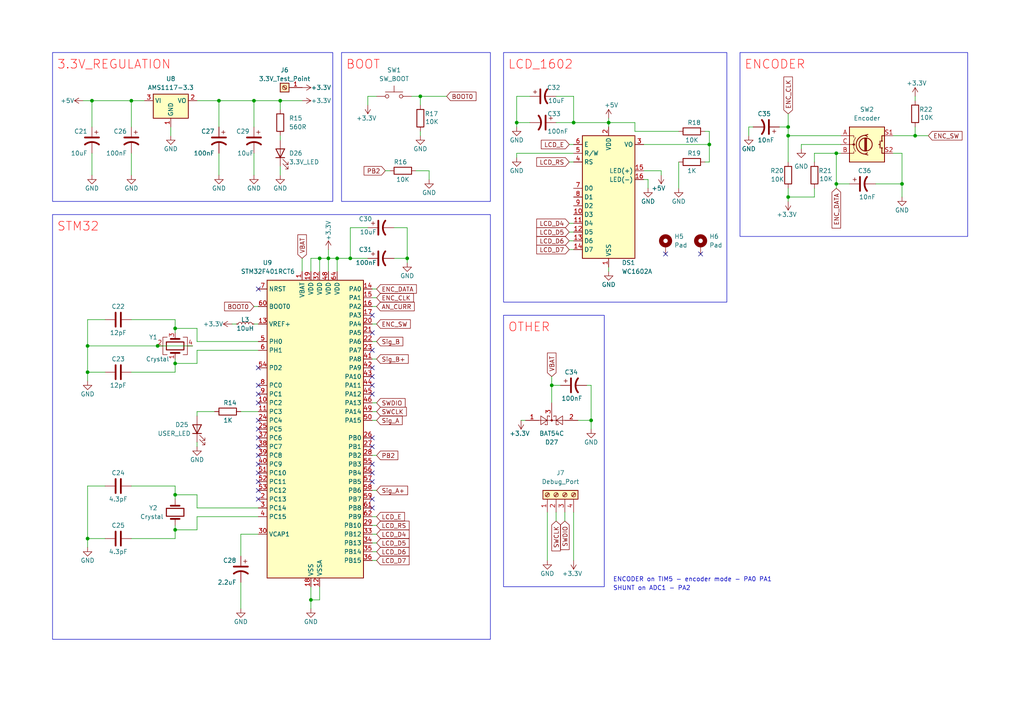
<source format=kicad_sch>
(kicad_sch (version 20230121) (generator eeschema)

  (uuid ea6306d4-6168-4f7c-a5b5-a234ca32dc58)

  (paper "A4")

  (title_block
    (date "2024-06-18")
    (rev "1.2")
  )

  (lib_symbols
    (symbol "Connector:Screw_Terminal_01x01" (pin_names (offset 1.016) hide) (in_bom yes) (on_board yes)
      (property "Reference" "J" (at 0 2.54 0)
        (effects (font (size 1.27 1.27)))
      )
      (property "Value" "Screw_Terminal_01x01" (at 0 -2.54 0)
        (effects (font (size 1.27 1.27)))
      )
      (property "Footprint" "" (at 0 0 0)
        (effects (font (size 1.27 1.27)) hide)
      )
      (property "Datasheet" "~" (at 0 0 0)
        (effects (font (size 1.27 1.27)) hide)
      )
      (property "ki_keywords" "screw terminal" (at 0 0 0)
        (effects (font (size 1.27 1.27)) hide)
      )
      (property "ki_description" "Generic screw terminal, single row, 01x01, script generated (kicad-library-utils/schlib/autogen/connector/)" (at 0 0 0)
        (effects (font (size 1.27 1.27)) hide)
      )
      (property "ki_fp_filters" "TerminalBlock*:*" (at 0 0 0)
        (effects (font (size 1.27 1.27)) hide)
      )
      (symbol "Screw_Terminal_01x01_1_1"
        (rectangle (start -1.27 1.27) (end 1.27 -1.27)
          (stroke (width 0.254) (type default))
          (fill (type background))
        )
        (polyline
          (pts
            (xy -0.5334 0.3302)
            (xy 0.3302 -0.508)
          )
          (stroke (width 0.1524) (type default))
          (fill (type none))
        )
        (polyline
          (pts
            (xy -0.3556 0.508)
            (xy 0.508 -0.3302)
          )
          (stroke (width 0.1524) (type default))
          (fill (type none))
        )
        (circle (center 0 0) (radius 0.635)
          (stroke (width 0.1524) (type default))
          (fill (type none))
        )
        (pin passive line (at -5.08 0 0) (length 3.81)
          (name "Pin_1" (effects (font (size 1.27 1.27))))
          (number "1" (effects (font (size 1.27 1.27))))
        )
      )
    )
    (symbol "Connector:Screw_Terminal_01x04" (pin_names (offset 1.016) hide) (in_bom yes) (on_board yes)
      (property "Reference" "J" (at 0 5.08 0)
        (effects (font (size 1.27 1.27)))
      )
      (property "Value" "Screw_Terminal_01x04" (at 0 -7.62 0)
        (effects (font (size 1.27 1.27)))
      )
      (property "Footprint" "" (at 0 0 0)
        (effects (font (size 1.27 1.27)) hide)
      )
      (property "Datasheet" "~" (at 0 0 0)
        (effects (font (size 1.27 1.27)) hide)
      )
      (property "ki_keywords" "screw terminal" (at 0 0 0)
        (effects (font (size 1.27 1.27)) hide)
      )
      (property "ki_description" "Generic screw terminal, single row, 01x04, script generated (kicad-library-utils/schlib/autogen/connector/)" (at 0 0 0)
        (effects (font (size 1.27 1.27)) hide)
      )
      (property "ki_fp_filters" "TerminalBlock*:*" (at 0 0 0)
        (effects (font (size 1.27 1.27)) hide)
      )
      (symbol "Screw_Terminal_01x04_1_1"
        (rectangle (start -1.27 3.81) (end 1.27 -6.35)
          (stroke (width 0.254) (type default))
          (fill (type background))
        )
        (circle (center 0 -5.08) (radius 0.635)
          (stroke (width 0.1524) (type default))
          (fill (type none))
        )
        (circle (center 0 -2.54) (radius 0.635)
          (stroke (width 0.1524) (type default))
          (fill (type none))
        )
        (polyline
          (pts
            (xy -0.5334 -4.7498)
            (xy 0.3302 -5.588)
          )
          (stroke (width 0.1524) (type default))
          (fill (type none))
        )
        (polyline
          (pts
            (xy -0.5334 -2.2098)
            (xy 0.3302 -3.048)
          )
          (stroke (width 0.1524) (type default))
          (fill (type none))
        )
        (polyline
          (pts
            (xy -0.5334 0.3302)
            (xy 0.3302 -0.508)
          )
          (stroke (width 0.1524) (type default))
          (fill (type none))
        )
        (polyline
          (pts
            (xy -0.5334 2.8702)
            (xy 0.3302 2.032)
          )
          (stroke (width 0.1524) (type default))
          (fill (type none))
        )
        (polyline
          (pts
            (xy -0.3556 -4.572)
            (xy 0.508 -5.4102)
          )
          (stroke (width 0.1524) (type default))
          (fill (type none))
        )
        (polyline
          (pts
            (xy -0.3556 -2.032)
            (xy 0.508 -2.8702)
          )
          (stroke (width 0.1524) (type default))
          (fill (type none))
        )
        (polyline
          (pts
            (xy -0.3556 0.508)
            (xy 0.508 -0.3302)
          )
          (stroke (width 0.1524) (type default))
          (fill (type none))
        )
        (polyline
          (pts
            (xy -0.3556 3.048)
            (xy 0.508 2.2098)
          )
          (stroke (width 0.1524) (type default))
          (fill (type none))
        )
        (circle (center 0 0) (radius 0.635)
          (stroke (width 0.1524) (type default))
          (fill (type none))
        )
        (circle (center 0 2.54) (radius 0.635)
          (stroke (width 0.1524) (type default))
          (fill (type none))
        )
        (pin passive line (at -5.08 2.54 0) (length 3.81)
          (name "Pin_1" (effects (font (size 1.27 1.27))))
          (number "1" (effects (font (size 1.27 1.27))))
        )
        (pin passive line (at -5.08 0 0) (length 3.81)
          (name "Pin_2" (effects (font (size 1.27 1.27))))
          (number "2" (effects (font (size 1.27 1.27))))
        )
        (pin passive line (at -5.08 -2.54 0) (length 3.81)
          (name "Pin_3" (effects (font (size 1.27 1.27))))
          (number "3" (effects (font (size 1.27 1.27))))
        )
        (pin passive line (at -5.08 -5.08 0) (length 3.81)
          (name "Pin_4" (effects (font (size 1.27 1.27))))
          (number "4" (effects (font (size 1.27 1.27))))
        )
      )
    )
    (symbol "Device:C" (pin_numbers hide) (pin_names (offset 0.254)) (in_bom yes) (on_board yes)
      (property "Reference" "C" (at 0.635 2.54 0)
        (effects (font (size 1.27 1.27)) (justify left))
      )
      (property "Value" "C" (at 0.635 -2.54 0)
        (effects (font (size 1.27 1.27)) (justify left))
      )
      (property "Footprint" "" (at 0.9652 -3.81 0)
        (effects (font (size 1.27 1.27)) hide)
      )
      (property "Datasheet" "~" (at 0 0 0)
        (effects (font (size 1.27 1.27)) hide)
      )
      (property "ki_keywords" "cap capacitor" (at 0 0 0)
        (effects (font (size 1.27 1.27)) hide)
      )
      (property "ki_description" "Unpolarized capacitor" (at 0 0 0)
        (effects (font (size 1.27 1.27)) hide)
      )
      (property "ki_fp_filters" "C_*" (at 0 0 0)
        (effects (font (size 1.27 1.27)) hide)
      )
      (symbol "C_0_1"
        (polyline
          (pts
            (xy -2.032 -0.762)
            (xy 2.032 -0.762)
          )
          (stroke (width 0.508) (type default))
          (fill (type none))
        )
        (polyline
          (pts
            (xy -2.032 0.762)
            (xy 2.032 0.762)
          )
          (stroke (width 0.508) (type default))
          (fill (type none))
        )
      )
      (symbol "C_1_1"
        (pin passive line (at 0 3.81 270) (length 2.794)
          (name "~" (effects (font (size 1.27 1.27))))
          (number "1" (effects (font (size 1.27 1.27))))
        )
        (pin passive line (at 0 -3.81 90) (length 2.794)
          (name "~" (effects (font (size 1.27 1.27))))
          (number "2" (effects (font (size 1.27 1.27))))
        )
      )
    )
    (symbol "Device:C_Polarized_US" (pin_numbers hide) (pin_names (offset 0.254) hide) (in_bom yes) (on_board yes)
      (property "Reference" "C" (at 0.635 2.54 0)
        (effects (font (size 1.27 1.27)) (justify left))
      )
      (property "Value" "C_Polarized_US" (at 0.635 -2.54 0)
        (effects (font (size 1.27 1.27)) (justify left))
      )
      (property "Footprint" "" (at 0 0 0)
        (effects (font (size 1.27 1.27)) hide)
      )
      (property "Datasheet" "~" (at 0 0 0)
        (effects (font (size 1.27 1.27)) hide)
      )
      (property "ki_keywords" "cap capacitor" (at 0 0 0)
        (effects (font (size 1.27 1.27)) hide)
      )
      (property "ki_description" "Polarized capacitor, US symbol" (at 0 0 0)
        (effects (font (size 1.27 1.27)) hide)
      )
      (property "ki_fp_filters" "CP_*" (at 0 0 0)
        (effects (font (size 1.27 1.27)) hide)
      )
      (symbol "C_Polarized_US_0_1"
        (polyline
          (pts
            (xy -2.032 0.762)
            (xy 2.032 0.762)
          )
          (stroke (width 0.508) (type default))
          (fill (type none))
        )
        (polyline
          (pts
            (xy -1.778 2.286)
            (xy -0.762 2.286)
          )
          (stroke (width 0) (type default))
          (fill (type none))
        )
        (polyline
          (pts
            (xy -1.27 1.778)
            (xy -1.27 2.794)
          )
          (stroke (width 0) (type default))
          (fill (type none))
        )
        (arc (start 2.032 -1.27) (mid 0 -0.5572) (end -2.032 -1.27)
          (stroke (width 0.508) (type default))
          (fill (type none))
        )
      )
      (symbol "C_Polarized_US_1_1"
        (pin passive line (at 0 3.81 270) (length 2.794)
          (name "~" (effects (font (size 1.27 1.27))))
          (number "1" (effects (font (size 1.27 1.27))))
        )
        (pin passive line (at 0 -3.81 90) (length 3.302)
          (name "~" (effects (font (size 1.27 1.27))))
          (number "2" (effects (font (size 1.27 1.27))))
        )
      )
    )
    (symbol "Device:Crystal" (pin_numbers hide) (pin_names (offset 1.016) hide) (in_bom yes) (on_board yes)
      (property "Reference" "Y" (at 0 3.81 0)
        (effects (font (size 1.27 1.27)))
      )
      (property "Value" "Crystal" (at 0 -3.81 0)
        (effects (font (size 1.27 1.27)))
      )
      (property "Footprint" "" (at 0 0 0)
        (effects (font (size 1.27 1.27)) hide)
      )
      (property "Datasheet" "~" (at 0 0 0)
        (effects (font (size 1.27 1.27)) hide)
      )
      (property "ki_keywords" "quartz ceramic resonator oscillator" (at 0 0 0)
        (effects (font (size 1.27 1.27)) hide)
      )
      (property "ki_description" "Two pin crystal" (at 0 0 0)
        (effects (font (size 1.27 1.27)) hide)
      )
      (property "ki_fp_filters" "Crystal*" (at 0 0 0)
        (effects (font (size 1.27 1.27)) hide)
      )
      (symbol "Crystal_0_1"
        (rectangle (start -1.143 2.54) (end 1.143 -2.54)
          (stroke (width 0.3048) (type default))
          (fill (type none))
        )
        (polyline
          (pts
            (xy -2.54 0)
            (xy -1.905 0)
          )
          (stroke (width 0) (type default))
          (fill (type none))
        )
        (polyline
          (pts
            (xy -1.905 -1.27)
            (xy -1.905 1.27)
          )
          (stroke (width 0.508) (type default))
          (fill (type none))
        )
        (polyline
          (pts
            (xy 1.905 -1.27)
            (xy 1.905 1.27)
          )
          (stroke (width 0.508) (type default))
          (fill (type none))
        )
        (polyline
          (pts
            (xy 2.54 0)
            (xy 1.905 0)
          )
          (stroke (width 0) (type default))
          (fill (type none))
        )
      )
      (symbol "Crystal_1_1"
        (pin passive line (at -3.81 0 0) (length 1.27)
          (name "1" (effects (font (size 1.27 1.27))))
          (number "1" (effects (font (size 1.27 1.27))))
        )
        (pin passive line (at 3.81 0 180) (length 1.27)
          (name "2" (effects (font (size 1.27 1.27))))
          (number "2" (effects (font (size 1.27 1.27))))
        )
      )
    )
    (symbol "Device:Crystal_GND24" (pin_names (offset 1.016) hide) (in_bom yes) (on_board yes)
      (property "Reference" "Y" (at 3.175 5.08 0)
        (effects (font (size 1.27 1.27)) (justify left))
      )
      (property "Value" "Crystal_GND24" (at 3.175 3.175 0)
        (effects (font (size 1.27 1.27)) (justify left))
      )
      (property "Footprint" "" (at 0 0 0)
        (effects (font (size 1.27 1.27)) hide)
      )
      (property "Datasheet" "~" (at 0 0 0)
        (effects (font (size 1.27 1.27)) hide)
      )
      (property "ki_keywords" "quartz ceramic resonator oscillator" (at 0 0 0)
        (effects (font (size 1.27 1.27)) hide)
      )
      (property "ki_description" "Four pin crystal, GND on pins 2 and 4" (at 0 0 0)
        (effects (font (size 1.27 1.27)) hide)
      )
      (property "ki_fp_filters" "Crystal*" (at 0 0 0)
        (effects (font (size 1.27 1.27)) hide)
      )
      (symbol "Crystal_GND24_0_1"
        (rectangle (start -1.143 2.54) (end 1.143 -2.54)
          (stroke (width 0.3048) (type default))
          (fill (type none))
        )
        (polyline
          (pts
            (xy -2.54 0)
            (xy -2.032 0)
          )
          (stroke (width 0) (type default))
          (fill (type none))
        )
        (polyline
          (pts
            (xy -2.032 -1.27)
            (xy -2.032 1.27)
          )
          (stroke (width 0.508) (type default))
          (fill (type none))
        )
        (polyline
          (pts
            (xy 0 -3.81)
            (xy 0 -3.556)
          )
          (stroke (width 0) (type default))
          (fill (type none))
        )
        (polyline
          (pts
            (xy 0 3.556)
            (xy 0 3.81)
          )
          (stroke (width 0) (type default))
          (fill (type none))
        )
        (polyline
          (pts
            (xy 2.032 -1.27)
            (xy 2.032 1.27)
          )
          (stroke (width 0.508) (type default))
          (fill (type none))
        )
        (polyline
          (pts
            (xy 2.032 0)
            (xy 2.54 0)
          )
          (stroke (width 0) (type default))
          (fill (type none))
        )
        (polyline
          (pts
            (xy -2.54 -2.286)
            (xy -2.54 -3.556)
            (xy 2.54 -3.556)
            (xy 2.54 -2.286)
          )
          (stroke (width 0) (type default))
          (fill (type none))
        )
        (polyline
          (pts
            (xy -2.54 2.286)
            (xy -2.54 3.556)
            (xy 2.54 3.556)
            (xy 2.54 2.286)
          )
          (stroke (width 0) (type default))
          (fill (type none))
        )
      )
      (symbol "Crystal_GND24_1_1"
        (pin passive line (at -3.81 0 0) (length 1.27)
          (name "1" (effects (font (size 1.27 1.27))))
          (number "1" (effects (font (size 1.27 1.27))))
        )
        (pin passive line (at 0 5.08 270) (length 1.27)
          (name "2" (effects (font (size 1.27 1.27))))
          (number "2" (effects (font (size 1.27 1.27))))
        )
        (pin passive line (at 3.81 0 180) (length 1.27)
          (name "3" (effects (font (size 1.27 1.27))))
          (number "3" (effects (font (size 1.27 1.27))))
        )
        (pin passive line (at 0 -5.08 90) (length 1.27)
          (name "4" (effects (font (size 1.27 1.27))))
          (number "4" (effects (font (size 1.27 1.27))))
        )
      )
    )
    (symbol "Device:LED" (pin_numbers hide) (pin_names (offset 1.016) hide) (in_bom yes) (on_board yes)
      (property "Reference" "D" (at 0 2.54 0)
        (effects (font (size 1.27 1.27)))
      )
      (property "Value" "LED" (at 0 -2.54 0)
        (effects (font (size 1.27 1.27)))
      )
      (property "Footprint" "" (at 0 0 0)
        (effects (font (size 1.27 1.27)) hide)
      )
      (property "Datasheet" "~" (at 0 0 0)
        (effects (font (size 1.27 1.27)) hide)
      )
      (property "ki_keywords" "LED diode" (at 0 0 0)
        (effects (font (size 1.27 1.27)) hide)
      )
      (property "ki_description" "Light emitting diode" (at 0 0 0)
        (effects (font (size 1.27 1.27)) hide)
      )
      (property "ki_fp_filters" "LED* LED_SMD:* LED_THT:*" (at 0 0 0)
        (effects (font (size 1.27 1.27)) hide)
      )
      (symbol "LED_0_1"
        (polyline
          (pts
            (xy -1.27 -1.27)
            (xy -1.27 1.27)
          )
          (stroke (width 0.254) (type default))
          (fill (type none))
        )
        (polyline
          (pts
            (xy -1.27 0)
            (xy 1.27 0)
          )
          (stroke (width 0) (type default))
          (fill (type none))
        )
        (polyline
          (pts
            (xy 1.27 -1.27)
            (xy 1.27 1.27)
            (xy -1.27 0)
            (xy 1.27 -1.27)
          )
          (stroke (width 0.254) (type default))
          (fill (type none))
        )
        (polyline
          (pts
            (xy -3.048 -0.762)
            (xy -4.572 -2.286)
            (xy -3.81 -2.286)
            (xy -4.572 -2.286)
            (xy -4.572 -1.524)
          )
          (stroke (width 0) (type default))
          (fill (type none))
        )
        (polyline
          (pts
            (xy -1.778 -0.762)
            (xy -3.302 -2.286)
            (xy -2.54 -2.286)
            (xy -3.302 -2.286)
            (xy -3.302 -1.524)
          )
          (stroke (width 0) (type default))
          (fill (type none))
        )
      )
      (symbol "LED_1_1"
        (pin passive line (at -3.81 0 0) (length 2.54)
          (name "K" (effects (font (size 1.27 1.27))))
          (number "1" (effects (font (size 1.27 1.27))))
        )
        (pin passive line (at 3.81 0 180) (length 2.54)
          (name "A" (effects (font (size 1.27 1.27))))
          (number "2" (effects (font (size 1.27 1.27))))
        )
      )
    )
    (symbol "Device:L_Small" (pin_numbers hide) (pin_names (offset 0.254) hide) (in_bom yes) (on_board yes)
      (property "Reference" "L" (at 0.762 1.016 0)
        (effects (font (size 1.27 1.27)) (justify left))
      )
      (property "Value" "L_Small" (at 0.762 -1.016 0)
        (effects (font (size 1.27 1.27)) (justify left))
      )
      (property "Footprint" "" (at 0 0 0)
        (effects (font (size 1.27 1.27)) hide)
      )
      (property "Datasheet" "~" (at 0 0 0)
        (effects (font (size 1.27 1.27)) hide)
      )
      (property "ki_keywords" "inductor choke coil reactor magnetic" (at 0 0 0)
        (effects (font (size 1.27 1.27)) hide)
      )
      (property "ki_description" "Inductor, small symbol" (at 0 0 0)
        (effects (font (size 1.27 1.27)) hide)
      )
      (property "ki_fp_filters" "Choke_* *Coil* Inductor_* L_*" (at 0 0 0)
        (effects (font (size 1.27 1.27)) hide)
      )
      (symbol "L_Small_0_1"
        (arc (start 0 -2.032) (mid 0.5058 -1.524) (end 0 -1.016)
          (stroke (width 0) (type default))
          (fill (type none))
        )
        (arc (start 0 -1.016) (mid 0.5058 -0.508) (end 0 0)
          (stroke (width 0) (type default))
          (fill (type none))
        )
        (arc (start 0 0) (mid 0.5058 0.508) (end 0 1.016)
          (stroke (width 0) (type default))
          (fill (type none))
        )
        (arc (start 0 1.016) (mid 0.5058 1.524) (end 0 2.032)
          (stroke (width 0) (type default))
          (fill (type none))
        )
      )
      (symbol "L_Small_1_1"
        (pin passive line (at 0 2.54 270) (length 0.508)
          (name "~" (effects (font (size 1.27 1.27))))
          (number "1" (effects (font (size 1.27 1.27))))
        )
        (pin passive line (at 0 -2.54 90) (length 0.508)
          (name "~" (effects (font (size 1.27 1.27))))
          (number "2" (effects (font (size 1.27 1.27))))
        )
      )
    )
    (symbol "Device:R" (pin_numbers hide) (pin_names (offset 0)) (in_bom yes) (on_board yes)
      (property "Reference" "R" (at 2.032 0 90)
        (effects (font (size 1.27 1.27)))
      )
      (property "Value" "R" (at 0 0 90)
        (effects (font (size 1.27 1.27)))
      )
      (property "Footprint" "" (at -1.778 0 90)
        (effects (font (size 1.27 1.27)) hide)
      )
      (property "Datasheet" "~" (at 0 0 0)
        (effects (font (size 1.27 1.27)) hide)
      )
      (property "ki_keywords" "R res resistor" (at 0 0 0)
        (effects (font (size 1.27 1.27)) hide)
      )
      (property "ki_description" "Resistor" (at 0 0 0)
        (effects (font (size 1.27 1.27)) hide)
      )
      (property "ki_fp_filters" "R_*" (at 0 0 0)
        (effects (font (size 1.27 1.27)) hide)
      )
      (symbol "R_0_1"
        (rectangle (start -1.016 -2.54) (end 1.016 2.54)
          (stroke (width 0.254) (type default))
          (fill (type none))
        )
      )
      (symbol "R_1_1"
        (pin passive line (at 0 3.81 270) (length 1.27)
          (name "~" (effects (font (size 1.27 1.27))))
          (number "1" (effects (font (size 1.27 1.27))))
        )
        (pin passive line (at 0 -3.81 90) (length 1.27)
          (name "~" (effects (font (size 1.27 1.27))))
          (number "2" (effects (font (size 1.27 1.27))))
        )
      )
    )
    (symbol "Device:RotaryEncoder_Switch" (pin_names (offset 0.254) hide) (in_bom yes) (on_board yes)
      (property "Reference" "SW" (at 0 6.604 0)
        (effects (font (size 1.27 1.27)))
      )
      (property "Value" "RotaryEncoder_Switch" (at 0 -6.604 0)
        (effects (font (size 1.27 1.27)))
      )
      (property "Footprint" "" (at -3.81 4.064 0)
        (effects (font (size 1.27 1.27)) hide)
      )
      (property "Datasheet" "~" (at 0 6.604 0)
        (effects (font (size 1.27 1.27)) hide)
      )
      (property "ki_keywords" "rotary switch encoder switch push button" (at 0 0 0)
        (effects (font (size 1.27 1.27)) hide)
      )
      (property "ki_description" "Rotary encoder, dual channel, incremental quadrate outputs, with switch" (at 0 0 0)
        (effects (font (size 1.27 1.27)) hide)
      )
      (property "ki_fp_filters" "RotaryEncoder*Switch*" (at 0 0 0)
        (effects (font (size 1.27 1.27)) hide)
      )
      (symbol "RotaryEncoder_Switch_0_1"
        (rectangle (start -5.08 5.08) (end 5.08 -5.08)
          (stroke (width 0.254) (type default))
          (fill (type background))
        )
        (circle (center -3.81 0) (radius 0.254)
          (stroke (width 0) (type default))
          (fill (type outline))
        )
        (circle (center -0.381 0) (radius 1.905)
          (stroke (width 0.254) (type default))
          (fill (type none))
        )
        (arc (start -0.381 2.667) (mid -3.0988 -0.0635) (end -0.381 -2.794)
          (stroke (width 0.254) (type default))
          (fill (type none))
        )
        (polyline
          (pts
            (xy -0.635 -1.778)
            (xy -0.635 1.778)
          )
          (stroke (width 0.254) (type default))
          (fill (type none))
        )
        (polyline
          (pts
            (xy -0.381 -1.778)
            (xy -0.381 1.778)
          )
          (stroke (width 0.254) (type default))
          (fill (type none))
        )
        (polyline
          (pts
            (xy -0.127 1.778)
            (xy -0.127 -1.778)
          )
          (stroke (width 0.254) (type default))
          (fill (type none))
        )
        (polyline
          (pts
            (xy 3.81 0)
            (xy 3.429 0)
          )
          (stroke (width 0.254) (type default))
          (fill (type none))
        )
        (polyline
          (pts
            (xy 3.81 1.016)
            (xy 3.81 -1.016)
          )
          (stroke (width 0.254) (type default))
          (fill (type none))
        )
        (polyline
          (pts
            (xy -5.08 -2.54)
            (xy -3.81 -2.54)
            (xy -3.81 -2.032)
          )
          (stroke (width 0) (type default))
          (fill (type none))
        )
        (polyline
          (pts
            (xy -5.08 2.54)
            (xy -3.81 2.54)
            (xy -3.81 2.032)
          )
          (stroke (width 0) (type default))
          (fill (type none))
        )
        (polyline
          (pts
            (xy 0.254 -3.048)
            (xy -0.508 -2.794)
            (xy 0.127 -2.413)
          )
          (stroke (width 0.254) (type default))
          (fill (type none))
        )
        (polyline
          (pts
            (xy 0.254 2.921)
            (xy -0.508 2.667)
            (xy 0.127 2.286)
          )
          (stroke (width 0.254) (type default))
          (fill (type none))
        )
        (polyline
          (pts
            (xy 5.08 -2.54)
            (xy 4.318 -2.54)
            (xy 4.318 -1.016)
          )
          (stroke (width 0.254) (type default))
          (fill (type none))
        )
        (polyline
          (pts
            (xy 5.08 2.54)
            (xy 4.318 2.54)
            (xy 4.318 1.016)
          )
          (stroke (width 0.254) (type default))
          (fill (type none))
        )
        (polyline
          (pts
            (xy -5.08 0)
            (xy -3.81 0)
            (xy -3.81 -1.016)
            (xy -3.302 -2.032)
          )
          (stroke (width 0) (type default))
          (fill (type none))
        )
        (polyline
          (pts
            (xy -4.318 0)
            (xy -3.81 0)
            (xy -3.81 1.016)
            (xy -3.302 2.032)
          )
          (stroke (width 0) (type default))
          (fill (type none))
        )
        (circle (center 4.318 -1.016) (radius 0.127)
          (stroke (width 0.254) (type default))
          (fill (type none))
        )
        (circle (center 4.318 1.016) (radius 0.127)
          (stroke (width 0.254) (type default))
          (fill (type none))
        )
      )
      (symbol "RotaryEncoder_Switch_1_1"
        (pin passive line (at -7.62 2.54 0) (length 2.54)
          (name "A" (effects (font (size 1.27 1.27))))
          (number "A" (effects (font (size 1.27 1.27))))
        )
        (pin passive line (at -7.62 -2.54 0) (length 2.54)
          (name "B" (effects (font (size 1.27 1.27))))
          (number "B" (effects (font (size 1.27 1.27))))
        )
        (pin passive line (at -7.62 0 0) (length 2.54)
          (name "C" (effects (font (size 1.27 1.27))))
          (number "C" (effects (font (size 1.27 1.27))))
        )
        (pin passive line (at 7.62 2.54 180) (length 2.54)
          (name "S1" (effects (font (size 1.27 1.27))))
          (number "S1" (effects (font (size 1.27 1.27))))
        )
        (pin passive line (at 7.62 -2.54 180) (length 2.54)
          (name "S2" (effects (font (size 1.27 1.27))))
          (number "S2" (effects (font (size 1.27 1.27))))
        )
      )
    )
    (symbol "Diode:BAT54C" (pin_names (offset 1.016)) (in_bom yes) (on_board yes)
      (property "Reference" "D" (at 0.635 -3.81 0)
        (effects (font (size 1.27 1.27)) (justify left))
      )
      (property "Value" "BAT54C" (at -6.35 3.175 0)
        (effects (font (size 1.27 1.27)) (justify left))
      )
      (property "Footprint" "Package_TO_SOT_SMD:SOT-23" (at 1.905 3.175 0)
        (effects (font (size 1.27 1.27)) (justify left) hide)
      )
      (property "Datasheet" "http://www.diodes.com/_files/datasheets/ds11005.pdf" (at -2.032 0 0)
        (effects (font (size 1.27 1.27)) hide)
      )
      (property "ki_keywords" "schottky diode common cathode" (at 0 0 0)
        (effects (font (size 1.27 1.27)) hide)
      )
      (property "ki_description" "dual schottky barrier diode, common cathode" (at 0 0 0)
        (effects (font (size 1.27 1.27)) hide)
      )
      (property "ki_fp_filters" "SOT?23*" (at 0 0 0)
        (effects (font (size 1.27 1.27)) hide)
      )
      (symbol "BAT54C_0_1"
        (polyline
          (pts
            (xy -1.905 0)
            (xy 1.905 0)
          )
          (stroke (width 0) (type default))
          (fill (type none))
        )
        (polyline
          (pts
            (xy -1.905 1.27)
            (xy -1.905 1.016)
          )
          (stroke (width 0) (type default))
          (fill (type none))
        )
        (polyline
          (pts
            (xy -1.27 -1.27)
            (xy -0.635 -1.27)
          )
          (stroke (width 0) (type default))
          (fill (type none))
        )
        (polyline
          (pts
            (xy -1.27 0)
            (xy -3.81 0)
          )
          (stroke (width 0) (type default))
          (fill (type none))
        )
        (polyline
          (pts
            (xy -1.27 1.27)
            (xy -1.905 1.27)
          )
          (stroke (width 0) (type default))
          (fill (type none))
        )
        (polyline
          (pts
            (xy -1.27 1.27)
            (xy -1.27 -1.27)
          )
          (stroke (width 0) (type default))
          (fill (type none))
        )
        (polyline
          (pts
            (xy -0.635 -1.27)
            (xy -0.635 -1.016)
          )
          (stroke (width 0) (type default))
          (fill (type none))
        )
        (polyline
          (pts
            (xy 0.635 -1.27)
            (xy 0.635 -1.016)
          )
          (stroke (width 0) (type default))
          (fill (type none))
        )
        (polyline
          (pts
            (xy 1.27 -1.27)
            (xy 0.635 -1.27)
          )
          (stroke (width 0) (type default))
          (fill (type none))
        )
        (polyline
          (pts
            (xy 1.27 1.27)
            (xy 1.27 -1.27)
          )
          (stroke (width 0) (type default))
          (fill (type none))
        )
        (polyline
          (pts
            (xy 1.27 1.27)
            (xy 1.905 1.27)
          )
          (stroke (width 0) (type default))
          (fill (type none))
        )
        (polyline
          (pts
            (xy 1.905 1.27)
            (xy 1.905 1.016)
          )
          (stroke (width 0) (type default))
          (fill (type none))
        )
        (polyline
          (pts
            (xy 3.81 0)
            (xy 1.27 0)
          )
          (stroke (width 0) (type default))
          (fill (type none))
        )
        (polyline
          (pts
            (xy -3.175 -1.27)
            (xy -3.175 1.27)
            (xy -1.27 0)
            (xy -3.175 -1.27)
          )
          (stroke (width 0) (type default))
          (fill (type none))
        )
        (polyline
          (pts
            (xy 3.175 -1.27)
            (xy 3.175 1.27)
            (xy 1.27 0)
            (xy 3.175 -1.27)
          )
          (stroke (width 0) (type default))
          (fill (type none))
        )
        (circle (center 0 0) (radius 0.254)
          (stroke (width 0) (type default))
          (fill (type outline))
        )
      )
      (symbol "BAT54C_1_1"
        (pin passive line (at -7.62 0 0) (length 3.81)
          (name "~" (effects (font (size 1.27 1.27))))
          (number "1" (effects (font (size 1.27 1.27))))
        )
        (pin passive line (at 7.62 0 180) (length 3.81)
          (name "~" (effects (font (size 1.27 1.27))))
          (number "2" (effects (font (size 1.27 1.27))))
        )
        (pin passive line (at 0 -5.08 90) (length 5.08)
          (name "~" (effects (font (size 1.27 1.27))))
          (number "3" (effects (font (size 1.27 1.27))))
        )
      )
    )
    (symbol "Display_Character:WC1602A" (in_bom yes) (on_board yes)
      (property "Reference" "DS" (at -5.842 19.05 0)
        (effects (font (size 1.27 1.27)))
      )
      (property "Value" "WC1602A" (at 5.334 19.05 0)
        (effects (font (size 1.27 1.27)))
      )
      (property "Footprint" "Display:WC1602A" (at 0 -22.86 0)
        (effects (font (size 1.27 1.27) italic) hide)
      )
      (property "Datasheet" "http://www.wincomlcd.com/pdf/WC1602A-SFYLYHTC06.pdf" (at 17.78 0 0)
        (effects (font (size 1.27 1.27)) hide)
      )
      (property "ki_keywords" "display LCD dot-matrix" (at 0 0 0)
        (effects (font (size 1.27 1.27)) hide)
      )
      (property "ki_description" "LCD 16x2 Alphanumeric , 8 bit parallel bus, 5V VDD" (at 0 0 0)
        (effects (font (size 1.27 1.27)) hide)
      )
      (property "ki_fp_filters" "*WC*1602A*" (at 0 0 0)
        (effects (font (size 1.27 1.27)) hide)
      )
      (symbol "WC1602A_1_1"
        (rectangle (start -7.62 17.78) (end 7.62 -17.78)
          (stroke (width 0.254) (type default))
          (fill (type background))
        )
        (pin power_in line (at 0 -20.32 90) (length 2.54)
          (name "VSS" (effects (font (size 1.27 1.27))))
          (number "1" (effects (font (size 1.27 1.27))))
        )
        (pin input line (at -10.16 -5.08 0) (length 2.54)
          (name "D3" (effects (font (size 1.27 1.27))))
          (number "10" (effects (font (size 1.27 1.27))))
        )
        (pin input line (at -10.16 -7.62 0) (length 2.54)
          (name "D4" (effects (font (size 1.27 1.27))))
          (number "11" (effects (font (size 1.27 1.27))))
        )
        (pin input line (at -10.16 -10.16 0) (length 2.54)
          (name "D5" (effects (font (size 1.27 1.27))))
          (number "12" (effects (font (size 1.27 1.27))))
        )
        (pin input line (at -10.16 -12.7 0) (length 2.54)
          (name "D6" (effects (font (size 1.27 1.27))))
          (number "13" (effects (font (size 1.27 1.27))))
        )
        (pin input line (at -10.16 -15.24 0) (length 2.54)
          (name "D7" (effects (font (size 1.27 1.27))))
          (number "14" (effects (font (size 1.27 1.27))))
        )
        (pin power_in line (at 10.16 7.62 180) (length 2.54)
          (name "LED(+)" (effects (font (size 1.27 1.27))))
          (number "15" (effects (font (size 1.27 1.27))))
        )
        (pin power_in line (at 10.16 5.08 180) (length 2.54)
          (name "LED(-)" (effects (font (size 1.27 1.27))))
          (number "16" (effects (font (size 1.27 1.27))))
        )
        (pin power_in line (at 0 20.32 270) (length 2.54)
          (name "VDD" (effects (font (size 1.27 1.27))))
          (number "2" (effects (font (size 1.27 1.27))))
        )
        (pin input line (at 10.16 15.24 180) (length 2.54)
          (name "VO" (effects (font (size 1.27 1.27))))
          (number "3" (effects (font (size 1.27 1.27))))
        )
        (pin input line (at -10.16 10.16 0) (length 2.54)
          (name "RS" (effects (font (size 1.27 1.27))))
          (number "4" (effects (font (size 1.27 1.27))))
        )
        (pin input line (at -10.16 12.7 0) (length 2.54)
          (name "R/W" (effects (font (size 1.27 1.27))))
          (number "5" (effects (font (size 1.27 1.27))))
        )
        (pin input line (at -10.16 15.24 0) (length 2.54)
          (name "E" (effects (font (size 1.27 1.27))))
          (number "6" (effects (font (size 1.27 1.27))))
        )
        (pin input line (at -10.16 2.54 0) (length 2.54)
          (name "D0" (effects (font (size 1.27 1.27))))
          (number "7" (effects (font (size 1.27 1.27))))
        )
        (pin input line (at -10.16 0 0) (length 2.54)
          (name "D1" (effects (font (size 1.27 1.27))))
          (number "8" (effects (font (size 1.27 1.27))))
        )
        (pin input line (at -10.16 -2.54 0) (length 2.54)
          (name "D2" (effects (font (size 1.27 1.27))))
          (number "9" (effects (font (size 1.27 1.27))))
        )
      )
    )
    (symbol "MCU_ST_STM32F4:STM32F401RCTx" (in_bom yes) (on_board yes)
      (property "Reference" "U" (at -12.7 44.45 0)
        (effects (font (size 1.27 1.27)) (justify left))
      )
      (property "Value" "STM32F401RCTx" (at 10.16 44.45 0)
        (effects (font (size 1.27 1.27)) (justify left))
      )
      (property "Footprint" "Package_QFP:LQFP-64_10x10mm_P0.5mm" (at -12.7 -43.18 0)
        (effects (font (size 1.27 1.27)) (justify right) hide)
      )
      (property "Datasheet" "https://www.st.com/resource/en/datasheet/stm32f401rc.pdf" (at 0 0 0)
        (effects (font (size 1.27 1.27)) hide)
      )
      (property "ki_locked" "" (at 0 0 0)
        (effects (font (size 1.27 1.27)))
      )
      (property "ki_keywords" "Arm Cortex-M4 STM32F4 STM32F401" (at 0 0 0)
        (effects (font (size 1.27 1.27)) hide)
      )
      (property "ki_description" "STMicroelectronics Arm Cortex-M4 MCU, 256KB flash, 64KB RAM, 84 MHz, 1.7-3.6V, 50 GPIO, LQFP64" (at 0 0 0)
        (effects (font (size 1.27 1.27)) hide)
      )
      (property "ki_fp_filters" "LQFP*10x10mm*P0.5mm*" (at 0 0 0)
        (effects (font (size 1.27 1.27)) hide)
      )
      (symbol "STM32F401RCTx_0_1"
        (rectangle (start -12.7 -43.18) (end 15.24 43.18)
          (stroke (width 0.254) (type default))
          (fill (type background))
        )
      )
      (symbol "STM32F401RCTx_1_1"
        (pin power_in line (at -2.54 45.72 270) (length 2.54)
          (name "VBAT" (effects (font (size 1.27 1.27))))
          (number "1" (effects (font (size 1.27 1.27))))
        )
        (pin bidirectional line (at -15.24 7.62 0) (length 2.54)
          (name "PC2" (effects (font (size 1.27 1.27))))
          (number "10" (effects (font (size 1.27 1.27))))
          (alternate "ADC1_IN12" bidirectional line)
          (alternate "I2S2_ext_SD" bidirectional line)
          (alternate "SPI2_MISO" bidirectional line)
        )
        (pin bidirectional line (at -15.24 5.08 0) (length 2.54)
          (name "PC3" (effects (font (size 1.27 1.27))))
          (number "11" (effects (font (size 1.27 1.27))))
          (alternate "ADC1_IN13" bidirectional line)
          (alternate "I2S2_SD" bidirectional line)
          (alternate "SPI2_MOSI" bidirectional line)
        )
        (pin power_in line (at 2.54 -45.72 90) (length 2.54)
          (name "VSSA" (effects (font (size 1.27 1.27))))
          (number "12" (effects (font (size 1.27 1.27))))
        )
        (pin input line (at -15.24 30.48 0) (length 2.54)
          (name "VREF+" (effects (font (size 1.27 1.27))))
          (number "13" (effects (font (size 1.27 1.27))))
        )
        (pin bidirectional line (at 17.78 40.64 180) (length 2.54)
          (name "PA0" (effects (font (size 1.27 1.27))))
          (number "14" (effects (font (size 1.27 1.27))))
          (alternate "ADC1_IN0" bidirectional line)
          (alternate "SYS_WKUP" bidirectional line)
          (alternate "TIM2_CH1" bidirectional line)
          (alternate "TIM2_ETR" bidirectional line)
          (alternate "TIM5_CH1" bidirectional line)
          (alternate "USART2_CTS" bidirectional line)
        )
        (pin bidirectional line (at 17.78 38.1 180) (length 2.54)
          (name "PA1" (effects (font (size 1.27 1.27))))
          (number "15" (effects (font (size 1.27 1.27))))
          (alternate "ADC1_IN1" bidirectional line)
          (alternate "TIM2_CH2" bidirectional line)
          (alternate "TIM5_CH2" bidirectional line)
          (alternate "USART2_RTS" bidirectional line)
        )
        (pin bidirectional line (at 17.78 35.56 180) (length 2.54)
          (name "PA2" (effects (font (size 1.27 1.27))))
          (number "16" (effects (font (size 1.27 1.27))))
          (alternate "ADC1_IN2" bidirectional line)
          (alternate "TIM2_CH3" bidirectional line)
          (alternate "TIM5_CH3" bidirectional line)
          (alternate "TIM9_CH1" bidirectional line)
          (alternate "USART2_TX" bidirectional line)
        )
        (pin bidirectional line (at 17.78 33.02 180) (length 2.54)
          (name "PA3" (effects (font (size 1.27 1.27))))
          (number "17" (effects (font (size 1.27 1.27))))
          (alternate "ADC1_IN3" bidirectional line)
          (alternate "TIM2_CH4" bidirectional line)
          (alternate "TIM5_CH4" bidirectional line)
          (alternate "TIM9_CH2" bidirectional line)
          (alternate "USART2_RX" bidirectional line)
        )
        (pin power_in line (at 0 -45.72 90) (length 2.54)
          (name "VSS" (effects (font (size 1.27 1.27))))
          (number "18" (effects (font (size 1.27 1.27))))
        )
        (pin power_in line (at 0 45.72 270) (length 2.54)
          (name "VDD" (effects (font (size 1.27 1.27))))
          (number "19" (effects (font (size 1.27 1.27))))
        )
        (pin bidirectional line (at -15.24 -20.32 0) (length 2.54)
          (name "PC13" (effects (font (size 1.27 1.27))))
          (number "2" (effects (font (size 1.27 1.27))))
          (alternate "RTC_AF1" bidirectional line)
        )
        (pin bidirectional line (at 17.78 30.48 180) (length 2.54)
          (name "PA4" (effects (font (size 1.27 1.27))))
          (number "20" (effects (font (size 1.27 1.27))))
          (alternate "ADC1_IN4" bidirectional line)
          (alternate "I2S3_WS" bidirectional line)
          (alternate "SPI1_NSS" bidirectional line)
          (alternate "SPI3_NSS" bidirectional line)
          (alternate "USART2_CK" bidirectional line)
        )
        (pin bidirectional line (at 17.78 27.94 180) (length 2.54)
          (name "PA5" (effects (font (size 1.27 1.27))))
          (number "21" (effects (font (size 1.27 1.27))))
          (alternate "ADC1_IN5" bidirectional line)
          (alternate "SPI1_SCK" bidirectional line)
          (alternate "TIM2_CH1" bidirectional line)
          (alternate "TIM2_ETR" bidirectional line)
        )
        (pin bidirectional line (at 17.78 25.4 180) (length 2.54)
          (name "PA6" (effects (font (size 1.27 1.27))))
          (number "22" (effects (font (size 1.27 1.27))))
          (alternate "ADC1_IN6" bidirectional line)
          (alternate "SPI1_MISO" bidirectional line)
          (alternate "TIM1_BKIN" bidirectional line)
          (alternate "TIM3_CH1" bidirectional line)
        )
        (pin bidirectional line (at 17.78 22.86 180) (length 2.54)
          (name "PA7" (effects (font (size 1.27 1.27))))
          (number "23" (effects (font (size 1.27 1.27))))
          (alternate "ADC1_IN7" bidirectional line)
          (alternate "SPI1_MOSI" bidirectional line)
          (alternate "TIM1_CH1N" bidirectional line)
          (alternate "TIM3_CH2" bidirectional line)
        )
        (pin bidirectional line (at -15.24 2.54 0) (length 2.54)
          (name "PC4" (effects (font (size 1.27 1.27))))
          (number "24" (effects (font (size 1.27 1.27))))
          (alternate "ADC1_IN14" bidirectional line)
        )
        (pin bidirectional line (at -15.24 0 0) (length 2.54)
          (name "PC5" (effects (font (size 1.27 1.27))))
          (number "25" (effects (font (size 1.27 1.27))))
          (alternate "ADC1_IN15" bidirectional line)
        )
        (pin bidirectional line (at 17.78 -2.54 180) (length 2.54)
          (name "PB0" (effects (font (size 1.27 1.27))))
          (number "26" (effects (font (size 1.27 1.27))))
          (alternate "ADC1_IN8" bidirectional line)
          (alternate "TIM1_CH2N" bidirectional line)
          (alternate "TIM3_CH3" bidirectional line)
        )
        (pin bidirectional line (at 17.78 -5.08 180) (length 2.54)
          (name "PB1" (effects (font (size 1.27 1.27))))
          (number "27" (effects (font (size 1.27 1.27))))
          (alternate "ADC1_IN9" bidirectional line)
          (alternate "TIM1_CH3N" bidirectional line)
          (alternate "TIM3_CH4" bidirectional line)
        )
        (pin bidirectional line (at 17.78 -7.62 180) (length 2.54)
          (name "PB2" (effects (font (size 1.27 1.27))))
          (number "28" (effects (font (size 1.27 1.27))))
        )
        (pin bidirectional line (at 17.78 -27.94 180) (length 2.54)
          (name "PB10" (effects (font (size 1.27 1.27))))
          (number "29" (effects (font (size 1.27 1.27))))
          (alternate "I2C2_SCL" bidirectional line)
          (alternate "I2S2_CK" bidirectional line)
          (alternate "SPI2_SCK" bidirectional line)
          (alternate "TIM2_CH3" bidirectional line)
        )
        (pin bidirectional line (at -15.24 -22.86 0) (length 2.54)
          (name "PC14" (effects (font (size 1.27 1.27))))
          (number "3" (effects (font (size 1.27 1.27))))
          (alternate "RCC_OSC32_IN" bidirectional line)
        )
        (pin power_out line (at -15.24 -30.48 0) (length 2.54)
          (name "VCAP1" (effects (font (size 1.27 1.27))))
          (number "30" (effects (font (size 1.27 1.27))))
        )
        (pin passive line (at 0 -45.72 90) (length 2.54) hide
          (name "VSS" (effects (font (size 1.27 1.27))))
          (number "31" (effects (font (size 1.27 1.27))))
        )
        (pin power_in line (at 2.54 45.72 270) (length 2.54)
          (name "VDD" (effects (font (size 1.27 1.27))))
          (number "32" (effects (font (size 1.27 1.27))))
        )
        (pin bidirectional line (at 17.78 -30.48 180) (length 2.54)
          (name "PB12" (effects (font (size 1.27 1.27))))
          (number "33" (effects (font (size 1.27 1.27))))
          (alternate "I2C2_SMBA" bidirectional line)
          (alternate "I2S2_WS" bidirectional line)
          (alternate "SPI2_NSS" bidirectional line)
          (alternate "TIM1_BKIN" bidirectional line)
        )
        (pin bidirectional line (at 17.78 -33.02 180) (length 2.54)
          (name "PB13" (effects (font (size 1.27 1.27))))
          (number "34" (effects (font (size 1.27 1.27))))
          (alternate "I2S2_CK" bidirectional line)
          (alternate "SPI2_SCK" bidirectional line)
          (alternate "TIM1_CH1N" bidirectional line)
        )
        (pin bidirectional line (at 17.78 -35.56 180) (length 2.54)
          (name "PB14" (effects (font (size 1.27 1.27))))
          (number "35" (effects (font (size 1.27 1.27))))
          (alternate "I2S2_ext_SD" bidirectional line)
          (alternate "SPI2_MISO" bidirectional line)
          (alternate "TIM1_CH2N" bidirectional line)
        )
        (pin bidirectional line (at 17.78 -38.1 180) (length 2.54)
          (name "PB15" (effects (font (size 1.27 1.27))))
          (number "36" (effects (font (size 1.27 1.27))))
          (alternate "ADC1_EXTI15" bidirectional line)
          (alternate "I2S2_SD" bidirectional line)
          (alternate "RTC_REFIN" bidirectional line)
          (alternate "SPI2_MOSI" bidirectional line)
          (alternate "TIM1_CH3N" bidirectional line)
        )
        (pin bidirectional line (at -15.24 -2.54 0) (length 2.54)
          (name "PC6" (effects (font (size 1.27 1.27))))
          (number "37" (effects (font (size 1.27 1.27))))
          (alternate "I2S2_MCK" bidirectional line)
          (alternate "SDIO_D6" bidirectional line)
          (alternate "TIM3_CH1" bidirectional line)
          (alternate "USART6_TX" bidirectional line)
        )
        (pin bidirectional line (at -15.24 -5.08 0) (length 2.54)
          (name "PC7" (effects (font (size 1.27 1.27))))
          (number "38" (effects (font (size 1.27 1.27))))
          (alternate "I2S3_MCK" bidirectional line)
          (alternate "SDIO_D7" bidirectional line)
          (alternate "TIM3_CH2" bidirectional line)
          (alternate "USART6_RX" bidirectional line)
        )
        (pin bidirectional line (at -15.24 -7.62 0) (length 2.54)
          (name "PC8" (effects (font (size 1.27 1.27))))
          (number "39" (effects (font (size 1.27 1.27))))
          (alternate "SDIO_D0" bidirectional line)
          (alternate "TIM3_CH3" bidirectional line)
          (alternate "USART6_CK" bidirectional line)
        )
        (pin bidirectional line (at -15.24 -25.4 0) (length 2.54)
          (name "PC15" (effects (font (size 1.27 1.27))))
          (number "4" (effects (font (size 1.27 1.27))))
          (alternate "ADC1_EXTI15" bidirectional line)
          (alternate "RCC_OSC32_OUT" bidirectional line)
        )
        (pin bidirectional line (at -15.24 -10.16 0) (length 2.54)
          (name "PC9" (effects (font (size 1.27 1.27))))
          (number "40" (effects (font (size 1.27 1.27))))
          (alternate "I2C3_SDA" bidirectional line)
          (alternate "I2S_CKIN" bidirectional line)
          (alternate "RCC_MCO_2" bidirectional line)
          (alternate "SDIO_D1" bidirectional line)
          (alternate "TIM3_CH4" bidirectional line)
        )
        (pin bidirectional line (at 17.78 20.32 180) (length 2.54)
          (name "PA8" (effects (font (size 1.27 1.27))))
          (number "41" (effects (font (size 1.27 1.27))))
          (alternate "I2C3_SCL" bidirectional line)
          (alternate "RCC_MCO_1" bidirectional line)
          (alternate "TIM1_CH1" bidirectional line)
          (alternate "USART1_CK" bidirectional line)
          (alternate "USB_OTG_FS_SOF" bidirectional line)
        )
        (pin bidirectional line (at 17.78 17.78 180) (length 2.54)
          (name "PA9" (effects (font (size 1.27 1.27))))
          (number "42" (effects (font (size 1.27 1.27))))
          (alternate "I2C3_SMBA" bidirectional line)
          (alternate "TIM1_CH2" bidirectional line)
          (alternate "USART1_TX" bidirectional line)
          (alternate "USB_OTG_FS_VBUS" bidirectional line)
        )
        (pin bidirectional line (at 17.78 15.24 180) (length 2.54)
          (name "PA10" (effects (font (size 1.27 1.27))))
          (number "43" (effects (font (size 1.27 1.27))))
          (alternate "TIM1_CH3" bidirectional line)
          (alternate "USART1_RX" bidirectional line)
          (alternate "USB_OTG_FS_ID" bidirectional line)
        )
        (pin bidirectional line (at 17.78 12.7 180) (length 2.54)
          (name "PA11" (effects (font (size 1.27 1.27))))
          (number "44" (effects (font (size 1.27 1.27))))
          (alternate "ADC1_EXTI11" bidirectional line)
          (alternate "TIM1_CH4" bidirectional line)
          (alternate "USART1_CTS" bidirectional line)
          (alternate "USART6_TX" bidirectional line)
          (alternate "USB_OTG_FS_DM" bidirectional line)
        )
        (pin bidirectional line (at 17.78 10.16 180) (length 2.54)
          (name "PA12" (effects (font (size 1.27 1.27))))
          (number "45" (effects (font (size 1.27 1.27))))
          (alternate "TIM1_ETR" bidirectional line)
          (alternate "USART1_RTS" bidirectional line)
          (alternate "USART6_RX" bidirectional line)
          (alternate "USB_OTG_FS_DP" bidirectional line)
        )
        (pin bidirectional line (at 17.78 7.62 180) (length 2.54)
          (name "PA13" (effects (font (size 1.27 1.27))))
          (number "46" (effects (font (size 1.27 1.27))))
          (alternate "SYS_JTMS-SWDIO" bidirectional line)
        )
        (pin passive line (at 0 -45.72 90) (length 2.54) hide
          (name "VSS" (effects (font (size 1.27 1.27))))
          (number "47" (effects (font (size 1.27 1.27))))
        )
        (pin power_in line (at 5.08 45.72 270) (length 2.54)
          (name "VDD" (effects (font (size 1.27 1.27))))
          (number "48" (effects (font (size 1.27 1.27))))
        )
        (pin bidirectional line (at 17.78 5.08 180) (length 2.54)
          (name "PA14" (effects (font (size 1.27 1.27))))
          (number "49" (effects (font (size 1.27 1.27))))
          (alternate "SYS_JTCK-SWCLK" bidirectional line)
        )
        (pin bidirectional line (at -15.24 25.4 0) (length 2.54)
          (name "PH0" (effects (font (size 1.27 1.27))))
          (number "5" (effects (font (size 1.27 1.27))))
          (alternate "RCC_OSC_IN" bidirectional line)
        )
        (pin bidirectional line (at 17.78 2.54 180) (length 2.54)
          (name "PA15" (effects (font (size 1.27 1.27))))
          (number "50" (effects (font (size 1.27 1.27))))
          (alternate "ADC1_EXTI15" bidirectional line)
          (alternate "I2S3_WS" bidirectional line)
          (alternate "SPI1_NSS" bidirectional line)
          (alternate "SPI3_NSS" bidirectional line)
          (alternate "SYS_JTDI" bidirectional line)
          (alternate "TIM2_CH1" bidirectional line)
          (alternate "TIM2_ETR" bidirectional line)
        )
        (pin bidirectional line (at -15.24 -12.7 0) (length 2.54)
          (name "PC10" (effects (font (size 1.27 1.27))))
          (number "51" (effects (font (size 1.27 1.27))))
          (alternate "I2S3_CK" bidirectional line)
          (alternate "SDIO_D2" bidirectional line)
          (alternate "SPI3_SCK" bidirectional line)
        )
        (pin bidirectional line (at -15.24 -15.24 0) (length 2.54)
          (name "PC11" (effects (font (size 1.27 1.27))))
          (number "52" (effects (font (size 1.27 1.27))))
          (alternate "ADC1_EXTI11" bidirectional line)
          (alternate "I2S3_ext_SD" bidirectional line)
          (alternate "SDIO_D3" bidirectional line)
          (alternate "SPI3_MISO" bidirectional line)
        )
        (pin bidirectional line (at -15.24 -17.78 0) (length 2.54)
          (name "PC12" (effects (font (size 1.27 1.27))))
          (number "53" (effects (font (size 1.27 1.27))))
          (alternate "I2S3_SD" bidirectional line)
          (alternate "SDIO_CK" bidirectional line)
          (alternate "SPI3_MOSI" bidirectional line)
        )
        (pin bidirectional line (at -15.24 17.78 0) (length 2.54)
          (name "PD2" (effects (font (size 1.27 1.27))))
          (number "54" (effects (font (size 1.27 1.27))))
          (alternate "SDIO_CMD" bidirectional line)
          (alternate "TIM3_ETR" bidirectional line)
        )
        (pin bidirectional line (at 17.78 -10.16 180) (length 2.54)
          (name "PB3" (effects (font (size 1.27 1.27))))
          (number "55" (effects (font (size 1.27 1.27))))
          (alternate "I2C2_SDA" bidirectional line)
          (alternate "I2S3_CK" bidirectional line)
          (alternate "SPI1_SCK" bidirectional line)
          (alternate "SPI3_SCK" bidirectional line)
          (alternate "SYS_JTDO-SWO" bidirectional line)
          (alternate "TIM2_CH2" bidirectional line)
        )
        (pin bidirectional line (at 17.78 -12.7 180) (length 2.54)
          (name "PB4" (effects (font (size 1.27 1.27))))
          (number "56" (effects (font (size 1.27 1.27))))
          (alternate "I2C3_SDA" bidirectional line)
          (alternate "I2S3_ext_SD" bidirectional line)
          (alternate "SPI1_MISO" bidirectional line)
          (alternate "SPI3_MISO" bidirectional line)
          (alternate "SYS_JTRST" bidirectional line)
          (alternate "TIM3_CH1" bidirectional line)
        )
        (pin bidirectional line (at 17.78 -15.24 180) (length 2.54)
          (name "PB5" (effects (font (size 1.27 1.27))))
          (number "57" (effects (font (size 1.27 1.27))))
          (alternate "I2C1_SMBA" bidirectional line)
          (alternate "I2S3_SD" bidirectional line)
          (alternate "SPI1_MOSI" bidirectional line)
          (alternate "SPI3_MOSI" bidirectional line)
          (alternate "TIM3_CH2" bidirectional line)
        )
        (pin bidirectional line (at 17.78 -17.78 180) (length 2.54)
          (name "PB6" (effects (font (size 1.27 1.27))))
          (number "58" (effects (font (size 1.27 1.27))))
          (alternate "I2C1_SCL" bidirectional line)
          (alternate "TIM4_CH1" bidirectional line)
          (alternate "USART1_TX" bidirectional line)
        )
        (pin bidirectional line (at 17.78 -20.32 180) (length 2.54)
          (name "PB7" (effects (font (size 1.27 1.27))))
          (number "59" (effects (font (size 1.27 1.27))))
          (alternate "I2C1_SDA" bidirectional line)
          (alternate "TIM4_CH2" bidirectional line)
          (alternate "USART1_RX" bidirectional line)
        )
        (pin bidirectional line (at -15.24 22.86 0) (length 2.54)
          (name "PH1" (effects (font (size 1.27 1.27))))
          (number "6" (effects (font (size 1.27 1.27))))
          (alternate "RCC_OSC_OUT" bidirectional line)
        )
        (pin input line (at -15.24 35.56 0) (length 2.54)
          (name "BOOT0" (effects (font (size 1.27 1.27))))
          (number "60" (effects (font (size 1.27 1.27))))
        )
        (pin bidirectional line (at 17.78 -22.86 180) (length 2.54)
          (name "PB8" (effects (font (size 1.27 1.27))))
          (number "61" (effects (font (size 1.27 1.27))))
          (alternate "I2C1_SCL" bidirectional line)
          (alternate "SDIO_D4" bidirectional line)
          (alternate "TIM10_CH1" bidirectional line)
          (alternate "TIM4_CH3" bidirectional line)
        )
        (pin bidirectional line (at 17.78 -25.4 180) (length 2.54)
          (name "PB9" (effects (font (size 1.27 1.27))))
          (number "62" (effects (font (size 1.27 1.27))))
          (alternate "I2C1_SDA" bidirectional line)
          (alternate "I2S2_WS" bidirectional line)
          (alternate "SDIO_D5" bidirectional line)
          (alternate "SPI2_NSS" bidirectional line)
          (alternate "TIM11_CH1" bidirectional line)
          (alternate "TIM4_CH4" bidirectional line)
        )
        (pin passive line (at 0 -45.72 90) (length 2.54) hide
          (name "VSS" (effects (font (size 1.27 1.27))))
          (number "63" (effects (font (size 1.27 1.27))))
        )
        (pin power_in line (at 7.62 45.72 270) (length 2.54)
          (name "VDD" (effects (font (size 1.27 1.27))))
          (number "64" (effects (font (size 1.27 1.27))))
        )
        (pin input line (at -15.24 40.64 0) (length 2.54)
          (name "NRST" (effects (font (size 1.27 1.27))))
          (number "7" (effects (font (size 1.27 1.27))))
        )
        (pin bidirectional line (at -15.24 12.7 0) (length 2.54)
          (name "PC0" (effects (font (size 1.27 1.27))))
          (number "8" (effects (font (size 1.27 1.27))))
          (alternate "ADC1_IN10" bidirectional line)
        )
        (pin bidirectional line (at -15.24 10.16 0) (length 2.54)
          (name "PC1" (effects (font (size 1.27 1.27))))
          (number "9" (effects (font (size 1.27 1.27))))
          (alternate "ADC1_IN11" bidirectional line)
        )
      )
    )
    (symbol "Mechanical:MountingHole_Pad" (pin_numbers hide) (pin_names (offset 1.016) hide) (in_bom yes) (on_board yes)
      (property "Reference" "H" (at 0 6.35 0)
        (effects (font (size 1.27 1.27)))
      )
      (property "Value" "MountingHole_Pad" (at 0 4.445 0)
        (effects (font (size 1.27 1.27)))
      )
      (property "Footprint" "" (at 0 0 0)
        (effects (font (size 1.27 1.27)) hide)
      )
      (property "Datasheet" "~" (at 0 0 0)
        (effects (font (size 1.27 1.27)) hide)
      )
      (property "ki_keywords" "mounting hole" (at 0 0 0)
        (effects (font (size 1.27 1.27)) hide)
      )
      (property "ki_description" "Mounting Hole with connection" (at 0 0 0)
        (effects (font (size 1.27 1.27)) hide)
      )
      (property "ki_fp_filters" "MountingHole*Pad*" (at 0 0 0)
        (effects (font (size 1.27 1.27)) hide)
      )
      (symbol "MountingHole_Pad_0_1"
        (circle (center 0 1.27) (radius 1.27)
          (stroke (width 1.27) (type default))
          (fill (type none))
        )
      )
      (symbol "MountingHole_Pad_1_1"
        (pin input line (at 0 -2.54 90) (length 2.54)
          (name "1" (effects (font (size 1.27 1.27))))
          (number "1" (effects (font (size 1.27 1.27))))
        )
      )
    )
    (symbol "Regulator_Linear:AMS1117-3.3" (in_bom yes) (on_board yes)
      (property "Reference" "U" (at -3.81 3.175 0)
        (effects (font (size 1.27 1.27)))
      )
      (property "Value" "AMS1117-3.3" (at 0 3.175 0)
        (effects (font (size 1.27 1.27)) (justify left))
      )
      (property "Footprint" "Package_TO_SOT_SMD:SOT-223-3_TabPin2" (at 0 5.08 0)
        (effects (font (size 1.27 1.27)) hide)
      )
      (property "Datasheet" "http://www.advanced-monolithic.com/pdf/ds1117.pdf" (at 2.54 -6.35 0)
        (effects (font (size 1.27 1.27)) hide)
      )
      (property "ki_keywords" "linear regulator ldo fixed positive" (at 0 0 0)
        (effects (font (size 1.27 1.27)) hide)
      )
      (property "ki_description" "1A Low Dropout regulator, positive, 3.3V fixed output, SOT-223" (at 0 0 0)
        (effects (font (size 1.27 1.27)) hide)
      )
      (property "ki_fp_filters" "SOT?223*TabPin2*" (at 0 0 0)
        (effects (font (size 1.27 1.27)) hide)
      )
      (symbol "AMS1117-3.3_0_1"
        (rectangle (start -5.08 -5.08) (end 5.08 1.905)
          (stroke (width 0.254) (type default))
          (fill (type background))
        )
      )
      (symbol "AMS1117-3.3_1_1"
        (pin power_in line (at 0 -7.62 90) (length 2.54)
          (name "GND" (effects (font (size 1.27 1.27))))
          (number "1" (effects (font (size 1.27 1.27))))
        )
        (pin power_out line (at 7.62 0 180) (length 2.54)
          (name "VO" (effects (font (size 1.27 1.27))))
          (number "2" (effects (font (size 1.27 1.27))))
        )
        (pin power_in line (at -7.62 0 0) (length 2.54)
          (name "VI" (effects (font (size 1.27 1.27))))
          (number "3" (effects (font (size 1.27 1.27))))
        )
      )
    )
    (symbol "Switch:SW_Push" (pin_numbers hide) (pin_names (offset 1.016) hide) (in_bom yes) (on_board yes)
      (property "Reference" "SW" (at 1.27 2.54 0)
        (effects (font (size 1.27 1.27)) (justify left))
      )
      (property "Value" "SW_Push" (at 0 -1.524 0)
        (effects (font (size 1.27 1.27)))
      )
      (property "Footprint" "" (at 0 5.08 0)
        (effects (font (size 1.27 1.27)) hide)
      )
      (property "Datasheet" "~" (at 0 5.08 0)
        (effects (font (size 1.27 1.27)) hide)
      )
      (property "ki_keywords" "switch normally-open pushbutton push-button" (at 0 0 0)
        (effects (font (size 1.27 1.27)) hide)
      )
      (property "ki_description" "Push button switch, generic, two pins" (at 0 0 0)
        (effects (font (size 1.27 1.27)) hide)
      )
      (symbol "SW_Push_0_1"
        (circle (center -2.032 0) (radius 0.508)
          (stroke (width 0) (type default))
          (fill (type none))
        )
        (polyline
          (pts
            (xy 0 1.27)
            (xy 0 3.048)
          )
          (stroke (width 0) (type default))
          (fill (type none))
        )
        (polyline
          (pts
            (xy 2.54 1.27)
            (xy -2.54 1.27)
          )
          (stroke (width 0) (type default))
          (fill (type none))
        )
        (circle (center 2.032 0) (radius 0.508)
          (stroke (width 0) (type default))
          (fill (type none))
        )
        (pin passive line (at -5.08 0 0) (length 2.54)
          (name "1" (effects (font (size 1.27 1.27))))
          (number "1" (effects (font (size 1.27 1.27))))
        )
        (pin passive line (at 5.08 0 180) (length 2.54)
          (name "2" (effects (font (size 1.27 1.27))))
          (number "2" (effects (font (size 1.27 1.27))))
        )
      )
    )
    (symbol "power:+3.3V" (power) (pin_names (offset 0)) (in_bom yes) (on_board yes)
      (property "Reference" "#PWR" (at 0 -3.81 0)
        (effects (font (size 1.27 1.27)) hide)
      )
      (property "Value" "+3.3V" (at 0 3.556 0)
        (effects (font (size 1.27 1.27)))
      )
      (property "Footprint" "" (at 0 0 0)
        (effects (font (size 1.27 1.27)) hide)
      )
      (property "Datasheet" "" (at 0 0 0)
        (effects (font (size 1.27 1.27)) hide)
      )
      (property "ki_keywords" "global power" (at 0 0 0)
        (effects (font (size 1.27 1.27)) hide)
      )
      (property "ki_description" "Power symbol creates a global label with name \"+3.3V\"" (at 0 0 0)
        (effects (font (size 1.27 1.27)) hide)
      )
      (symbol "+3.3V_0_1"
        (polyline
          (pts
            (xy -0.762 1.27)
            (xy 0 2.54)
          )
          (stroke (width 0) (type default))
          (fill (type none))
        )
        (polyline
          (pts
            (xy 0 0)
            (xy 0 2.54)
          )
          (stroke (width 0) (type default))
          (fill (type none))
        )
        (polyline
          (pts
            (xy 0 2.54)
            (xy 0.762 1.27)
          )
          (stroke (width 0) (type default))
          (fill (type none))
        )
      )
      (symbol "+3.3V_1_1"
        (pin power_in line (at 0 0 90) (length 0) hide
          (name "+3.3V" (effects (font (size 1.27 1.27))))
          (number "1" (effects (font (size 1.27 1.27))))
        )
      )
    )
    (symbol "power:+5V" (power) (pin_names (offset 0)) (in_bom yes) (on_board yes)
      (property "Reference" "#PWR" (at 0 -3.81 0)
        (effects (font (size 1.27 1.27)) hide)
      )
      (property "Value" "+5V" (at 0 3.556 0)
        (effects (font (size 1.27 1.27)))
      )
      (property "Footprint" "" (at 0 0 0)
        (effects (font (size 1.27 1.27)) hide)
      )
      (property "Datasheet" "" (at 0 0 0)
        (effects (font (size 1.27 1.27)) hide)
      )
      (property "ki_keywords" "global power" (at 0 0 0)
        (effects (font (size 1.27 1.27)) hide)
      )
      (property "ki_description" "Power symbol creates a global label with name \"+5V\"" (at 0 0 0)
        (effects (font (size 1.27 1.27)) hide)
      )
      (symbol "+5V_0_1"
        (polyline
          (pts
            (xy -0.762 1.27)
            (xy 0 2.54)
          )
          (stroke (width 0) (type default))
          (fill (type none))
        )
        (polyline
          (pts
            (xy 0 0)
            (xy 0 2.54)
          )
          (stroke (width 0) (type default))
          (fill (type none))
        )
        (polyline
          (pts
            (xy 0 2.54)
            (xy 0.762 1.27)
          )
          (stroke (width 0) (type default))
          (fill (type none))
        )
      )
      (symbol "+5V_1_1"
        (pin power_in line (at 0 0 90) (length 0) hide
          (name "+5V" (effects (font (size 1.27 1.27))))
          (number "1" (effects (font (size 1.27 1.27))))
        )
      )
    )
    (symbol "power:GND" (power) (pin_names (offset 0)) (in_bom yes) (on_board yes)
      (property "Reference" "#PWR" (at 0 -6.35 0)
        (effects (font (size 1.27 1.27)) hide)
      )
      (property "Value" "GND" (at 0 -3.81 0)
        (effects (font (size 1.27 1.27)))
      )
      (property "Footprint" "" (at 0 0 0)
        (effects (font (size 1.27 1.27)) hide)
      )
      (property "Datasheet" "" (at 0 0 0)
        (effects (font (size 1.27 1.27)) hide)
      )
      (property "ki_keywords" "global power" (at 0 0 0)
        (effects (font (size 1.27 1.27)) hide)
      )
      (property "ki_description" "Power symbol creates a global label with name \"GND\" , ground" (at 0 0 0)
        (effects (font (size 1.27 1.27)) hide)
      )
      (symbol "GND_0_1"
        (polyline
          (pts
            (xy 0 0)
            (xy 0 -1.27)
            (xy 1.27 -1.27)
            (xy 0 -2.54)
            (xy -1.27 -1.27)
            (xy 0 -1.27)
          )
          (stroke (width 0) (type default))
          (fill (type none))
        )
      )
      (symbol "GND_1_1"
        (pin power_in line (at 0 0 270) (length 0) hide
          (name "GND" (effects (font (size 1.27 1.27))))
          (number "1" (effects (font (size 1.27 1.27))))
        )
      )
    )
  )

  (junction (at 26.67 29.21) (diameter 0) (color 0 0 0 0)
    (uuid 15fe1dcf-98e2-426f-9254-119e0f0effde)
  )
  (junction (at 25.4 107.95) (diameter 0) (color 0 0 0 0)
    (uuid 17d36477-5ce9-439a-a93f-b0487ac9f9ae)
  )
  (junction (at 90.17 173.99) (diameter 0) (color 0 0 0 0)
    (uuid 1ad27290-490c-4e8d-8129-13a68ff7e68c)
  )
  (junction (at 228.6 57.15) (diameter 0) (color 0 0 0 0)
    (uuid 1ff7e232-4c94-4b7b-8d5f-374e318a6d65)
  )
  (junction (at 160.02 111.76) (diameter 0) (color 0 0 0 0)
    (uuid 2de3c9d2-0049-4a80-9760-f9c0628393ec)
  )
  (junction (at 228.6 36.83) (diameter 0) (color 0 0 0 0)
    (uuid 302c9953-9d10-4f10-aa68-6d7d0cad5f80)
  )
  (junction (at 166.37 35.56) (diameter 0) (color 0 0 0 0)
    (uuid 483e1528-b3b5-494f-8b11-9536756d201d)
  )
  (junction (at 261.62 53.34) (diameter 0) (color 0 0 0 0)
    (uuid 48a80997-05ea-4f0c-984a-2aff362d95e9)
  )
  (junction (at 45.72 100.33) (diameter 0) (color 0 0 0 0)
    (uuid 4909c599-3ba1-4a1a-8352-34489eb2f196)
  )
  (junction (at 171.45 121.92) (diameter 0) (color 0 0 0 0)
    (uuid 496293d9-57e3-4d29-86f2-ba1827177451)
  )
  (junction (at 242.57 53.34) (diameter 0) (color 0 0 0 0)
    (uuid 50d73ef3-4a73-4d84-b370-6ece7119526d)
  )
  (junction (at 73.66 29.21) (diameter 0) (color 0 0 0 0)
    (uuid 56ffaecf-f9d0-45f4-9cb3-3cbd4276dbff)
  )
  (junction (at 50.8 143.51) (diameter 0) (color 0 0 0 0)
    (uuid 632eff47-4648-41d7-b4d2-f254df2c7445)
  )
  (junction (at 63.5 29.21) (diameter 0) (color 0 0 0 0)
    (uuid 70656d64-90c9-49ee-afe7-57f715c08ab2)
  )
  (junction (at 121.92 27.94) (diameter 0) (color 0 0 0 0)
    (uuid 7c07f9f5-e347-4718-ad98-c729f40f8577)
  )
  (junction (at 81.28 29.21) (diameter 0) (color 0 0 0 0)
    (uuid 7fc7e436-a19f-4f38-a799-859e9395af67)
  )
  (junction (at 25.4 100.33) (diameter 0) (color 0 0 0 0)
    (uuid 82403ab3-6ac8-4c05-980e-68f081ec26be)
  )
  (junction (at 205.74 41.91) (diameter 0) (color 0 0 0 0)
    (uuid 828814ee-e54b-46aa-8ede-eb2556d1b9c4)
  )
  (junction (at 242.57 44.45) (diameter 0) (color 0 0 0 0)
    (uuid 85d6a9de-d160-4671-8036-01abc1d2d24a)
  )
  (junction (at 25.4 156.21) (diameter 0) (color 0 0 0 0)
    (uuid 87ecb1a7-5ed7-4256-83e8-3facd20fb67f)
  )
  (junction (at 50.8 95.25) (diameter 0) (color 0 0 0 0)
    (uuid 88b73b4f-b3f9-4daa-9546-69e18a7a06a7)
  )
  (junction (at 149.86 35.56) (diameter 0) (color 0 0 0 0)
    (uuid 8bab8578-78cd-4675-8afb-a5f752a9ccba)
  )
  (junction (at 97.79 74.93) (diameter 0) (color 0 0 0 0)
    (uuid 9577fb72-a05c-454c-8fe9-3c5d3f1117ee)
  )
  (junction (at 38.1 29.21) (diameter 0) (color 0 0 0 0)
    (uuid a71a4844-c6c4-4d30-8ce7-c508eac6b429)
  )
  (junction (at 176.53 35.56) (diameter 0) (color 0 0 0 0)
    (uuid ad92bb20-6bb0-4e6f-a21c-a9ed6b43e2e0)
  )
  (junction (at 50.8 105.41) (diameter 0) (color 0 0 0 0)
    (uuid be813ba1-1016-4c2b-8c4a-1fe82c01099e)
  )
  (junction (at 92.71 74.93) (diameter 0) (color 0 0 0 0)
    (uuid c5fc0d95-e429-4e7a-99c7-ffb190fa9da0)
  )
  (junction (at 228.6 39.37) (diameter 0) (color 0 0 0 0)
    (uuid c85971c2-920a-4dcb-979c-f579f6d97fe6)
  )
  (junction (at 50.8 153.67) (diameter 0) (color 0 0 0 0)
    (uuid c8af1520-04db-4734-8c22-35e9d10382a0)
  )
  (junction (at 265.43 39.37) (diameter 0) (color 0 0 0 0)
    (uuid c95ad9f3-ab47-4bf5-8952-f3043244577a)
  )
  (junction (at 118.11 74.93) (diameter 0) (color 0 0 0 0)
    (uuid f0afa9a4-be6d-411e-aadf-987fcba60b24)
  )
  (junction (at 101.6 74.93) (diameter 0) (color 0 0 0 0)
    (uuid f7678676-29af-4995-85f4-7882c7678992)
  )
  (junction (at 95.25 74.93) (diameter 0) (color 0 0 0 0)
    (uuid f7ded3b8-adc8-4a79-90b2-229f6acebd68)
  )

  (no_connect (at 74.93 116.84) (uuid 0710f426-9388-44e7-bc29-21a2193c7738))
  (no_connect (at 107.95 137.16) (uuid 088e160e-9198-47a6-b475-2e6edf7b9463))
  (no_connect (at 107.95 144.78) (uuid 1cfc4859-e1b8-4e54-8819-e8c40d1e9b04))
  (no_connect (at 107.95 109.22) (uuid 2141a351-71ee-43df-b07b-724002da7810))
  (no_connect (at 74.93 132.08) (uuid 308c56da-ec1b-4ed0-8709-8fa273e915a5))
  (no_connect (at 74.93 129.54) (uuid 31a2ce83-ecaf-48c2-8e60-60a1297eee36))
  (no_connect (at 74.93 83.82) (uuid 3954c5c6-adcf-4b21-9300-42a1a11839bc))
  (no_connect (at 203.2 73.66) (uuid 407cb3f5-9207-4f6a-a528-074bd1e483f1))
  (no_connect (at 193.04 73.66) (uuid 44be2bc0-b1fa-4e82-ba80-15ac576ab834))
  (no_connect (at 107.95 91.44) (uuid 4e73810e-79ca-48de-a845-699b6306ca76))
  (no_connect (at 74.93 142.24) (uuid 51d587e3-bc73-4192-9be9-bab4d8a035f2))
  (no_connect (at 107.95 147.32) (uuid 691a8157-7c26-4505-9386-a2554d79ba76))
  (no_connect (at 74.93 139.7) (uuid 721234b8-7044-4346-a23d-ca2b8793ccac))
  (no_connect (at 74.93 114.3) (uuid 7c3f8104-a0fb-4751-abca-f7ec38626efc))
  (no_connect (at 107.95 127) (uuid 7ca6c234-ad09-472f-8c24-1fa1799251b4))
  (no_connect (at 107.95 139.7) (uuid 7e546b5e-f961-49ed-b91c-be7c7b09040c))
  (no_connect (at 107.95 134.62) (uuid 8058c1a3-a43d-4b15-8ed7-364b964873ef))
  (no_connect (at 74.93 137.16) (uuid 94988af2-cb96-4cf4-913b-16d7863d9881))
  (no_connect (at 107.95 101.6) (uuid b93b098c-e944-457e-ad4a-f963e3178406))
  (no_connect (at 107.95 96.52) (uuid c26e70fd-1e78-48d0-9f8e-3ea5485b2820))
  (no_connect (at 74.93 121.92) (uuid c56c9e3c-3455-4661-99df-def9dbeb500a))
  (no_connect (at 74.93 106.68) (uuid cb70fc67-5850-43c2-8c8e-f63e5afe4b71))
  (no_connect (at 74.93 144.78) (uuid d6ef6131-a86c-4548-8e8c-b42dce85b060))
  (no_connect (at 107.95 111.76) (uuid d7233549-93d7-4aa8-8e33-98727360dc9e))
  (no_connect (at 107.95 114.3) (uuid db775d1d-9d9c-42fb-97b6-8f40e2911b12))
  (no_connect (at 74.93 127) (uuid e003db37-975f-4a5e-b299-b80cff3a7f4e))
  (no_connect (at 74.93 124.46) (uuid ea780d10-e717-4ae7-90c3-dfe62e1eae59))
  (no_connect (at 74.93 134.62) (uuid eea921e2-5f8b-43e0-ab1b-b572d86b602a))
  (no_connect (at 107.95 106.68) (uuid ef887ac4-8643-48ec-817d-9c59f8038dd7))
  (no_connect (at 107.95 129.54) (uuid f1a1e7ad-f61c-4df8-984e-42ca273eabd5))
  (no_connect (at 74.93 111.76) (uuid fe50a82e-10cb-4320-8efe-83d2ceaa5dae))

  (wire (pts (xy 73.66 44.45) (xy 73.66 50.8))
    (stroke (width 0) (type default))
    (uuid 01143926-a9dc-4756-9dc3-17cd4009270b)
  )
  (wire (pts (xy 228.6 33.02) (xy 228.6 36.83))
    (stroke (width 0) (type default))
    (uuid 01f55777-c6d2-480a-bd7c-102d44cb4e86)
  )
  (wire (pts (xy 50.8 107.95) (xy 50.8 105.41))
    (stroke (width 0) (type default))
    (uuid 03d8d97a-cf3d-4b95-abfe-ea0691eaa4cc)
  )
  (wire (pts (xy 161.29 35.56) (xy 166.37 35.56))
    (stroke (width 0) (type default))
    (uuid 04c284c5-99e4-45c0-93e0-df50dfcab580)
  )
  (wire (pts (xy 191.77 49.53) (xy 191.77 50.8))
    (stroke (width 0) (type default))
    (uuid 09ea95c8-c60d-4bf1-acc7-7b7d4fbdfa6c)
  )
  (wire (pts (xy 73.66 29.21) (xy 73.66 36.83))
    (stroke (width 0) (type default))
    (uuid 0a447e26-787c-41e3-a817-21217914ffd8)
  )
  (wire (pts (xy 90.17 170.18) (xy 90.17 173.99))
    (stroke (width 0) (type default))
    (uuid 0d8a3c28-9343-44bc-881d-20e11ab21db9)
  )
  (wire (pts (xy 106.68 66.04) (xy 101.6 66.04))
    (stroke (width 0) (type default))
    (uuid 0da5518e-f903-465d-a9a0-cf507e96167e)
  )
  (wire (pts (xy 50.8 156.21) (xy 50.8 153.67))
    (stroke (width 0) (type default))
    (uuid 0ea2f980-fc05-4e31-ae3a-23e3040a10a9)
  )
  (wire (pts (xy 165.1 72.39) (xy 166.37 72.39))
    (stroke (width 0) (type default))
    (uuid 0ffcb593-c0e7-4a5c-9a62-9130ee93b20d)
  )
  (wire (pts (xy 261.62 44.45) (xy 261.62 53.34))
    (stroke (width 0) (type default))
    (uuid 1235926d-b7b2-41c7-9de7-3cb6b9a70d55)
  )
  (wire (pts (xy 97.79 74.93) (xy 97.79 78.74))
    (stroke (width 0) (type default))
    (uuid 13b2c5f9-a9ba-44f7-a2c2-1489e7ee5a12)
  )
  (wire (pts (xy 38.1 107.95) (xy 50.8 107.95))
    (stroke (width 0) (type default))
    (uuid 15bf9975-da81-4ff1-bd15-3a27f6f108ea)
  )
  (wire (pts (xy 106.68 74.93) (xy 101.6 74.93))
    (stroke (width 0) (type default))
    (uuid 1816fca3-3f72-497a-9623-283707c55dfe)
  )
  (wire (pts (xy 226.06 36.83) (xy 228.6 36.83))
    (stroke (width 0) (type default))
    (uuid 18f71919-d311-4bdd-a260-f3c20268a212)
  )
  (wire (pts (xy 90.17 74.93) (xy 92.71 74.93))
    (stroke (width 0) (type default))
    (uuid 1923cefb-a276-4fcb-8219-9d2ee1e4ff00)
  )
  (wire (pts (xy 149.86 35.56) (xy 149.86 36.83))
    (stroke (width 0) (type default))
    (uuid 197ea104-bc4a-458a-bb91-c8b508cee850)
  )
  (wire (pts (xy 161.29 148.59) (xy 161.29 151.13))
    (stroke (width 0) (type default))
    (uuid 19e5a724-be07-4f20-a66d-9939bbfd39ad)
  )
  (wire (pts (xy 171.45 111.76) (xy 171.45 121.92))
    (stroke (width 0) (type default))
    (uuid 1ab5d1d5-cb82-456f-a607-b39a1de3f9bd)
  )
  (wire (pts (xy 161.29 27.94) (xy 166.37 27.94))
    (stroke (width 0) (type default))
    (uuid 1c72b5c0-9194-4416-96b6-00794fe9f9ce)
  )
  (wire (pts (xy 204.47 38.1) (xy 205.74 38.1))
    (stroke (width 0) (type default))
    (uuid 1d241ca3-7efb-45f1-ac0c-22084272618e)
  )
  (wire (pts (xy 24.13 29.21) (xy 26.67 29.21))
    (stroke (width 0) (type default))
    (uuid 1d592172-8c23-4578-931e-47c2b6d175c5)
  )
  (wire (pts (xy 236.22 54.61) (xy 236.22 57.15))
    (stroke (width 0) (type default))
    (uuid 1da8f935-d634-44e6-b2c8-717460fb5219)
  )
  (wire (pts (xy 50.8 105.41) (xy 50.8 104.14))
    (stroke (width 0) (type default))
    (uuid 1fa64541-0077-449a-8288-da27aa6c39da)
  )
  (wire (pts (xy 95.25 74.93) (xy 95.25 78.74))
    (stroke (width 0) (type default))
    (uuid 21460529-d4f9-4c63-999d-5c20b9f3465e)
  )
  (wire (pts (xy 30.48 92.71) (xy 25.4 92.71))
    (stroke (width 0) (type default))
    (uuid 25f562d3-fba3-4b44-8583-df5ac2c8381a)
  )
  (wire (pts (xy 73.66 29.21) (xy 81.28 29.21))
    (stroke (width 0) (type default))
    (uuid 274143f2-0955-4505-8c26-851458d8a744)
  )
  (wire (pts (xy 228.6 54.61) (xy 228.6 57.15))
    (stroke (width 0) (type default))
    (uuid 27ea548f-ce21-4ad4-b8d0-bc537b6b92a2)
  )
  (wire (pts (xy 121.92 38.1) (xy 121.92 39.37))
    (stroke (width 0) (type default))
    (uuid 28868c64-5a2e-4a63-951a-9c48b97c019d)
  )
  (wire (pts (xy 236.22 57.15) (xy 228.6 57.15))
    (stroke (width 0) (type default))
    (uuid 2b015c4e-774a-477c-a8d0-c8e7d4f0199f)
  )
  (wire (pts (xy 25.4 156.21) (xy 30.48 156.21))
    (stroke (width 0) (type default))
    (uuid 2bb58cdf-de2d-4f47-b7cd-0be009836e7d)
  )
  (wire (pts (xy 57.15 143.51) (xy 50.8 143.51))
    (stroke (width 0) (type default))
    (uuid 2d3bc707-26a6-4bed-abf8-8f13e29adf92)
  )
  (wire (pts (xy 158.75 148.59) (xy 158.75 162.56))
    (stroke (width 0) (type default))
    (uuid 2d4ea92f-7352-4037-8432-c806eeeeab3f)
  )
  (wire (pts (xy 57.15 149.86) (xy 57.15 153.67))
    (stroke (width 0) (type default))
    (uuid 2e235c7d-0a49-4bff-aaf5-d678417060f6)
  )
  (wire (pts (xy 121.92 27.94) (xy 129.54 27.94))
    (stroke (width 0) (type default))
    (uuid 2f0619d9-43f1-4282-837b-d12bb4326b4a)
  )
  (wire (pts (xy 25.4 110.49) (xy 25.4 107.95))
    (stroke (width 0) (type default))
    (uuid 2f3b2aae-e2cf-4e72-885f-a31fc5e11d40)
  )
  (wire (pts (xy 50.8 95.25) (xy 50.8 96.52))
    (stroke (width 0) (type default))
    (uuid 300e18fa-99c3-42e2-9976-4975705eac0b)
  )
  (wire (pts (xy 49.53 36.83) (xy 49.53 39.37))
    (stroke (width 0) (type default))
    (uuid 33ab553a-53c7-4c48-ab6c-3b9457c95ed0)
  )
  (wire (pts (xy 111.76 49.53) (xy 113.03 49.53))
    (stroke (width 0) (type default))
    (uuid 33f27bd0-730e-430c-9b99-1df7e5896d51)
  )
  (wire (pts (xy 259.08 44.45) (xy 261.62 44.45))
    (stroke (width 0) (type default))
    (uuid 3424278a-ff7d-46bb-aefb-7283a7c7279c)
  )
  (wire (pts (xy 160.02 109.22) (xy 160.02 111.76))
    (stroke (width 0) (type default))
    (uuid 34d8927b-e793-4611-ba9b-bd2affaea10d)
  )
  (wire (pts (xy 63.5 29.21) (xy 73.66 29.21))
    (stroke (width 0) (type default))
    (uuid 396ec3f7-bbab-4bc7-92e6-e4d092c67c8a)
  )
  (wire (pts (xy 73.66 93.98) (xy 74.93 93.98))
    (stroke (width 0) (type default))
    (uuid 3996c0c0-3876-4bc1-8742-c6b5f3f9f38e)
  )
  (wire (pts (xy 107.95 132.08) (xy 109.22 132.08))
    (stroke (width 0) (type default))
    (uuid 3aae8556-8788-47f6-abc3-10676ea11181)
  )
  (wire (pts (xy 26.67 44.45) (xy 26.67 50.8))
    (stroke (width 0) (type default))
    (uuid 3afbc8fa-be84-422f-875a-8265ab2788e6)
  )
  (wire (pts (xy 95.25 72.39) (xy 95.25 74.93))
    (stroke (width 0) (type default))
    (uuid 3db96e3d-45c7-49dd-abbe-1757d8f27f0e)
  )
  (wire (pts (xy 118.11 74.93) (xy 118.11 66.04))
    (stroke (width 0) (type default))
    (uuid 3f02100f-d53b-4588-bab0-3e44202aef5c)
  )
  (wire (pts (xy 149.86 44.45) (xy 166.37 44.45))
    (stroke (width 0) (type default))
    (uuid 406f3cd3-006f-4bef-95dd-c9d1ecf449f4)
  )
  (wire (pts (xy 92.71 74.93) (xy 92.71 78.74))
    (stroke (width 0) (type default))
    (uuid 42bfed91-b110-496c-ba26-99b434deba5e)
  )
  (wire (pts (xy 95.25 74.93) (xy 97.79 74.93))
    (stroke (width 0) (type default))
    (uuid 431b2a26-38f7-4528-b806-de8eba278273)
  )
  (wire (pts (xy 176.53 35.56) (xy 176.53 36.83))
    (stroke (width 0) (type default))
    (uuid 4374738e-59eb-4cfd-acbf-56390d4b7cba)
  )
  (wire (pts (xy 69.85 154.94) (xy 69.85 161.29))
    (stroke (width 0) (type default))
    (uuid 46225c48-cf68-4802-b418-66fe8303af7f)
  )
  (wire (pts (xy 184.15 38.1) (xy 184.15 35.56))
    (stroke (width 0) (type default))
    (uuid 48564cc7-f532-4ef2-a367-78f7ed15c2cc)
  )
  (wire (pts (xy 151.13 121.92) (xy 152.4 121.92))
    (stroke (width 0) (type default))
    (uuid 4871dd36-9e01-413b-93e2-40544f3c3ac6)
  )
  (wire (pts (xy 217.17 36.83) (xy 217.17 39.37))
    (stroke (width 0) (type default))
    (uuid 494a2557-c763-4c5f-aa65-09853671e768)
  )
  (wire (pts (xy 97.79 74.93) (xy 101.6 74.93))
    (stroke (width 0) (type default))
    (uuid 4a5629bc-0d6d-4f3d-bf86-fa4c40f7efe3)
  )
  (wire (pts (xy 107.95 152.4) (xy 109.22 152.4))
    (stroke (width 0) (type default))
    (uuid 4a8f04c2-8c0b-4303-8840-df31845094bf)
  )
  (wire (pts (xy 107.95 83.82) (xy 109.22 83.82))
    (stroke (width 0) (type default))
    (uuid 4b6753d7-6521-481b-8da5-aecc01895149)
  )
  (wire (pts (xy 81.28 29.21) (xy 81.28 31.75))
    (stroke (width 0) (type default))
    (uuid 4bb12871-5b2e-48c8-9a56-172af647eea1)
  )
  (wire (pts (xy 153.67 35.56) (xy 149.86 35.56))
    (stroke (width 0) (type default))
    (uuid 4bf45ae9-885c-499e-8bf2-8ce9a5e2ca31)
  )
  (wire (pts (xy 166.37 27.94) (xy 166.37 35.56))
    (stroke (width 0) (type default))
    (uuid 4e1b2205-7c09-4e74-b1c4-086009a4ed33)
  )
  (wire (pts (xy 186.69 52.07) (xy 187.96 52.07))
    (stroke (width 0) (type default))
    (uuid 4e54886f-a114-4543-a5ca-52505084b8ec)
  )
  (wire (pts (xy 26.67 29.21) (xy 38.1 29.21))
    (stroke (width 0) (type default))
    (uuid 5089de0e-e898-4aa0-bd34-ffcc1fef79b0)
  )
  (wire (pts (xy 265.43 27.94) (xy 265.43 29.21))
    (stroke (width 0) (type default))
    (uuid 52bf5d23-0686-4ee6-8733-4acb55535860)
  )
  (wire (pts (xy 196.85 46.99) (xy 196.85 54.61))
    (stroke (width 0) (type default))
    (uuid 53db242a-3c20-4890-8c35-6561169e3791)
  )
  (wire (pts (xy 57.15 29.21) (xy 63.5 29.21))
    (stroke (width 0) (type default))
    (uuid 544a7686-49af-4257-b40d-c270a5102ff0)
  )
  (wire (pts (xy 259.08 39.37) (xy 265.43 39.37))
    (stroke (width 0) (type default))
    (uuid 54f42364-323d-45f2-93a2-899c57fe9a0d)
  )
  (wire (pts (xy 62.23 119.38) (xy 57.15 119.38))
    (stroke (width 0) (type default))
    (uuid 55f91640-cd0a-482e-9674-171e01ba8f7c)
  )
  (wire (pts (xy 81.28 39.37) (xy 81.28 40.64))
    (stroke (width 0) (type default))
    (uuid 565665d2-f2b1-465d-8b9e-8446cc95b155)
  )
  (wire (pts (xy 119.38 27.94) (xy 121.92 27.94))
    (stroke (width 0) (type default))
    (uuid 57b92078-c1be-46c7-b46a-e25942c6b2e3)
  )
  (wire (pts (xy 107.95 99.06) (xy 109.22 99.06))
    (stroke (width 0) (type default))
    (uuid 583f949a-a129-409c-98df-088a791e46d5)
  )
  (wire (pts (xy 50.8 92.71) (xy 50.8 95.25))
    (stroke (width 0) (type default))
    (uuid 5a1f1177-0441-41ba-b973-cfc9ae2437c2)
  )
  (wire (pts (xy 166.37 35.56) (xy 176.53 35.56))
    (stroke (width 0) (type default))
    (uuid 5f0e2dcd-9fe7-4718-88f5-1156fabb4c53)
  )
  (wire (pts (xy 57.15 119.38) (xy 57.15 120.65))
    (stroke (width 0) (type default))
    (uuid 6027b5b6-9cea-4128-9f97-7fad1f525883)
  )
  (wire (pts (xy 50.8 143.51) (xy 50.8 144.78))
    (stroke (width 0) (type default))
    (uuid 6127b929-ddc1-4ba8-a57f-56cb1b50ff3e)
  )
  (wire (pts (xy 114.3 74.93) (xy 118.11 74.93))
    (stroke (width 0) (type default))
    (uuid 6361c165-be79-4530-8ac9-6873e821499d)
  )
  (wire (pts (xy 57.15 128.27) (xy 57.15 129.54))
    (stroke (width 0) (type default))
    (uuid 63ef63c0-64ff-4471-99a9-bcd4fb4acfc7)
  )
  (wire (pts (xy 101.6 66.04) (xy 101.6 74.93))
    (stroke (width 0) (type default))
    (uuid 654a3cdd-1d3d-4e3d-86e0-594198dca404)
  )
  (wire (pts (xy 205.74 38.1) (xy 205.74 41.91))
    (stroke (width 0) (type default))
    (uuid 6b4dd8b1-fa73-4534-a2a0-c710af0b6be8)
  )
  (wire (pts (xy 107.95 88.9) (xy 109.22 88.9))
    (stroke (width 0) (type default))
    (uuid 6d040145-28b1-4b9c-9d59-b9f565142c22)
  )
  (wire (pts (xy 74.93 147.32) (xy 57.15 147.32))
    (stroke (width 0) (type default))
    (uuid 6f009876-c5ab-49a8-88b1-e1f3c0921161)
  )
  (wire (pts (xy 254 53.34) (xy 261.62 53.34))
    (stroke (width 0) (type default))
    (uuid 6f4e1732-9281-437b-b16a-0bb892007bf1)
  )
  (wire (pts (xy 57.15 147.32) (xy 57.15 143.51))
    (stroke (width 0) (type default))
    (uuid 6fa13a65-b603-4663-9357-ca449488f90d)
  )
  (wire (pts (xy 38.1 44.45) (xy 38.1 50.8))
    (stroke (width 0) (type default))
    (uuid 6fa59213-5c4d-42c1-bbcb-10a70132b218)
  )
  (wire (pts (xy 118.11 74.93) (xy 118.11 76.2))
    (stroke (width 0) (type default))
    (uuid 7063c317-30ff-4811-9274-f60e570094cb)
  )
  (wire (pts (xy 57.15 101.6) (xy 57.15 105.41))
    (stroke (width 0) (type default))
    (uuid 70deaa60-4161-4f8a-854f-2899b9ec0cf0)
  )
  (wire (pts (xy 81.28 29.21) (xy 87.63 29.21))
    (stroke (width 0) (type default))
    (uuid 711626b8-0d56-4d9b-bb9b-fc53976eff97)
  )
  (wire (pts (xy 107.95 149.86) (xy 109.22 149.86))
    (stroke (width 0) (type default))
    (uuid 71752b27-9ad2-4405-bb60-0ffb27c1670f)
  )
  (wire (pts (xy 165.1 69.85) (xy 166.37 69.85))
    (stroke (width 0) (type default))
    (uuid 732124a9-4680-401f-abd2-3297c28dc532)
  )
  (wire (pts (xy 165.1 67.31) (xy 166.37 67.31))
    (stroke (width 0) (type default))
    (uuid 74fab011-fc75-4e04-b9a0-92b98b299c4d)
  )
  (wire (pts (xy 69.85 168.91) (xy 69.85 176.53))
    (stroke (width 0) (type default))
    (uuid 75d1477e-5124-42ef-8a59-504e3e7548ef)
  )
  (wire (pts (xy 50.8 140.97) (xy 50.8 143.51))
    (stroke (width 0) (type default))
    (uuid 7835fa7d-cae2-4f85-af25-1f025df3a1c6)
  )
  (wire (pts (xy 153.67 27.94) (xy 149.86 27.94))
    (stroke (width 0) (type default))
    (uuid 7cb396f2-8021-4ead-b0db-30d0fcbea629)
  )
  (wire (pts (xy 38.1 29.21) (xy 38.1 36.83))
    (stroke (width 0) (type default))
    (uuid 7f1139fc-a9da-4fce-bf4b-334799c4eb0f)
  )
  (wire (pts (xy 120.65 49.53) (xy 124.46 49.53))
    (stroke (width 0) (type default))
    (uuid 7f9dee15-4a48-45bf-873b-794bd2328417)
  )
  (wire (pts (xy 25.4 107.95) (xy 30.48 107.95))
    (stroke (width 0) (type default))
    (uuid 7ffce7b1-6ddb-4f5a-bd21-43ac248d9cf8)
  )
  (wire (pts (xy 107.95 104.14) (xy 109.22 104.14))
    (stroke (width 0) (type default))
    (uuid 805eaba2-434f-4ac7-975f-f71899ff560c)
  )
  (wire (pts (xy 38.1 156.21) (xy 50.8 156.21))
    (stroke (width 0) (type default))
    (uuid 83b0e850-51ab-406d-bfe7-fab9182a8a44)
  )
  (wire (pts (xy 92.71 170.18) (xy 92.71 173.99))
    (stroke (width 0) (type default))
    (uuid 888c7fc6-bfa2-4fb6-b9ef-7508817301de)
  )
  (wire (pts (xy 57.15 95.25) (xy 50.8 95.25))
    (stroke (width 0) (type default))
    (uuid 8a4af0a5-0392-4575-b04e-aca5aaf942ea)
  )
  (wire (pts (xy 184.15 35.56) (xy 176.53 35.56))
    (stroke (width 0) (type default))
    (uuid 8ba644c0-d4df-44cc-a829-68b2de8e0fe4)
  )
  (wire (pts (xy 186.69 49.53) (xy 191.77 49.53))
    (stroke (width 0) (type default))
    (uuid 8c2468e9-ea25-432d-8f2d-b0354194616b)
  )
  (wire (pts (xy 165.1 41.91) (xy 166.37 41.91))
    (stroke (width 0) (type default))
    (uuid 8cf720a3-7bb0-4df1-b7e8-7777bf1f4875)
  )
  (wire (pts (xy 107.95 119.38) (xy 109.22 119.38))
    (stroke (width 0) (type default))
    (uuid 8e5d6b42-13d0-4422-8266-7d93eb01d9f6)
  )
  (wire (pts (xy 87.63 74.93) (xy 87.63 78.74))
    (stroke (width 0) (type default))
    (uuid 8eade802-39d3-4bd1-afd0-944c356686cc)
  )
  (wire (pts (xy 69.85 119.38) (xy 74.93 119.38))
    (stroke (width 0) (type default))
    (uuid 93a3d848-a105-466b-ad2e-a4cdf80fd492)
  )
  (wire (pts (xy 196.85 38.1) (xy 184.15 38.1))
    (stroke (width 0) (type default))
    (uuid 93f45230-6ec6-49c7-9579-18a00c005e5c)
  )
  (wire (pts (xy 167.64 121.92) (xy 171.45 121.92))
    (stroke (width 0) (type default))
    (uuid 94003285-ded8-4528-9608-97912b430803)
  )
  (wire (pts (xy 107.95 142.24) (xy 109.22 142.24))
    (stroke (width 0) (type default))
    (uuid 94e5070c-7bfc-4e89-ae9f-cb56a7c15031)
  )
  (wire (pts (xy 107.95 86.36) (xy 109.22 86.36))
    (stroke (width 0) (type default))
    (uuid 9573615f-6cef-4ae2-a3b7-b6daaf073cf0)
  )
  (wire (pts (xy 45.72 100.33) (xy 55.88 100.33))
    (stroke (width 0) (type default))
    (uuid 967f2321-37f4-400b-8ac8-f390bcf054bd)
  )
  (wire (pts (xy 243.84 41.91) (xy 232.41 41.91))
    (stroke (width 0) (type default))
    (uuid 987b9996-11e6-4975-9c84-097f4c37a380)
  )
  (wire (pts (xy 25.4 140.97) (xy 25.4 156.21))
    (stroke (width 0) (type default))
    (uuid 994306a1-6d5e-44ca-b0bc-643709a444ec)
  )
  (wire (pts (xy 218.44 36.83) (xy 217.17 36.83))
    (stroke (width 0) (type default))
    (uuid 9cca6f91-cbfe-4124-8531-0e6aeeefebd9)
  )
  (wire (pts (xy 90.17 173.99) (xy 92.71 173.99))
    (stroke (width 0) (type default))
    (uuid 9ccfec9d-636b-4e91-a7e4-ab00bbcb43c8)
  )
  (wire (pts (xy 107.95 160.02) (xy 109.22 160.02))
    (stroke (width 0) (type default))
    (uuid 9d978fb0-feef-4054-914b-49089d3985c4)
  )
  (wire (pts (xy 63.5 29.21) (xy 63.5 36.83))
    (stroke (width 0) (type default))
    (uuid 9f735596-bca9-4702-bd79-3cf56b332083)
  )
  (wire (pts (xy 74.93 99.06) (xy 57.15 99.06))
    (stroke (width 0) (type default))
    (uuid a0829758-a5d0-4544-bd41-7c41b955e5f0)
  )
  (wire (pts (xy 176.53 77.47) (xy 176.53 78.74))
    (stroke (width 0) (type default))
    (uuid a42c6486-ccfd-4009-9d5a-09b7ddc667f5)
  )
  (wire (pts (xy 171.45 121.92) (xy 171.45 124.46))
    (stroke (width 0) (type default))
    (uuid a7382959-0fce-4789-b176-007bf3e0330c)
  )
  (wire (pts (xy 228.6 46.99) (xy 228.6 39.37))
    (stroke (width 0) (type default))
    (uuid a80ccf01-e794-4ee9-ae1a-e6b8de748512)
  )
  (wire (pts (xy 90.17 173.99) (xy 90.17 176.53))
    (stroke (width 0) (type default))
    (uuid a821508a-e487-4c02-af9a-a6b5d8700952)
  )
  (wire (pts (xy 63.5 44.45) (xy 63.5 50.8))
    (stroke (width 0) (type default))
    (uuid ab72dd50-5f30-481f-b2aa-706e4450cb34)
  )
  (wire (pts (xy 243.84 44.45) (xy 242.57 44.45))
    (stroke (width 0) (type default))
    (uuid ad9d9822-0be3-4963-a981-21e6fe683440)
  )
  (wire (pts (xy 26.67 36.83) (xy 26.67 29.21))
    (stroke (width 0) (type default))
    (uuid b06b5a23-a501-45e4-bda8-222ec0599493)
  )
  (wire (pts (xy 107.95 162.56) (xy 109.22 162.56))
    (stroke (width 0) (type default))
    (uuid b0da300c-37bc-440e-a29a-80e9bbdb71a1)
  )
  (wire (pts (xy 107.95 121.92) (xy 109.22 121.92))
    (stroke (width 0) (type default))
    (uuid b1e704e5-0bd4-4501-b091-6b7273feebb7)
  )
  (wire (pts (xy 67.31 93.98) (xy 68.58 93.98))
    (stroke (width 0) (type default))
    (uuid b643950f-6b10-4173-848f-91c3a03b474d)
  )
  (wire (pts (xy 160.02 111.76) (xy 160.02 116.84))
    (stroke (width 0) (type default))
    (uuid b8d422fe-704a-424a-9018-0f714dad2d9a)
  )
  (wire (pts (xy 176.53 34.29) (xy 176.53 35.56))
    (stroke (width 0) (type default))
    (uuid b8fbe630-b4bd-42e8-b1a3-3cce91277405)
  )
  (wire (pts (xy 38.1 92.71) (xy 50.8 92.71))
    (stroke (width 0) (type default))
    (uuid b93e384c-4655-4175-a3db-4b9d24387679)
  )
  (wire (pts (xy 205.74 41.91) (xy 205.74 46.99))
    (stroke (width 0) (type default))
    (uuid bb499a24-624c-4153-95f2-b0beb64179b3)
  )
  (wire (pts (xy 90.17 78.74) (xy 90.17 74.93))
    (stroke (width 0) (type default))
    (uuid bcf9edae-fea0-4ff0-9926-a4baa4489dec)
  )
  (wire (pts (xy 121.92 27.94) (xy 121.92 30.48))
    (stroke (width 0) (type default))
    (uuid bd213a53-b1da-4e06-9752-4ec474787512)
  )
  (wire (pts (xy 74.93 154.94) (xy 69.85 154.94))
    (stroke (width 0) (type default))
    (uuid bee08e29-0710-4454-82ed-4ef073056461)
  )
  (wire (pts (xy 242.57 44.45) (xy 242.57 53.34))
    (stroke (width 0) (type default))
    (uuid beed857f-7d28-459e-ba87-992739dc2e49)
  )
  (wire (pts (xy 73.66 88.9) (xy 74.93 88.9))
    (stroke (width 0) (type default))
    (uuid bfbd1759-d2fe-46b3-803a-729b80c61485)
  )
  (wire (pts (xy 92.71 74.93) (xy 95.25 74.93))
    (stroke (width 0) (type default))
    (uuid c1d0607c-52bb-4ba3-952e-a646847fdbab)
  )
  (wire (pts (xy 165.1 46.99) (xy 166.37 46.99))
    (stroke (width 0) (type default))
    (uuid c411e0bc-6dbd-4872-9abc-cbfe706ce192)
  )
  (wire (pts (xy 38.1 29.21) (xy 41.91 29.21))
    (stroke (width 0) (type default))
    (uuid c414a1f4-f9ed-4dcb-ad59-008d79d09bcf)
  )
  (wire (pts (xy 57.15 105.41) (xy 50.8 105.41))
    (stroke (width 0) (type default))
    (uuid c433bf00-52c7-417b-9aea-b84e8aa0b81e)
  )
  (wire (pts (xy 57.15 149.86) (xy 74.93 149.86))
    (stroke (width 0) (type default))
    (uuid c4d3d133-15b6-45ef-a42f-6afb5caeaf00)
  )
  (wire (pts (xy 106.68 27.94) (xy 106.68 30.48))
    (stroke (width 0) (type default))
    (uuid c523cc8d-ab8c-4512-9fc6-09d590ec5c7d)
  )
  (wire (pts (xy 265.43 36.83) (xy 265.43 39.37))
    (stroke (width 0) (type default))
    (uuid c5545edc-36b7-4aae-a1d9-6d1ef9493e56)
  )
  (wire (pts (xy 236.22 44.45) (xy 236.22 46.99))
    (stroke (width 0) (type default))
    (uuid c5738ae9-0a14-46d6-bccc-99c6d4a2079a)
  )
  (wire (pts (xy 204.47 46.99) (xy 205.74 46.99))
    (stroke (width 0) (type default))
    (uuid c61516bf-e45b-4c62-a192-9fdb3f078c02)
  )
  (wire (pts (xy 149.86 45.72) (xy 149.86 44.45))
    (stroke (width 0) (type default))
    (uuid c91c7ff8-cf17-4fac-8e1a-60459f45a745)
  )
  (wire (pts (xy 81.28 48.26) (xy 81.28 50.8))
    (stroke (width 0) (type default))
    (uuid c97fc9c2-824c-4fc6-af0e-04833a10a626)
  )
  (wire (pts (xy 57.15 101.6) (xy 74.93 101.6))
    (stroke (width 0) (type default))
    (uuid caaf38bf-cc01-4bdc-a943-c15584d7c905)
  )
  (wire (pts (xy 170.18 111.76) (xy 171.45 111.76))
    (stroke (width 0) (type default))
    (uuid cb10d220-7130-499a-a424-f2063c8f8b40)
  )
  (wire (pts (xy 107.95 116.84) (xy 109.22 116.84))
    (stroke (width 0) (type default))
    (uuid cb95c667-07b8-4ba0-a010-88777b27dbce)
  )
  (wire (pts (xy 38.1 140.97) (xy 50.8 140.97))
    (stroke (width 0) (type default))
    (uuid cbdc69f8-4982-49aa-8bbd-d00319143f4c)
  )
  (wire (pts (xy 228.6 57.15) (xy 228.6 58.42))
    (stroke (width 0) (type default))
    (uuid ccf51e61-e3c1-4bb4-8fe1-e5f273dff086)
  )
  (wire (pts (xy 107.95 157.48) (xy 109.22 157.48))
    (stroke (width 0) (type default))
    (uuid cd152993-49b8-4f64-b664-16cb3d1ce879)
  )
  (wire (pts (xy 124.46 49.53) (xy 124.46 52.07))
    (stroke (width 0) (type default))
    (uuid d57ebbd9-8521-4347-a2c2-01c6b75aad1a)
  )
  (wire (pts (xy 57.15 153.67) (xy 50.8 153.67))
    (stroke (width 0) (type default))
    (uuid d76e19d2-0613-4734-ae27-ee789f8d363e)
  )
  (wire (pts (xy 187.96 52.07) (xy 187.96 54.61))
    (stroke (width 0) (type default))
    (uuid d78fd577-cabe-4a3b-8df0-196b88812b9c)
  )
  (wire (pts (xy 107.95 154.94) (xy 109.22 154.94))
    (stroke (width 0) (type default))
    (uuid d84141ad-98c1-44ca-aa2c-9e78bd8d7fba)
  )
  (wire (pts (xy 25.4 100.33) (xy 25.4 107.95))
    (stroke (width 0) (type default))
    (uuid d8eb5dad-d58d-4da3-a354-946623cd441c)
  )
  (wire (pts (xy 114.3 66.04) (xy 118.11 66.04))
    (stroke (width 0) (type default))
    (uuid daf1ff57-4232-4b7f-9175-3ee4309a5947)
  )
  (wire (pts (xy 165.1 64.77) (xy 166.37 64.77))
    (stroke (width 0) (type default))
    (uuid de3647c3-0ffe-4777-b268-9bc93dae2775)
  )
  (wire (pts (xy 25.4 100.33) (xy 45.72 100.33))
    (stroke (width 0) (type default))
    (uuid df819a68-9ae1-4b4b-87ab-2ebc79116fce)
  )
  (wire (pts (xy 232.41 41.91) (xy 232.41 43.18))
    (stroke (width 0) (type default))
    (uuid df94b6dd-1438-4303-9157-4bae01e5b3fe)
  )
  (wire (pts (xy 149.86 35.56) (xy 149.86 27.94))
    (stroke (width 0) (type default))
    (uuid e5562f99-8115-4ac1-bf97-a50501967206)
  )
  (wire (pts (xy 30.48 140.97) (xy 25.4 140.97))
    (stroke (width 0) (type default))
    (uuid e5de1418-74b0-4d37-8921-7bf266ad5a0e)
  )
  (wire (pts (xy 25.4 158.75) (xy 25.4 156.21))
    (stroke (width 0) (type default))
    (uuid e6428449-a8e5-4a6e-8784-e95ae6cfd6af)
  )
  (wire (pts (xy 242.57 53.34) (xy 242.57 54.61))
    (stroke (width 0) (type default))
    (uuid ebc94554-6c83-4a95-ad9a-853276ba6022)
  )
  (wire (pts (xy 57.15 99.06) (xy 57.15 95.25))
    (stroke (width 0) (type default))
    (uuid ec9ca5a9-e570-4d06-a653-b9446d4a484f)
  )
  (wire (pts (xy 261.62 53.34) (xy 261.62 57.15))
    (stroke (width 0) (type default))
    (uuid edf0497a-1b02-4b80-a3f0-82b927f657b9)
  )
  (wire (pts (xy 242.57 44.45) (xy 236.22 44.45))
    (stroke (width 0) (type default))
    (uuid eeb56e65-18f2-4fb3-912e-840421a734c6)
  )
  (wire (pts (xy 107.95 93.98) (xy 109.22 93.98))
    (stroke (width 0) (type default))
    (uuid ef4c4144-c925-4290-84ea-3be31cda02c9)
  )
  (wire (pts (xy 228.6 39.37) (xy 243.84 39.37))
    (stroke (width 0) (type default))
    (uuid f0c00d28-f71d-436c-b887-114b6c8d4df3)
  )
  (wire (pts (xy 50.8 153.67) (xy 50.8 152.4))
    (stroke (width 0) (type default))
    (uuid f174178e-28ba-4f99-acf1-a02f91557ec9)
  )
  (wire (pts (xy 109.22 27.94) (xy 106.68 27.94))
    (stroke (width 0) (type default))
    (uuid f2a6db6a-d305-4396-bb93-c7a67c870a90)
  )
  (wire (pts (xy 186.69 41.91) (xy 205.74 41.91))
    (stroke (width 0) (type default))
    (uuid f32a74bc-cdb5-4ae4-8704-a536d17add4c)
  )
  (wire (pts (xy 25.4 92.71) (xy 25.4 100.33))
    (stroke (width 0) (type default))
    (uuid f4f7d096-284e-45bd-8ed8-e7f87f826837)
  )
  (wire (pts (xy 228.6 36.83) (xy 228.6 39.37))
    (stroke (width 0) (type default))
    (uuid f7f6097c-455a-4eff-ab8a-0762d28ad7ac)
  )
  (wire (pts (xy 242.57 53.34) (xy 246.38 53.34))
    (stroke (width 0) (type default))
    (uuid f95b801a-e453-4c0d-81bb-add252143935)
  )
  (wire (pts (xy 160.02 111.76) (xy 162.56 111.76))
    (stroke (width 0) (type default))
    (uuid fa374218-69ca-4999-b9b4-e6c0308062c6)
  )
  (wire (pts (xy 166.37 148.59) (xy 166.37 162.56))
    (stroke (width 0) (type default))
    (uuid fad3f7dc-e98d-4524-87fc-4a08375bd9a5)
  )
  (wire (pts (xy 163.83 148.59) (xy 163.83 151.13))
    (stroke (width 0) (type default))
    (uuid fd291599-da35-4e28-baf5-57f671541334)
  )
  (wire (pts (xy 265.43 39.37) (xy 269.24 39.37))
    (stroke (width 0) (type default))
    (uuid fd7d4f9f-2c7e-4ede-9551-60ef8282a778)
  )

  (rectangle (start 99.06 15.24) (end 142.24 58.42)
    (stroke (width 0) (type default))
    (fill (type none))
    (uuid 079a3f87-2fdd-4ff7-89c5-7b0c0479d2ac)
  )
  (rectangle (start 15.24 62.23) (end 142.24 185.42)
    (stroke (width 0) (type default))
    (fill (type none))
    (uuid 514ee22d-083d-422b-9954-f7ee7ee29303)
  )
  (rectangle (start 15.24 15.24) (end 96.52 58.42)
    (stroke (width 0) (type default))
    (fill (type none))
    (uuid d6105ced-f820-4758-935b-775445c5c55c)
  )
  (rectangle (start 146.05 91.44) (end 175.26 170.18)
    (stroke (width 0) (type default))
    (fill (type none))
    (uuid d892bff9-8577-4121-808e-36cb31bc81c3)
  )
  (rectangle (start 146.05 15.24) (end 210.82 87.63)
    (stroke (width 0) (type default))
    (fill (type none))
    (uuid deb5c9ec-2b21-4916-9b1d-b1fa2f2ef52b)
  )
  (rectangle (start 214.63 15.24) (end 280.67 68.58)
    (stroke (width 0) (type default))
    (fill (type none))
    (uuid fbb53b6e-eaad-419f-bc56-83a0c6114f47)
  )

  (text "STM32\n" (at 16.51 67.31 0)
    (effects (font (size 2.54 2.54) (color 255 0 0 1)) (justify left bottom))
    (uuid 08af8533-d1b3-4a6d-aafb-79f434d7ace8)
  )
  (text "LCD_1602\n" (at 147.32 20.32 0)
    (effects (font (size 2.54 2.54) (color 255 0 0 1)) (justify left bottom))
    (uuid 1ef5abf3-0d5f-40a6-9e84-3e66811389f7)
  )
  (text "OTHER\n" (at 147.32 96.52 0)
    (effects (font (size 2.54 2.54) (color 255 0 0 1)) (justify left bottom))
    (uuid 34803224-4463-4cbd-a6a3-af102ee56dd0)
  )
  (text "BOOT" (at 100.33 20.32 0)
    (effects (font (size 2.54 2.54) (color 255 0 0 1)) (justify left bottom))
    (uuid 4eea67a0-3718-42e0-913b-2a3d158835d0)
  )
  (text "ENCODER on TIM5 - encoder mode - PA0 PA1\n" (at 177.8 168.91 0)
    (effects (font (size 1.27 1.27)) (justify left bottom))
    (uuid 5ef84c49-45f4-4fd3-903d-b956330b2532)
  )
  (text "3.3V_REGULATION" (at 16.51 20.32 0)
    (effects (font (size 2.54 2.54) (color 255 0 0 1)) (justify left bottom))
    (uuid b05a0940-e116-4127-aaa5-80fe17fc7764)
  )
  (text "SHUNT on ADC1 - PA2" (at 177.8 171.45 0)
    (effects (font (size 1.27 1.27)) (justify left bottom))
    (uuid b7b7b804-0cbf-4102-a03e-be2c5a51fa04)
  )
  (text "ENCODER" (at 215.9 20.32 0)
    (effects (font (size 2.54 2.54) (color 255 0 0 1)) (justify left bottom))
    (uuid f4a86b07-295b-4518-aea4-700a2872a5db)
  )

  (global_label "LCD_D4" (shape input) (at 109.22 154.94 0) (fields_autoplaced)
    (effects (font (size 1.27 1.27)) (justify left))
    (uuid 0041f823-676b-44e8-9b54-664fd40f1b83)
    (property "Intersheetrefs" "${INTERSHEET_REFS}" (at 119.2204 154.94 0)
      (effects (font (size 1.27 1.27)) (justify left) hide)
    )
  )
  (global_label "VBAT" (shape input) (at 87.63 74.93 90) (fields_autoplaced)
    (effects (font (size 1.27 1.27)) (justify left))
    (uuid 0ac964df-39d4-40c8-a2d7-d5c50479fec1)
    (property "Intersheetrefs" "${INTERSHEET_REFS}" (at 87.63 67.53 90)
      (effects (font (size 1.27 1.27)) (justify left) hide)
    )
  )
  (global_label "SWCLK" (shape input) (at 161.29 151.13 270) (fields_autoplaced)
    (effects (font (size 1.27 1.27)) (justify right))
    (uuid 1163de24-0441-48f6-8f74-a0f4c362d88b)
    (property "Intersheetrefs" "${INTERSHEET_REFS}" (at 161.29 160.3442 90)
      (effects (font (size 1.27 1.27)) (justify right) hide)
    )
  )
  (global_label "LCD_RS" (shape input) (at 165.1 46.99 180) (fields_autoplaced)
    (effects (font (size 1.27 1.27)) (justify right))
    (uuid 18ce9f4f-be59-477e-aa19-8264dc6832ba)
    (property "Intersheetrefs" "${INTERSHEET_REFS}" (at 155.0996 46.99 0)
      (effects (font (size 1.27 1.27)) (justify right) hide)
    )
  )
  (global_label "ENC_DATA" (shape input) (at 109.22 83.82 0) (fields_autoplaced)
    (effects (font (size 1.27 1.27)) (justify left))
    (uuid 26d7476c-ce8e-40be-a1a6-268f046f4a20)
    (property "Intersheetrefs" "${INTERSHEET_REFS}" (at 121.3371 83.82 0)
      (effects (font (size 1.27 1.27)) (justify left) hide)
    )
  )
  (global_label "AN_CURR" (shape input) (at 109.22 88.9 0) (fields_autoplaced)
    (effects (font (size 1.27 1.27)) (justify left))
    (uuid 28c16fc0-413a-45e8-9ec9-6380bd2b9567)
    (property "Intersheetrefs" "${INTERSHEET_REFS}" (at 120.7324 88.9 0)
      (effects (font (size 1.27 1.27)) (justify left) hide)
    )
  )
  (global_label "LCD_D5" (shape input) (at 165.1 67.31 180) (fields_autoplaced)
    (effects (font (size 1.27 1.27)) (justify right))
    (uuid 2c139e08-64e0-4194-b356-e4774fbd1f34)
    (property "Intersheetrefs" "${INTERSHEET_REFS}" (at 155.0996 67.31 0)
      (effects (font (size 1.27 1.27)) (justify right) hide)
    )
  )
  (global_label "LCD_E" (shape input) (at 109.22 149.86 0) (fields_autoplaced)
    (effects (font (size 1.27 1.27)) (justify left))
    (uuid 4a0ef8ae-5a7b-4364-853b-63d01c6096ed)
    (property "Intersheetrefs" "${INTERSHEET_REFS}" (at 117.8899 149.86 0)
      (effects (font (size 1.27 1.27)) (justify left) hide)
    )
  )
  (global_label "Sig_A+" (shape input) (at 109.22 142.24 0) (fields_autoplaced)
    (effects (font (size 1.27 1.27)) (justify left))
    (uuid 517e8df6-6701-42e5-aff9-c2812671195c)
    (property "Intersheetrefs" "${INTERSHEET_REFS}" (at 118.7971 142.24 0)
      (effects (font (size 1.27 1.27)) (justify left) hide)
    )
  )
  (global_label "SWDIO" (shape input) (at 163.83 151.13 270) (fields_autoplaced)
    (effects (font (size 1.27 1.27)) (justify right))
    (uuid 5eaa6f03-1559-455e-a3b0-3d20de2a0852)
    (property "Intersheetrefs" "${INTERSHEET_REFS}" (at 163.83 159.9814 90)
      (effects (font (size 1.27 1.27)) (justify right) hide)
    )
  )
  (global_label "LCD_D7" (shape input) (at 165.1 72.39 180) (fields_autoplaced)
    (effects (font (size 1.27 1.27)) (justify right))
    (uuid 662ce175-bcc5-449b-8fa5-fa6653f23a85)
    (property "Intersheetrefs" "${INTERSHEET_REFS}" (at 155.0996 72.39 0)
      (effects (font (size 1.27 1.27)) (justify right) hide)
    )
  )
  (global_label "Sig_B" (shape input) (at 109.22 99.06 0) (fields_autoplaced)
    (effects (font (size 1.27 1.27)) (justify left))
    (uuid 665980fd-4e78-4689-9c2f-16e0296ffd40)
    (property "Intersheetrefs" "${INTERSHEET_REFS}" (at 117.4061 99.06 0)
      (effects (font (size 1.27 1.27)) (justify left) hide)
    )
  )
  (global_label "PB2" (shape input) (at 109.22 132.08 0) (fields_autoplaced)
    (effects (font (size 1.27 1.27)) (justify left))
    (uuid 67b9c4cc-2b0f-4b7e-8389-356feecbc2d4)
    (property "Intersheetrefs" "${INTERSHEET_REFS}" (at 115.9547 132.08 0)
      (effects (font (size 1.27 1.27)) (justify left) hide)
    )
  )
  (global_label "LCD_RS" (shape input) (at 109.22 152.4 0) (fields_autoplaced)
    (effects (font (size 1.27 1.27)) (justify left))
    (uuid 86ee3f15-0e50-48d4-9898-1ec8a8c29068)
    (property "Intersheetrefs" "${INTERSHEET_REFS}" (at 119.2204 152.4 0)
      (effects (font (size 1.27 1.27)) (justify left) hide)
    )
  )
  (global_label "SWCLK" (shape input) (at 109.22 119.38 0) (fields_autoplaced)
    (effects (font (size 1.27 1.27)) (justify left))
    (uuid 9be20e73-5ee9-4de9-b8c0-c36a60e9491a)
    (property "Intersheetrefs" "${INTERSHEET_REFS}" (at 118.4342 119.38 0)
      (effects (font (size 1.27 1.27)) (justify left) hide)
    )
  )
  (global_label "BOOT0" (shape input) (at 129.54 27.94 0) (fields_autoplaced)
    (effects (font (size 1.27 1.27)) (justify left))
    (uuid 9e6e8fbf-b759-4736-bea8-bb0e1e50b3a5)
    (property "Intersheetrefs" "${INTERSHEET_REFS}" (at 138.6333 27.94 0)
      (effects (font (size 1.27 1.27)) (justify left) hide)
    )
  )
  (global_label "ENC_SW" (shape input) (at 109.22 93.98 0) (fields_autoplaced)
    (effects (font (size 1.27 1.27)) (justify left))
    (uuid 9e7eff40-3dc3-4a07-9eed-20bfecbe237d)
    (property "Intersheetrefs" "${INTERSHEET_REFS}" (at 119.5832 93.98 0)
      (effects (font (size 1.27 1.27)) (justify left) hide)
    )
  )
  (global_label "ENC_CLK" (shape input) (at 228.6 33.02 90) (fields_autoplaced)
    (effects (font (size 1.27 1.27)) (justify left))
    (uuid a3d96241-083e-4cfa-aefe-04a77a2c47bd)
    (property "Intersheetrefs" "${INTERSHEET_REFS}" (at 228.6 21.7496 90)
      (effects (font (size 1.27 1.27)) (justify left) hide)
    )
  )
  (global_label "LCD_D4" (shape input) (at 165.1 64.77 180) (fields_autoplaced)
    (effects (font (size 1.27 1.27)) (justify right))
    (uuid aa923268-3d8a-4961-96b5-384fa4cb8ab8)
    (property "Intersheetrefs" "${INTERSHEET_REFS}" (at 155.0996 64.77 0)
      (effects (font (size 1.27 1.27)) (justify right) hide)
    )
  )
  (global_label "ENC_CLK" (shape input) (at 109.22 86.36 0) (fields_autoplaced)
    (effects (font (size 1.27 1.27)) (justify left))
    (uuid ad7f4e23-1622-4e3e-93eb-1a13db771cf9)
    (property "Intersheetrefs" "${INTERSHEET_REFS}" (at 120.4904 86.36 0)
      (effects (font (size 1.27 1.27)) (justify left) hide)
    )
  )
  (global_label "VBAT" (shape input) (at 160.02 109.22 90) (fields_autoplaced)
    (effects (font (size 1.27 1.27)) (justify left))
    (uuid adf5bd4e-e60c-48f2-84bc-02f744cf3517)
    (property "Intersheetrefs" "${INTERSHEET_REFS}" (at 160.02 101.82 90)
      (effects (font (size 1.27 1.27)) (justify left) hide)
    )
  )
  (global_label "LCD_D6" (shape input) (at 109.22 160.02 0) (fields_autoplaced)
    (effects (font (size 1.27 1.27)) (justify left))
    (uuid bf41010d-df07-435f-819f-4ba891c8e62f)
    (property "Intersheetrefs" "${INTERSHEET_REFS}" (at 119.2204 160.02 0)
      (effects (font (size 1.27 1.27)) (justify left) hide)
    )
  )
  (global_label "ENC_SW" (shape input) (at 269.24 39.37 0) (fields_autoplaced)
    (effects (font (size 1.27 1.27)) (justify left))
    (uuid c51b8bc0-45f0-4efa-a11d-4c2df3612b5d)
    (property "Intersheetrefs" "${INTERSHEET_REFS}" (at 279.6032 39.37 0)
      (effects (font (size 1.27 1.27)) (justify left) hide)
    )
  )
  (global_label "ENC_DATA" (shape input) (at 242.57 54.61 270) (fields_autoplaced)
    (effects (font (size 1.27 1.27)) (justify right))
    (uuid c8f7bd71-1417-4356-8aa5-6c6ada2495c8)
    (property "Intersheetrefs" "${INTERSHEET_REFS}" (at 242.57 66.7271 90)
      (effects (font (size 1.27 1.27)) (justify right) hide)
    )
  )
  (global_label "BOOT0" (shape input) (at 73.66 88.9 180) (fields_autoplaced)
    (effects (font (size 1.27 1.27)) (justify right))
    (uuid ca62c64f-0a42-4699-8b82-f0d6bb720e3c)
    (property "Intersheetrefs" "${INTERSHEET_REFS}" (at 64.5667 88.9 0)
      (effects (font (size 1.27 1.27)) (justify right) hide)
    )
  )
  (global_label "Sig_A" (shape input) (at 109.22 121.92 0) (fields_autoplaced)
    (effects (font (size 1.27 1.27)) (justify left))
    (uuid d4d49b8b-c482-42c7-a43f-c95e33abbdb8)
    (property "Intersheetrefs" "${INTERSHEET_REFS}" (at 117.2247 121.92 0)
      (effects (font (size 1.27 1.27)) (justify left) hide)
    )
  )
  (global_label "LCD_D6" (shape input) (at 165.1 69.85 180) (fields_autoplaced)
    (effects (font (size 1.27 1.27)) (justify right))
    (uuid da5bc177-d2dc-4d72-9df7-364bf5c8c20a)
    (property "Intersheetrefs" "${INTERSHEET_REFS}" (at 155.0996 69.85 0)
      (effects (font (size 1.27 1.27)) (justify right) hide)
    )
  )
  (global_label "LCD_D7" (shape input) (at 109.22 162.56 0) (fields_autoplaced)
    (effects (font (size 1.27 1.27)) (justify left))
    (uuid dce4bdac-ba42-4410-a782-3e18c2fe51ce)
    (property "Intersheetrefs" "${INTERSHEET_REFS}" (at 119.2204 162.56 0)
      (effects (font (size 1.27 1.27)) (justify left) hide)
    )
  )
  (global_label "PB2" (shape input) (at 111.76 49.53 180) (fields_autoplaced)
    (effects (font (size 1.27 1.27)) (justify right))
    (uuid de0e8d86-344d-4f43-9b15-154e54492efd)
    (property "Intersheetrefs" "${INTERSHEET_REFS}" (at 105.0253 49.53 0)
      (effects (font (size 1.27 1.27)) (justify right) hide)
    )
  )
  (global_label "SWDIO" (shape input) (at 109.22 116.84 0) (fields_autoplaced)
    (effects (font (size 1.27 1.27)) (justify left))
    (uuid de4c6ed4-e593-477d-b26f-b9a49b5d6cfd)
    (property "Intersheetrefs" "${INTERSHEET_REFS}" (at 118.0714 116.84 0)
      (effects (font (size 1.27 1.27)) (justify left) hide)
    )
  )
  (global_label "Sig_B+" (shape input) (at 109.22 104.14 0) (fields_autoplaced)
    (effects (font (size 1.27 1.27)) (justify left))
    (uuid f5c838a6-7a70-4dd6-b6b7-95dd5981b47b)
    (property "Intersheetrefs" "${INTERSHEET_REFS}" (at 118.9785 104.14 0)
      (effects (font (size 1.27 1.27)) (justify left) hide)
    )
  )
  (global_label "LCD_D5" (shape input) (at 109.22 157.48 0) (fields_autoplaced)
    (effects (font (size 1.27 1.27)) (justify left))
    (uuid faa59092-b442-4d85-b95c-c571c5053518)
    (property "Intersheetrefs" "${INTERSHEET_REFS}" (at 119.2204 157.48 0)
      (effects (font (size 1.27 1.27)) (justify left) hide)
    )
  )
  (global_label "LCD_E" (shape input) (at 165.1 41.91 180) (fields_autoplaced)
    (effects (font (size 1.27 1.27)) (justify right))
    (uuid ff338447-8ef5-45df-b937-d4397492b7bb)
    (property "Intersheetrefs" "${INTERSHEET_REFS}" (at 156.4301 41.91 0)
      (effects (font (size 1.27 1.27)) (justify right) hide)
    )
  )

  (symbol (lib_id "Device:C") (at 34.29 92.71 270) (unit 1)
    (in_bom yes) (on_board yes) (dnp no)
    (uuid 00671572-4c45-4fec-a557-1fba272b27a6)
    (property "Reference" "C22" (at 34.29 88.9 90)
      (effects (font (size 1.27 1.27)))
    )
    (property "Value" "12pF" (at 34.29 96.52 90)
      (effects (font (size 1.27 1.27)))
    )
    (property "Footprint" "Capacitor_SMD:C_0201_0603Metric_Pad0.64x0.40mm_HandSolder" (at 30.48 93.6752 0)
      (effects (font (size 1.27 1.27)) hide)
    )
    (property "Datasheet" "https://ozdisan.com/Product/Detail/339070/CL10C120JB8NNNC" (at 34.29 92.71 0)
      (effects (font (size 1.27 1.27)) hide)
    )
    (pin "1" (uuid ef306117-57c6-416e-b60f-aea5758eb3d4))
    (pin "2" (uuid 2b46f566-ab20-4cd6-9684-15a0d9c5bba9))
    (instances
      (project "driver-bridge-side"
        (path "/27c9bdd3-6c3f-4808-bf40-200c5d3c3dc5/864d0653-5a7b-45dd-90bf-106449de0623"
          (reference "C22") (unit 1)
        )
      )
    )
  )

  (symbol (lib_id "power:GND") (at 149.86 36.83 0) (mirror y) (unit 1)
    (in_bom yes) (on_board yes) (dnp no)
    (uuid 01126f62-0844-4864-8043-f26694e0e787)
    (property "Reference" "#PWR062" (at 149.86 43.18 0)
      (effects (font (size 1.27 1.27)) hide)
    )
    (property "Value" "GND" (at 149.86 40.64 0)
      (effects (font (size 1.27 1.27)))
    )
    (property "Footprint" "" (at 149.86 36.83 0)
      (effects (font (size 1.27 1.27)) hide)
    )
    (property "Datasheet" "" (at 149.86 36.83 0)
      (effects (font (size 1.27 1.27)) hide)
    )
    (pin "1" (uuid 14fcabe2-5c2c-445c-83f0-b48d46200381))
    (instances
      (project "driver-bridge-side"
        (path "/27c9bdd3-6c3f-4808-bf40-200c5d3c3dc5/864d0653-5a7b-45dd-90bf-106449de0623"
          (reference "#PWR062") (unit 1)
        )
      )
    )
  )

  (symbol (lib_id "power:GND") (at 90.17 176.53 0) (unit 1)
    (in_bom yes) (on_board yes) (dnp no)
    (uuid 07eec2f3-2881-4b96-8ae9-0894e0dd9d3c)
    (property "Reference" "#PWR056" (at 90.17 182.88 0)
      (effects (font (size 1.27 1.27)) hide)
    )
    (property "Value" "GND" (at 90.17 180.34 0)
      (effects (font (size 1.27 1.27)))
    )
    (property "Footprint" "" (at 90.17 176.53 0)
      (effects (font (size 1.27 1.27)) hide)
    )
    (property "Datasheet" "" (at 90.17 176.53 0)
      (effects (font (size 1.27 1.27)) hide)
    )
    (pin "1" (uuid 5b626597-5402-4911-b349-9f14c5c045d0))
    (instances
      (project "driver-bridge-side"
        (path "/27c9bdd3-6c3f-4808-bf40-200c5d3c3dc5/864d0653-5a7b-45dd-90bf-106449de0623"
          (reference "#PWR056") (unit 1)
        )
      )
    )
  )

  (symbol (lib_id "power:GND") (at 118.11 76.2 0) (unit 1)
    (in_bom yes) (on_board yes) (dnp no)
    (uuid 08e1c760-4701-4131-83d0-748491c0bbb3)
    (property "Reference" "#PWR059" (at 118.11 82.55 0)
      (effects (font (size 1.27 1.27)) hide)
    )
    (property "Value" "GND" (at 118.11 80.01 0)
      (effects (font (size 1.27 1.27)))
    )
    (property "Footprint" "" (at 118.11 76.2 0)
      (effects (font (size 1.27 1.27)) hide)
    )
    (property "Datasheet" "" (at 118.11 76.2 0)
      (effects (font (size 1.27 1.27)) hide)
    )
    (pin "1" (uuid 8e1be03a-3389-4e96-91c6-7ed69ad71ef4))
    (instances
      (project "driver-bridge-side"
        (path "/27c9bdd3-6c3f-4808-bf40-200c5d3c3dc5/864d0653-5a7b-45dd-90bf-106449de0623"
          (reference "#PWR059") (unit 1)
        )
      )
    )
  )

  (symbol (lib_id "Device:C") (at 34.29 156.21 90) (unit 1)
    (in_bom yes) (on_board yes) (dnp no)
    (uuid 09218b2e-ce3a-4e4e-a615-847999b071a1)
    (property "Reference" "C25" (at 34.29 152.4 90)
      (effects (font (size 1.27 1.27)))
    )
    (property "Value" "4.3pF" (at 34.29 160.02 90)
      (effects (font (size 1.27 1.27)))
    )
    (property "Footprint" "Capacitor_SMD:C_0201_0603Metric_Pad0.64x0.40mm_HandSolder" (at 38.1 155.2448 0)
      (effects (font (size 1.27 1.27)) hide)
    )
    (property "Datasheet" "https://ozdisan.com/Product/Detail/522580/CL10C4R3CB8NNNC" (at 34.29 156.21 0)
      (effects (font (size 1.27 1.27)) hide)
    )
    (pin "1" (uuid 4d393d96-c6e6-4a9f-afe7-757ccdaa09e4))
    (pin "2" (uuid 81629990-1d26-4e6c-8034-5c64129c65be))
    (instances
      (project "driver-bridge-side"
        (path "/27c9bdd3-6c3f-4808-bf40-200c5d3c3dc5/864d0653-5a7b-45dd-90bf-106449de0623"
          (reference "C25") (unit 1)
        )
      )
    )
  )

  (symbol (lib_id "power:GND") (at 217.17 39.37 0) (unit 1)
    (in_bom yes) (on_board yes) (dnp no)
    (uuid 09d4a3ad-b4a7-496a-964b-194944624675)
    (property "Reference" "#PWR073" (at 217.17 45.72 0)
      (effects (font (size 1.27 1.27)) hide)
    )
    (property "Value" "GND" (at 217.17 43.18 0)
      (effects (font (size 1.27 1.27)))
    )
    (property "Footprint" "" (at 217.17 39.37 0)
      (effects (font (size 1.27 1.27)) hide)
    )
    (property "Datasheet" "" (at 217.17 39.37 0)
      (effects (font (size 1.27 1.27)) hide)
    )
    (pin "1" (uuid 93fd4a84-cd22-400a-8f4f-8f4dd84144f7))
    (instances
      (project "driver-bridge-side"
        (path "/27c9bdd3-6c3f-4808-bf40-200c5d3c3dc5/864d0653-5a7b-45dd-90bf-106449de0623"
          (reference "#PWR073") (unit 1)
        )
      )
    )
  )

  (symbol (lib_id "power:GND") (at 25.4 110.49 0) (unit 1)
    (in_bom yes) (on_board yes) (dnp no)
    (uuid 0b9c69f2-df25-4e93-873f-c54f2ed28e40)
    (property "Reference" "#PWR043" (at 25.4 116.84 0)
      (effects (font (size 1.27 1.27)) hide)
    )
    (property "Value" "GND" (at 25.4 114.3 0)
      (effects (font (size 1.27 1.27)))
    )
    (property "Footprint" "" (at 25.4 110.49 0)
      (effects (font (size 1.27 1.27)) hide)
    )
    (property "Datasheet" "" (at 25.4 110.49 0)
      (effects (font (size 1.27 1.27)) hide)
    )
    (pin "1" (uuid 7a363aff-2002-45f2-bf55-ee951588f058))
    (instances
      (project "driver-bridge-side"
        (path "/27c9bdd3-6c3f-4808-bf40-200c5d3c3dc5/864d0653-5a7b-45dd-90bf-106449de0623"
          (reference "#PWR043") (unit 1)
        )
      )
    )
  )

  (symbol (lib_id "Display_Character:WC1602A") (at 176.53 57.15 0) (unit 1)
    (in_bom yes) (on_board yes) (dnp no)
    (uuid 0d6c1361-e14c-43c3-9c63-b5baf7ed0334)
    (property "Reference" "DS1" (at 180.34 76.2 0)
      (effects (font (size 1.27 1.27)) (justify left))
    )
    (property "Value" "WC1602A" (at 180.34 78.74 0)
      (effects (font (size 1.27 1.27)) (justify left))
    )
    (property "Footprint" "Display:WC1602A" (at 176.53 80.01 0)
      (effects (font (size 1.27 1.27) italic) hide)
    )
    (property "Datasheet" "http://www.wincomlcd.com/pdf/WC1602A-SFYLYHTC06.pdf" (at 194.31 57.15 0)
      (effects (font (size 1.27 1.27)) hide)
    )
    (pin "12" (uuid b004866c-4828-4a81-9e4c-ce07e2dc17bc))
    (pin "14" (uuid e002f021-b53f-4a3d-a83a-06924c1f4048))
    (pin "8" (uuid f3f32e28-91e9-4552-b77d-45eebd0e8efb))
    (pin "4" (uuid 875b3965-b9e0-4676-8919-25cf53cb4435))
    (pin "3" (uuid f97af6f8-e409-4ef9-81a2-64094e0892f2))
    (pin "13" (uuid 659b9608-78ec-41ca-b07c-8c9156a03f14))
    (pin "1" (uuid d392c575-5a31-4958-8414-2f581cdb3d2b))
    (pin "7" (uuid 36e0c65f-25d1-4c0f-a940-bb1273e09621))
    (pin "9" (uuid 394b3502-ebc0-4263-ad2f-b04811df74b5))
    (pin "10" (uuid 02b63e87-9954-41e4-b32c-e1184de2c34b))
    (pin "2" (uuid c3b7e5b2-3634-4874-9b85-6483691cee63))
    (pin "11" (uuid ecaa4c38-bf15-4a10-8117-94e9aae67a19))
    (pin "15" (uuid 5c66bbd6-6d36-40e3-9a95-dad043abb17c))
    (pin "16" (uuid dd645106-d4d5-4db3-a608-195758da0c7b))
    (pin "5" (uuid 86b7c375-af3d-4c79-abdd-92bb0166a285))
    (pin "6" (uuid ae54fd03-4881-444b-9fce-d95a8a1c2272))
    (instances
      (project "driver-bridge-side"
        (path "/27c9bdd3-6c3f-4808-bf40-200c5d3c3dc5/864d0653-5a7b-45dd-90bf-106449de0623"
          (reference "DS1") (unit 1)
        )
      )
    )
  )

  (symbol (lib_id "Device:R") (at 200.66 46.99 90) (unit 1)
    (in_bom yes) (on_board yes) (dnp no)
    (uuid 1caa8590-aadd-4fec-a83d-2acbbf2f5e22)
    (property "Reference" "R19" (at 199.39 44.45 90)
      (effects (font (size 1.27 1.27)) (justify right))
    )
    (property "Value" "1K" (at 200.66 49.53 90)
      (effects (font (size 1.27 1.27)))
    )
    (property "Footprint" "Resistor_SMD:R_0805_2012Metric_Pad1.20x1.40mm_HandSolder" (at 200.66 48.768 90)
      (effects (font (size 1.27 1.27)) hide)
    )
    (property "Datasheet" "~" (at 200.66 46.99 0)
      (effects (font (size 1.27 1.27)) hide)
    )
    (pin "2" (uuid 1c7b686a-2c55-4c06-99bc-c975d59ab0b6))
    (pin "1" (uuid 6273e958-2cb5-4f7d-b467-6af865b5b7df))
    (instances
      (project "driver-bridge-side"
        (path "/27c9bdd3-6c3f-4808-bf40-200c5d3c3dc5/864d0653-5a7b-45dd-90bf-106449de0623"
          (reference "R19") (unit 1)
        )
      )
    )
  )

  (symbol (lib_id "power:GND") (at 232.41 43.18 0) (unit 1)
    (in_bom yes) (on_board yes) (dnp no) (fields_autoplaced)
    (uuid 1cc9b145-59f2-41ef-8e99-ec533d7c438e)
    (property "Reference" "#PWR075" (at 232.41 49.53 0)
      (effects (font (size 1.27 1.27)) hide)
    )
    (property "Value" "GND" (at 232.41 48.26 0)
      (effects (font (size 1.27 1.27)))
    )
    (property "Footprint" "" (at 232.41 43.18 0)
      (effects (font (size 1.27 1.27)) hide)
    )
    (property "Datasheet" "" (at 232.41 43.18 0)
      (effects (font (size 1.27 1.27)) hide)
    )
    (pin "1" (uuid 524e6a64-2b14-4bc9-92b3-0bd475971b3d))
    (instances
      (project "driver-bridge-side"
        (path "/27c9bdd3-6c3f-4808-bf40-200c5d3c3dc5/864d0653-5a7b-45dd-90bf-106449de0623"
          (reference "#PWR075") (unit 1)
        )
      )
    )
  )

  (symbol (lib_id "Device:C") (at 34.29 140.97 270) (unit 1)
    (in_bom yes) (on_board yes) (dnp no)
    (uuid 269b95d5-0273-42cf-925a-e6d47d4d9e1e)
    (property "Reference" "C24" (at 34.29 137.16 90)
      (effects (font (size 1.27 1.27)))
    )
    (property "Value" "4.3pF" (at 34.29 144.78 90)
      (effects (font (size 1.27 1.27)))
    )
    (property "Footprint" "Capacitor_SMD:C_0201_0603Metric_Pad0.64x0.40mm_HandSolder" (at 30.48 141.9352 0)
      (effects (font (size 1.27 1.27)) hide)
    )
    (property "Datasheet" "https://ozdisan.com/Product/Detail/522580/CL10C4R3CB8NNNC" (at 34.29 140.97 0)
      (effects (font (size 1.27 1.27)) hide)
    )
    (pin "1" (uuid 1dd6e0f5-f936-446f-ad96-6b0e376d5e3f))
    (pin "2" (uuid 2f48e3df-6fe4-4379-93ad-c96f074c1922))
    (instances
      (project "driver-bridge-side"
        (path "/27c9bdd3-6c3f-4808-bf40-200c5d3c3dc5/864d0653-5a7b-45dd-90bf-106449de0623"
          (reference "C24") (unit 1)
        )
      )
    )
  )

  (symbol (lib_id "Device:C_Polarized_US") (at 157.48 35.56 270) (unit 1)
    (in_bom yes) (on_board yes) (dnp no)
    (uuid 2926ec44-fe56-4df7-b245-babe672e76ad)
    (property "Reference" "C33" (at 158.75 33.02 90)
      (effects (font (size 1.27 1.27)) (justify left))
    )
    (property "Value" "100nF" (at 158.75 38.1 90)
      (effects (font (size 1.27 1.27)) (justify left))
    )
    (property "Footprint" "Capacitor_SMD:C_0805_2012Metric_Pad1.18x1.45mm_HandSolder" (at 157.48 35.56 0)
      (effects (font (size 1.27 1.27)) hide)
    )
    (property "Datasheet" "https://ozdisan.com/passive-components/capacitors/smt-smd-and-mlcc-capacitors/CL21B104KBCNNNC/14777" (at 157.48 35.56 0)
      (effects (font (size 1.27 1.27)) hide)
    )
    (pin "1" (uuid 3e480e9b-c5f1-40eb-a4a6-c1c08309c200))
    (pin "2" (uuid f4389c4b-3184-4915-9f82-62e08bc29719))
    (instances
      (project "driver-bridge-side"
        (path "/27c9bdd3-6c3f-4808-bf40-200c5d3c3dc5/864d0653-5a7b-45dd-90bf-106449de0623"
          (reference "C33") (unit 1)
        )
      )
    )
  )

  (symbol (lib_id "Device:R") (at 200.66 38.1 90) (unit 1)
    (in_bom yes) (on_board yes) (dnp no)
    (uuid 297a68fa-ef27-4544-87d5-67beee765b75)
    (property "Reference" "R18" (at 199.39 35.56 90)
      (effects (font (size 1.27 1.27)) (justify right))
    )
    (property "Value" "10K" (at 200.66 40.64 90)
      (effects (font (size 1.27 1.27)))
    )
    (property "Footprint" "Resistor_SMD:R_0805_2012Metric_Pad1.20x1.40mm_HandSolder" (at 200.66 39.878 90)
      (effects (font (size 1.27 1.27)) hide)
    )
    (property "Datasheet" "~" (at 200.66 38.1 0)
      (effects (font (size 1.27 1.27)) hide)
    )
    (pin "2" (uuid 55ea93d7-436a-45f8-84f6-0da64f5e062d))
    (pin "1" (uuid 522f7720-1378-47c7-8bb7-b875f115efd8))
    (instances
      (project "driver-bridge-side"
        (path "/27c9bdd3-6c3f-4808-bf40-200c5d3c3dc5/864d0653-5a7b-45dd-90bf-106449de0623"
          (reference "R18") (unit 1)
        )
      )
    )
  )

  (symbol (lib_id "Device:R") (at 116.84 49.53 270) (unit 1)
    (in_bom yes) (on_board yes) (dnp no)
    (uuid 2c959dc6-e2a7-487c-910f-7df54d086911)
    (property "Reference" "R16" (at 118.11 46.99 90)
      (effects (font (size 1.27 1.27)) (justify right))
    )
    (property "Value" "10K" (at 116.84 52.07 90)
      (effects (font (size 1.27 1.27)))
    )
    (property "Footprint" "Resistor_SMD:R_0805_2012Metric_Pad1.20x1.40mm_HandSolder" (at 116.84 47.752 90)
      (effects (font (size 1.27 1.27)) hide)
    )
    (property "Datasheet" "~" (at 116.84 49.53 0)
      (effects (font (size 1.27 1.27)) hide)
    )
    (pin "2" (uuid 998ebec8-5787-40fc-bc60-18dbf67680b5))
    (pin "1" (uuid 7d5461a0-2974-42df-9fcd-673f24e06579))
    (instances
      (project "driver-bridge-side"
        (path "/27c9bdd3-6c3f-4808-bf40-200c5d3c3dc5/864d0653-5a7b-45dd-90bf-106449de0623"
          (reference "R16") (unit 1)
        )
      )
    )
  )

  (symbol (lib_id "Mechanical:MountingHole_Pad") (at 193.04 71.12 0) (unit 1)
    (in_bom yes) (on_board yes) (dnp no) (fields_autoplaced)
    (uuid 32cc6bc9-d8a7-427d-b49a-19e0b6fdddc6)
    (property "Reference" "H5" (at 195.58 68.58 0)
      (effects (font (size 1.27 1.27)) (justify left))
    )
    (property "Value" "Pad" (at 195.58 71.12 0)
      (effects (font (size 1.27 1.27)) (justify left))
    )
    (property "Footprint" "MountingHole:MountingHole_3.5mm_Pad" (at 193.04 71.12 0)
      (effects (font (size 1.27 1.27)) hide)
    )
    (property "Datasheet" "~" (at 193.04 71.12 0)
      (effects (font (size 1.27 1.27)) hide)
    )
    (pin "1" (uuid 8979a56d-74aa-4714-9824-c05b118df962))
    (instances
      (project "driver-bridge-side"
        (path "/27c9bdd3-6c3f-4808-bf40-200c5d3c3dc5/864d0653-5a7b-45dd-90bf-106449de0623"
          (reference "H5") (unit 1)
        )
      )
    )
  )

  (symbol (lib_id "Connector:Screw_Terminal_01x04") (at 161.29 143.51 90) (unit 1)
    (in_bom yes) (on_board yes) (dnp no) (fields_autoplaced)
    (uuid 34131b3d-e8aa-46cd-ac53-e3421c984a1a)
    (property "Reference" "J7" (at 162.56 137.16 90)
      (effects (font (size 1.27 1.27)))
    )
    (property "Value" "Debug_Port" (at 162.56 139.7 90)
      (effects (font (size 1.27 1.27)))
    )
    (property "Footprint" "Connector_PinHeader_2.54mm:PinHeader_1x04_P2.54mm_Vertical" (at 161.29 143.51 0)
      (effects (font (size 1.27 1.27)) hide)
    )
    (property "Datasheet" "~" (at 161.29 143.51 0)
      (effects (font (size 1.27 1.27)) hide)
    )
    (pin "4" (uuid 7b8d5bd3-4bd6-4ebb-a033-eaf0a402e6d9))
    (pin "2" (uuid 222bc282-c8bb-4bf1-a2f0-aed9ef096e15))
    (pin "3" (uuid 22a5c3e5-1b6d-4342-a3b5-d51157bd36f1))
    (pin "1" (uuid 8acbf2c7-bb2a-40a4-933f-bead5191cc10))
    (instances
      (project "driver-bridge-side"
        (path "/27c9bdd3-6c3f-4808-bf40-200c5d3c3dc5/864d0653-5a7b-45dd-90bf-106449de0623"
          (reference "J7") (unit 1)
        )
      )
    )
  )

  (symbol (lib_id "power:+3.3V") (at 166.37 162.56 180) (unit 1)
    (in_bom yes) (on_board yes) (dnp no)
    (uuid 3ecbe011-bb39-447c-b1e7-bf15dfebc343)
    (property "Reference" "#PWR066" (at 166.37 158.75 0)
      (effects (font (size 1.27 1.27)) hide)
    )
    (property "Value" "+3.3V" (at 168.91 166.37 0)
      (effects (font (size 1.27 1.27)) (justify left))
    )
    (property "Footprint" "" (at 166.37 162.56 0)
      (effects (font (size 1.27 1.27)) hide)
    )
    (property "Datasheet" "" (at 166.37 162.56 0)
      (effects (font (size 1.27 1.27)) hide)
    )
    (pin "1" (uuid f6ace8ab-d188-4256-a9f8-932a199bd188))
    (instances
      (project "driver-bridge-side"
        (path "/27c9bdd3-6c3f-4808-bf40-200c5d3c3dc5/864d0653-5a7b-45dd-90bf-106449de0623"
          (reference "#PWR066") (unit 1)
        )
      )
    )
  )

  (symbol (lib_id "power:GND") (at 176.53 78.74 0) (unit 1)
    (in_bom yes) (on_board yes) (dnp no)
    (uuid 4378e201-c558-4ad3-b630-cc67a720d470)
    (property "Reference" "#PWR069" (at 176.53 85.09 0)
      (effects (font (size 1.27 1.27)) hide)
    )
    (property "Value" "GND" (at 176.53 82.55 0)
      (effects (font (size 1.27 1.27)))
    )
    (property "Footprint" "" (at 176.53 78.74 0)
      (effects (font (size 1.27 1.27)) hide)
    )
    (property "Datasheet" "" (at 176.53 78.74 0)
      (effects (font (size 1.27 1.27)) hide)
    )
    (pin "1" (uuid 912d915c-6803-43f4-87e5-f1fa225d0652))
    (instances
      (project "driver-bridge-side"
        (path "/27c9bdd3-6c3f-4808-bf40-200c5d3c3dc5/864d0653-5a7b-45dd-90bf-106449de0623"
          (reference "#PWR069") (unit 1)
        )
      )
    )
  )

  (symbol (lib_id "Device:C_Polarized_US") (at 157.48 27.94 90) (mirror x) (unit 1)
    (in_bom yes) (on_board yes) (dnp no)
    (uuid 4bedee3e-59b7-4f1d-99bb-e1273784abd7)
    (property "Reference" "C32" (at 162.56 25.4 90)
      (effects (font (size 1.27 1.27)) (justify left))
    )
    (property "Value" "10uF" (at 163.83 29.21 90)
      (effects (font (size 1.27 1.27)) (justify left))
    )
    (property "Footprint" "Capacitor_SMD:C_0805_2012Metric_Pad1.18x1.45mm_HandSolder" (at 157.48 27.94 0)
      (effects (font (size 1.27 1.27)) hide)
    )
    (property "Datasheet" "https://ozdisan.com/passive-components/capacitors/smt-smd-and-mlcc-capacitors/CL21A106KAYNNNE/453566" (at 157.48 27.94 0)
      (effects (font (size 1.27 1.27)) hide)
    )
    (pin "1" (uuid c296ce9d-882e-457d-8d8f-eadc7e040836))
    (pin "2" (uuid 14ad64b4-6b7b-43f0-bbf4-cb6b290ebc0d))
    (instances
      (project "driver-bridge-side"
        (path "/27c9bdd3-6c3f-4808-bf40-200c5d3c3dc5/864d0653-5a7b-45dd-90bf-106449de0623"
          (reference "C32") (unit 1)
        )
      )
    )
  )

  (symbol (lib_id "power:GND") (at 26.67 50.8 0) (unit 1)
    (in_bom yes) (on_board yes) (dnp no)
    (uuid 4e3d53f7-2d9f-4b41-b908-def00073ec13)
    (property "Reference" "#PWR045" (at 26.67 57.15 0)
      (effects (font (size 1.27 1.27)) hide)
    )
    (property "Value" "GND" (at 26.67 54.61 0)
      (effects (font (size 1.27 1.27)))
    )
    (property "Footprint" "" (at 26.67 50.8 0)
      (effects (font (size 1.27 1.27)) hide)
    )
    (property "Datasheet" "" (at 26.67 50.8 0)
      (effects (font (size 1.27 1.27)) hide)
    )
    (pin "1" (uuid a5d9ae2d-cc48-46e3-85bf-00823e7bf724))
    (instances
      (project "driver-bridge-side"
        (path "/27c9bdd3-6c3f-4808-bf40-200c5d3c3dc5/864d0653-5a7b-45dd-90bf-106449de0623"
          (reference "#PWR045") (unit 1)
        )
      )
    )
  )

  (symbol (lib_id "power:GND") (at 69.85 176.53 0) (unit 1)
    (in_bom yes) (on_board yes) (dnp no)
    (uuid 510f6362-92e6-47e7-8fa4-9c597c625c05)
    (property "Reference" "#PWR051" (at 69.85 182.88 0)
      (effects (font (size 1.27 1.27)) hide)
    )
    (property "Value" "GND" (at 69.85 180.34 0)
      (effects (font (size 1.27 1.27)))
    )
    (property "Footprint" "" (at 69.85 176.53 0)
      (effects (font (size 1.27 1.27)) hide)
    )
    (property "Datasheet" "" (at 69.85 176.53 0)
      (effects (font (size 1.27 1.27)) hide)
    )
    (pin "1" (uuid 40cadb6b-a439-4c63-b641-f5af6f0dfa78))
    (instances
      (project "driver-bridge-side"
        (path "/27c9bdd3-6c3f-4808-bf40-200c5d3c3dc5/864d0653-5a7b-45dd-90bf-106449de0623"
          (reference "#PWR051") (unit 1)
        )
      )
    )
  )

  (symbol (lib_id "power:GND") (at 196.85 54.61 0) (unit 1)
    (in_bom yes) (on_board yes) (dnp no)
    (uuid 51744928-8f5a-4bac-85a0-9a0b2f145483)
    (property "Reference" "#PWR072" (at 196.85 60.96 0)
      (effects (font (size 1.27 1.27)) hide)
    )
    (property "Value" "GND" (at 196.85 58.42 0)
      (effects (font (size 1.27 1.27)))
    )
    (property "Footprint" "" (at 196.85 54.61 0)
      (effects (font (size 1.27 1.27)) hide)
    )
    (property "Datasheet" "" (at 196.85 54.61 0)
      (effects (font (size 1.27 1.27)) hide)
    )
    (pin "1" (uuid 1181a2fd-37e7-4ac0-a3f7-83a9e1827bb1))
    (instances
      (project "driver-bridge-side"
        (path "/27c9bdd3-6c3f-4808-bf40-200c5d3c3dc5/864d0653-5a7b-45dd-90bf-106449de0623"
          (reference "#PWR072") (unit 1)
        )
      )
    )
  )

  (symbol (lib_id "power:GND") (at 121.92 39.37 0) (unit 1)
    (in_bom yes) (on_board yes) (dnp no)
    (uuid 51d00844-886b-42a3-840c-f884953befd7)
    (property "Reference" "#PWR060" (at 121.92 45.72 0)
      (effects (font (size 1.27 1.27)) hide)
    )
    (property "Value" "GND" (at 121.92 43.18 0)
      (effects (font (size 1.27 1.27)))
    )
    (property "Footprint" "" (at 121.92 39.37 0)
      (effects (font (size 1.27 1.27)) hide)
    )
    (property "Datasheet" "" (at 121.92 39.37 0)
      (effects (font (size 1.27 1.27)) hide)
    )
    (pin "1" (uuid f53bbf31-f781-43b1-bb70-570907002611))
    (instances
      (project "driver-bridge-side"
        (path "/27c9bdd3-6c3f-4808-bf40-200c5d3c3dc5/864d0653-5a7b-45dd-90bf-106449de0623"
          (reference "#PWR060") (unit 1)
        )
      )
    )
  )

  (symbol (lib_id "power:+3.3V") (at 95.25 72.39 0) (unit 1)
    (in_bom yes) (on_board yes) (dnp no)
    (uuid 5b068369-49c0-4911-b9c7-c0ffc15eb2b5)
    (property "Reference" "#PWR057" (at 95.25 76.2 0)
      (effects (font (size 1.27 1.27)) hide)
    )
    (property "Value" "+3.3V" (at 95.25 69.85 90)
      (effects (font (size 1.27 1.27)) (justify left))
    )
    (property "Footprint" "" (at 95.25 72.39 0)
      (effects (font (size 1.27 1.27)) hide)
    )
    (property "Datasheet" "" (at 95.25 72.39 0)
      (effects (font (size 1.27 1.27)) hide)
    )
    (pin "1" (uuid de818444-d45c-4e24-bcf6-94033b6c3848))
    (instances
      (project "driver-bridge-side"
        (path "/27c9bdd3-6c3f-4808-bf40-200c5d3c3dc5/864d0653-5a7b-45dd-90bf-106449de0623"
          (reference "#PWR057") (unit 1)
        )
      )
    )
  )

  (symbol (lib_id "power:GND") (at 171.45 124.46 0) (unit 1)
    (in_bom yes) (on_board yes) (dnp no)
    (uuid 5dbe1dba-5c5d-4881-b057-f8ecc5236245)
    (property "Reference" "#PWR067" (at 171.45 130.81 0)
      (effects (font (size 1.27 1.27)) hide)
    )
    (property "Value" "GND" (at 171.45 128.27 0)
      (effects (font (size 1.27 1.27)))
    )
    (property "Footprint" "" (at 171.45 124.46 0)
      (effects (font (size 1.27 1.27)) hide)
    )
    (property "Datasheet" "" (at 171.45 124.46 0)
      (effects (font (size 1.27 1.27)) hide)
    )
    (pin "1" (uuid ea292eb1-2c25-4001-a013-e1a4740c3ae4))
    (instances
      (project "driver-bridge-side"
        (path "/27c9bdd3-6c3f-4808-bf40-200c5d3c3dc5/864d0653-5a7b-45dd-90bf-106449de0623"
          (reference "#PWR067") (unit 1)
        )
      )
    )
  )

  (symbol (lib_id "Regulator_Linear:AMS1117-3.3") (at 49.53 29.21 0) (unit 1)
    (in_bom yes) (on_board yes) (dnp no) (fields_autoplaced)
    (uuid 64bf2ac0-3f6e-4d36-ade1-11a597807396)
    (property "Reference" "U8" (at 49.53 22.86 0)
      (effects (font (size 1.27 1.27)))
    )
    (property "Value" "AMS1117-3.3" (at 49.53 25.4 0)
      (effects (font (size 1.27 1.27)))
    )
    (property "Footprint" "Package_TO_SOT_SMD:SOT-223-3_TabPin2" (at 49.53 24.13 0)
      (effects (font (size 1.27 1.27)) hide)
    )
    (property "Datasheet" "http://www.advanced-monolithic.com/pdf/ds1117.pdf" (at 52.07 35.56 0)
      (effects (font (size 1.27 1.27)) hide)
    )
    (pin "3" (uuid d492daad-df5e-4942-883d-cfd546dcf9ab))
    (pin "2" (uuid 8b0fac3c-cea8-4314-8b1f-a0ce7b05e72d))
    (pin "1" (uuid 290087cc-c731-4ff5-a7c1-9fa9e32a72c3))
    (instances
      (project "driver-bridge-side"
        (path "/27c9bdd3-6c3f-4808-bf40-200c5d3c3dc5/864d0653-5a7b-45dd-90bf-106449de0623"
          (reference "U8") (unit 1)
        )
      )
    )
  )

  (symbol (lib_id "power:+3.3V") (at 67.31 93.98 90) (unit 1)
    (in_bom yes) (on_board yes) (dnp no)
    (uuid 65f5710e-b029-4009-ab40-c0c91fa1d0f4)
    (property "Reference" "#PWR050" (at 71.12 93.98 0)
      (effects (font (size 1.27 1.27)) hide)
    )
    (property "Value" "+3.3V" (at 64.77 93.98 90)
      (effects (font (size 1.27 1.27)) (justify left))
    )
    (property "Footprint" "" (at 67.31 93.98 0)
      (effects (font (size 1.27 1.27)) hide)
    )
    (property "Datasheet" "" (at 67.31 93.98 0)
      (effects (font (size 1.27 1.27)) hide)
    )
    (pin "1" (uuid b47e7c9f-4751-4311-91a4-c3e4781bb33d))
    (instances
      (project "driver-bridge-side"
        (path "/27c9bdd3-6c3f-4808-bf40-200c5d3c3dc5/864d0653-5a7b-45dd-90bf-106449de0623"
          (reference "#PWR050") (unit 1)
        )
      )
    )
  )

  (symbol (lib_id "MCU_ST_STM32F4:STM32F401RCTx") (at 90.17 124.46 0) (unit 1)
    (in_bom yes) (on_board yes) (dnp no)
    (uuid 699f87bb-2198-4588-a61b-030d9feaf471)
    (property "Reference" "U9" (at 76.2 76.2 0)
      (effects (font (size 1.27 1.27)) (justify left))
    )
    (property "Value" "STM32F401RCT6" (at 69.85 78.74 0)
      (effects (font (size 1.27 1.27)) (justify left))
    )
    (property "Footprint" "Package_QFP:LQFP-64_10x10mm_P0.5mm" (at 77.47 167.64 0)
      (effects (font (size 1.27 1.27)) (justify right) hide)
    )
    (property "Datasheet" "https://www.st.com/resource/en/datasheet/stm32f401rc.pdf" (at 90.17 124.46 0)
      (effects (font (size 1.27 1.27)) hide)
    )
    (pin "21" (uuid 962da840-a2ae-4cc3-93d9-d2cb33af86be))
    (pin "35" (uuid 863594ae-7dbd-4f22-8193-f4ec646d1c73))
    (pin "40" (uuid 2f4e9fe9-92ab-436e-91de-4b6ea3fd69d0))
    (pin "52" (uuid 007c54b6-6ade-43e1-bd03-5c48a2638617))
    (pin "11" (uuid 0bd4b56f-d394-4fdd-ab1d-2fa7c3954df9))
    (pin "54" (uuid 56480417-766b-40e4-a5dd-2a8ff5caff85))
    (pin "20" (uuid ee3da642-5bd3-498e-acc8-056691ad64cd))
    (pin "6" (uuid 7362b796-3c57-4292-b129-0314d0026553))
    (pin "14" (uuid 7915d01a-8782-4813-bcc9-188c525ffa0e))
    (pin "15" (uuid e7b2a718-6b56-4b4a-85d0-95fab47e3428))
    (pin "60" (uuid 00217343-33de-4eb3-a10e-2146a4fe5c3b))
    (pin "61" (uuid d0e01070-463f-42b2-ab6e-59e694a9bf60))
    (pin "13" (uuid 3ba7e012-9b89-405a-884d-a057143e9443))
    (pin "29" (uuid 55880553-e8bf-4239-a342-be1adb74eb47))
    (pin "46" (uuid 22cc0854-c05d-4eb5-a56d-88a813b7cf9d))
    (pin "43" (uuid e73acecd-db52-4759-8a30-3ec290388082))
    (pin "58" (uuid 36f01a8c-b9bc-464e-a948-117cd78b4eb6))
    (pin "25" (uuid 96ff1506-2a56-4584-8196-504e4bfec1d1))
    (pin "39" (uuid e8ecb0d1-c767-4361-82e0-4006fdd601f6))
    (pin "56" (uuid 2b1186b6-df01-455c-a31d-6e77fd6fc27a))
    (pin "51" (uuid c15db392-f675-4004-b2b9-1126b8e21fa0))
    (pin "59" (uuid 7ee80aa8-7721-4c2f-80ec-87925236b9f2))
    (pin "62" (uuid ab76545d-d36c-41b1-80b9-337f9976f314))
    (pin "63" (uuid 6248ebd3-6635-4731-9758-6b1f763cbf86))
    (pin "64" (uuid e8235355-27a2-4903-ad0a-efde0e621c8f))
    (pin "7" (uuid 6ba9dfae-b25d-4529-9a5a-1f85f266d21f))
    (pin "55" (uuid 679f69ca-84dc-4d92-a490-2f7bf18cb8b4))
    (pin "57" (uuid 8760ea82-4917-4e18-b213-57f904a99085))
    (pin "30" (uuid fcaa4188-7e59-4ee6-9ec6-e4721bda0d36))
    (pin "8" (uuid d1a10561-d5da-4015-9416-8a53e2760380))
    (pin "9" (uuid 6fffd02f-230d-4dcc-b7d6-c1e78dbcc341))
    (pin "53" (uuid f2e1ee60-1c68-4ffb-863b-139f483560fb))
    (pin "17" (uuid 68eaecb4-58d7-4a8c-9e55-7fd351f3c396))
    (pin "28" (uuid a3468cad-2167-4afb-95df-d8a71cd6a127))
    (pin "23" (uuid e2da8979-efc2-415a-9a6f-565edf0260f1))
    (pin "12" (uuid 622b43ec-8643-426f-9b22-88970cf375e8))
    (pin "19" (uuid 6a8c83c0-f132-475f-99bb-9234192b8b32))
    (pin "10" (uuid 21508cb8-a468-4778-bb8e-f98b91ca54cb))
    (pin "24" (uuid 4dc3709b-478f-48ed-a9e7-30102d66a898))
    (pin "3" (uuid dcf06b9b-86cc-4a56-b2b2-8d764fc6541c))
    (pin "31" (uuid 66d5941f-bc55-447d-82aa-a8e198feb1b0))
    (pin "33" (uuid 43b3255a-143e-4929-a68f-4731fa00da4a))
    (pin "16" (uuid 20e0b6e2-fff4-4fea-a6cf-5e816c94801d))
    (pin "36" (uuid 0bd13df7-5c58-42b1-8177-d2d9f3e37c5c))
    (pin "22" (uuid 889e1cde-311b-48a4-9493-656922d65c5e))
    (pin "37" (uuid ccd23a49-e22d-4eae-86b8-314dc6b4d9d7))
    (pin "38" (uuid 3de0d987-7631-4de3-a736-137f6f683b92))
    (pin "4" (uuid 3c0abf4e-ce97-4387-974b-9ac8562fe07b))
    (pin "34" (uuid b49ecbc1-c96f-4849-ba93-4865ad582d1d))
    (pin "41" (uuid ad3c9413-9948-4fe7-9141-c4b50ff3fec0))
    (pin "49" (uuid b14d8f66-b0b5-4168-88c8-fa4b82196824))
    (pin "5" (uuid 652581f0-51a6-4062-a829-4feabe3b9e5b))
    (pin "48" (uuid 068296cf-f7d0-451b-b399-d57f7c867b6f))
    (pin "2" (uuid e659137a-992a-4eea-a93b-857679b56c24))
    (pin "26" (uuid 7ac30f33-664c-492e-b7d1-045e5e467130))
    (pin "27" (uuid 11e8c563-a88c-4c4e-b62b-9ef0f2dca7f2))
    (pin "42" (uuid 51227db6-df8f-4144-88ee-3bf23e379699))
    (pin "44" (uuid 69d65c9d-fa2d-41b8-aa79-b4ae2693435b))
    (pin "1" (uuid 30a75bbe-e45d-4fbc-92f7-17a84cf3ece3))
    (pin "32" (uuid 5fff328c-c1f3-4344-8191-c4f4138c262d))
    (pin "45" (uuid 60476338-12ab-474f-8855-1a31ffcf484d))
    (pin "18" (uuid b2bbe6fe-3a94-4e1c-ae30-174583fbb3e4))
    (pin "47" (uuid 9992dfab-78f2-477b-9f47-d059f63f3050))
    (pin "50" (uuid 824d5672-785e-45d2-9ddf-ffbafedd66b3))
    (instances
      (project "driver-bridge-side"
        (path "/27c9bdd3-6c3f-4808-bf40-200c5d3c3dc5/864d0653-5a7b-45dd-90bf-106449de0623"
          (reference "U9") (unit 1)
        )
      )
    )
  )

  (symbol (lib_id "Device:R") (at 121.92 34.29 180) (unit 1)
    (in_bom yes) (on_board yes) (dnp no)
    (uuid 6ae3ce8c-d28f-45f9-9ebd-8f64023141d9)
    (property "Reference" "R17" (at 123.19 33.02 0)
      (effects (font (size 1.27 1.27)) (justify right))
    )
    (property "Value" "10K" (at 125.2719 35.3102 0)
      (effects (font (size 1.27 1.27)))
    )
    (property "Footprint" "Resistor_SMD:R_0805_2012Metric_Pad1.20x1.40mm_HandSolder" (at 123.698 34.29 90)
      (effects (font (size 1.27 1.27)) hide)
    )
    (property "Datasheet" "~" (at 121.92 34.29 0)
      (effects (font (size 1.27 1.27)) hide)
    )
    (pin "2" (uuid e8c2d314-7c82-43a5-9a3c-6f655d79a256))
    (pin "1" (uuid 120f51d4-9449-4c05-9170-66b5428cb5df))
    (instances
      (project "driver-bridge-side"
        (path "/27c9bdd3-6c3f-4808-bf40-200c5d3c3dc5/864d0653-5a7b-45dd-90bf-106449de0623"
          (reference "R17") (unit 1)
        )
      )
    )
  )

  (symbol (lib_id "Device:LED") (at 57.15 124.46 90) (unit 1)
    (in_bom yes) (on_board yes) (dnp no)
    (uuid 6e307889-e628-42a9-aebf-5b85c3d6e197)
    (property "Reference" "D25" (at 50.8 123.19 90)
      (effects (font (size 1.27 1.27)) (justify right))
    )
    (property "Value" "USER_LED" (at 45.72 125.73 90)
      (effects (font (size 1.27 1.27)) (justify right))
    )
    (property "Footprint" "LED_SMD:LED_0805_2012Metric_Pad1.15x1.40mm_HandSolder" (at 57.15 124.46 0)
      (effects (font (size 1.27 1.27)) hide)
    )
    (property "Datasheet" "~" (at 57.15 124.46 0)
      (effects (font (size 1.27 1.27)) hide)
    )
    (pin "2" (uuid bc21bd68-1ff3-41e6-85ef-92815c251d02))
    (pin "1" (uuid e461a5be-05a0-4b4c-b112-3e971f78868b))
    (instances
      (project "driver-bridge-side"
        (path "/27c9bdd3-6c3f-4808-bf40-200c5d3c3dc5/864d0653-5a7b-45dd-90bf-106449de0623"
          (reference "D25") (unit 1)
        )
      )
    )
  )

  (symbol (lib_id "Device:R") (at 265.43 33.02 0) (unit 1)
    (in_bom yes) (on_board yes) (dnp no)
    (uuid 6f405088-a024-4f8c-bee3-39acb7600b3d)
    (property "Reference" "R22" (at 270.51 31.75 0)
      (effects (font (size 1.27 1.27)) (justify right))
    )
    (property "Value" "10K" (at 268.7967 34.0885 0)
      (effects (font (size 1.27 1.27)))
    )
    (property "Footprint" "Resistor_SMD:R_0805_2012Metric_Pad1.20x1.40mm_HandSolder" (at 263.652 33.02 90)
      (effects (font (size 1.27 1.27)) hide)
    )
    (property "Datasheet" "~" (at 265.43 33.02 0)
      (effects (font (size 1.27 1.27)) hide)
    )
    (pin "2" (uuid 0f874a11-d953-474a-ab0e-529db781051d))
    (pin "1" (uuid 638b59df-0de1-4a14-8278-25b269736a08))
    (instances
      (project "driver-bridge-side"
        (path "/27c9bdd3-6c3f-4808-bf40-200c5d3c3dc5/864d0653-5a7b-45dd-90bf-106449de0623"
          (reference "R22") (unit 1)
        )
      )
    )
  )

  (symbol (lib_id "power:+5V") (at 191.77 50.8 180) (unit 1)
    (in_bom yes) (on_board yes) (dnp no)
    (uuid 6f493b44-fff7-4038-b6f4-b228767eec1f)
    (property "Reference" "#PWR071" (at 191.77 46.99 0)
      (effects (font (size 1.27 1.27)) hide)
    )
    (property "Value" "+5V" (at 193.04 54.61 0)
      (effects (font (size 1.27 1.27)) (justify left))
    )
    (property "Footprint" "" (at 191.77 50.8 0)
      (effects (font (size 1.27 1.27)) hide)
    )
    (property "Datasheet" "" (at 191.77 50.8 0)
      (effects (font (size 1.27 1.27)) hide)
    )
    (pin "1" (uuid 6ac669ca-8e70-426d-a5a7-68d757a76f62))
    (instances
      (project "driver-bridge-side"
        (path "/27c9bdd3-6c3f-4808-bf40-200c5d3c3dc5/864d0653-5a7b-45dd-90bf-106449de0623"
          (reference "#PWR071") (unit 1)
        )
      )
    )
  )

  (symbol (lib_id "Device:LED") (at 81.28 44.45 90) (unit 1)
    (in_bom yes) (on_board yes) (dnp no)
    (uuid 77d11eee-61d4-4472-a722-419c5f683a57)
    (property "Reference" "D26" (at 83.82 44.45 90)
      (effects (font (size 1.27 1.27)) (justify right))
    )
    (property "Value" "3.3V_LED" (at 83.82 46.99 90)
      (effects (font (size 1.27 1.27)) (justify right))
    )
    (property "Footprint" "LED_SMD:LED_0805_2012Metric_Pad1.15x1.40mm_HandSolder" (at 81.28 44.45 0)
      (effects (font (size 1.27 1.27)) hide)
    )
    (property "Datasheet" "~" (at 81.28 44.45 0)
      (effects (font (size 1.27 1.27)) hide)
    )
    (pin "2" (uuid 27e6bab1-fd04-40f6-9181-2ffcc1884370))
    (pin "1" (uuid 0bdea887-c92a-4d54-914d-4edfac5db3cf))
    (instances
      (project "driver-bridge-side"
        (path "/27c9bdd3-6c3f-4808-bf40-200c5d3c3dc5/864d0653-5a7b-45dd-90bf-106449de0623"
          (reference "D26") (unit 1)
        )
      )
    )
  )

  (symbol (lib_id "Diode:BAT54C") (at 160.02 121.92 0) (mirror x) (unit 1)
    (in_bom yes) (on_board yes) (dnp no)
    (uuid 787251d9-5760-4445-9a0b-77142ec2a39f)
    (property "Reference" "D27" (at 160.02 128.27 0)
      (effects (font (size 1.27 1.27)))
    )
    (property "Value" "BAT54C" (at 160.02 125.73 0)
      (effects (font (size 1.27 1.27)))
    )
    (property "Footprint" "Package_TO_SOT_SMD:SOT-23" (at 161.925 125.095 0)
      (effects (font (size 1.27 1.27)) (justify left) hide)
    )
    (property "Datasheet" "http://www.diodes.com/_files/datasheets/ds11005.pdf" (at 157.988 121.92 0)
      (effects (font (size 1.27 1.27)) hide)
    )
    (pin "1" (uuid 062abd74-6026-423a-9fef-3635ef3389ef))
    (pin "3" (uuid 7296a491-1eaa-4edd-bccd-2ac6e4c33c1b))
    (pin "2" (uuid 66141eb3-a272-4a41-be19-147678805271))
    (instances
      (project "driver-bridge-side"
        (path "/27c9bdd3-6c3f-4808-bf40-200c5d3c3dc5/864d0653-5a7b-45dd-90bf-106449de0623"
          (reference "D27") (unit 1)
        )
      )
    )
  )

  (symbol (lib_id "power:GND") (at 261.62 57.15 0) (unit 1)
    (in_bom yes) (on_board yes) (dnp no)
    (uuid 7d3d070c-e404-4320-9511-2c33e952209e)
    (property "Reference" "#PWR076" (at 261.62 63.5 0)
      (effects (font (size 1.27 1.27)) hide)
    )
    (property "Value" "GND" (at 261.62 60.96 0)
      (effects (font (size 1.27 1.27)))
    )
    (property "Footprint" "" (at 261.62 57.15 0)
      (effects (font (size 1.27 1.27)) hide)
    )
    (property "Datasheet" "" (at 261.62 57.15 0)
      (effects (font (size 1.27 1.27)) hide)
    )
    (pin "1" (uuid 487a3e17-1f03-4b96-aaba-0989755e6d6b))
    (instances
      (project "driver-bridge-side"
        (path "/27c9bdd3-6c3f-4808-bf40-200c5d3c3dc5/864d0653-5a7b-45dd-90bf-106449de0623"
          (reference "#PWR076") (unit 1)
        )
      )
    )
  )

  (symbol (lib_id "Device:Crystal_GND24") (at 50.8 100.33 90) (unit 1)
    (in_bom yes) (on_board yes) (dnp no)
    (uuid 80465bb3-157b-4669-8e46-2f15a97a49d6)
    (property "Reference" "Y1" (at 44.45 97.79 90)
      (effects (font (size 1.27 1.27)))
    )
    (property "Value" "Crystal" (at 45.72 104.14 90)
      (effects (font (size 1.27 1.27)))
    )
    (property "Footprint" "Crystal:Crystal_SMD_3225-4Pin_3.2x2.5mm" (at 50.8 100.33 0)
      (effects (font (size 1.27 1.27)) hide)
    )
    (property "Datasheet" "~" (at 50.8 100.33 0)
      (effects (font (size 1.27 1.27)) hide)
    )
    (pin "3" (uuid 57e1f714-2573-4632-a232-7a358f515f3f))
    (pin "2" (uuid c9d729a2-df54-4561-84fd-039d54f08ba0))
    (pin "1" (uuid 9ff8c704-84b4-4c5b-a392-6e13d5e77cd7))
    (pin "4" (uuid 13440921-82b8-4197-9661-a72efc8b38e1))
    (instances
      (project "driver-bridge-side"
        (path "/27c9bdd3-6c3f-4808-bf40-200c5d3c3dc5/864d0653-5a7b-45dd-90bf-106449de0623"
          (reference "Y1") (unit 1)
        )
      )
    )
  )

  (symbol (lib_id "power:GND") (at 124.46 52.07 0) (unit 1)
    (in_bom yes) (on_board yes) (dnp no)
    (uuid 83f300d8-ac7d-4bc1-ba99-072ba956c4d9)
    (property "Reference" "#PWR061" (at 124.46 58.42 0)
      (effects (font (size 1.27 1.27)) hide)
    )
    (property "Value" "GND" (at 124.46 55.88 0)
      (effects (font (size 1.27 1.27)))
    )
    (property "Footprint" "" (at 124.46 52.07 0)
      (effects (font (size 1.27 1.27)) hide)
    )
    (property "Datasheet" "" (at 124.46 52.07 0)
      (effects (font (size 1.27 1.27)) hide)
    )
    (pin "1" (uuid f4dd2703-cb43-47ee-b6df-a1138b9f7750))
    (instances
      (project "driver-bridge-side"
        (path "/27c9bdd3-6c3f-4808-bf40-200c5d3c3dc5/864d0653-5a7b-45dd-90bf-106449de0623"
          (reference "#PWR061") (unit 1)
        )
      )
    )
  )

  (symbol (lib_id "Connector:Screw_Terminal_01x01") (at 82.55 25.4 180) (unit 1)
    (in_bom yes) (on_board yes) (dnp no)
    (uuid 84b1d328-58f7-4af2-a4e5-17cc3ab98c3f)
    (property "Reference" "J6" (at 82.55 20.32 0)
      (effects (font (size 1.27 1.27)))
    )
    (property "Value" "3.3V_Test_Point" (at 82.55 22.86 0)
      (effects (font (size 1.27 1.27)))
    )
    (property "Footprint" "TestPoint:TestPoint_Pad_D1.5mm" (at 82.55 25.4 0)
      (effects (font (size 1.27 1.27)) hide)
    )
    (property "Datasheet" "~" (at 82.55 25.4 0)
      (effects (font (size 1.27 1.27)) hide)
    )
    (pin "1" (uuid 649d16fe-2803-4897-8ba1-3775b16924e2))
    (instances
      (project "driver-bridge-side"
        (path "/27c9bdd3-6c3f-4808-bf40-200c5d3c3dc5/864d0653-5a7b-45dd-90bf-106449de0623"
          (reference "J6") (unit 1)
        )
      )
    )
  )

  (symbol (lib_id "power:+3.3V") (at 228.6 58.42 180) (unit 1)
    (in_bom yes) (on_board yes) (dnp no)
    (uuid 8a46bdcb-1f03-45dc-acf4-471603449113)
    (property "Reference" "#PWR074" (at 228.6 54.61 0)
      (effects (font (size 1.27 1.27)) hide)
    )
    (property "Value" "+3.3V" (at 231.14 62.23 0)
      (effects (font (size 1.27 1.27)) (justify left))
    )
    (property "Footprint" "" (at 228.6 58.42 0)
      (effects (font (size 1.27 1.27)) hide)
    )
    (property "Datasheet" "" (at 228.6 58.42 0)
      (effects (font (size 1.27 1.27)) hide)
    )
    (pin "1" (uuid 3a1cdec0-c0dd-49c0-b249-f77062deafb9))
    (instances
      (project "driver-bridge-side"
        (path "/27c9bdd3-6c3f-4808-bf40-200c5d3c3dc5/864d0653-5a7b-45dd-90bf-106449de0623"
          (reference "#PWR074") (unit 1)
        )
      )
    )
  )

  (symbol (lib_id "Mechanical:MountingHole_Pad") (at 203.2 71.12 0) (unit 1)
    (in_bom yes) (on_board yes) (dnp no) (fields_autoplaced)
    (uuid 975e27c9-bbe3-4e38-9229-ff32a2580fec)
    (property "Reference" "H6" (at 205.74 68.58 0)
      (effects (font (size 1.27 1.27)) (justify left))
    )
    (property "Value" "Pad" (at 205.74 71.12 0)
      (effects (font (size 1.27 1.27)) (justify left))
    )
    (property "Footprint" "MountingHole:MountingHole_3.5mm_Pad" (at 203.2 71.12 0)
      (effects (font (size 1.27 1.27)) hide)
    )
    (property "Datasheet" "~" (at 203.2 71.12 0)
      (effects (font (size 1.27 1.27)) hide)
    )
    (pin "1" (uuid a4c47f5e-fd4c-44b6-9123-d8f758653826))
    (instances
      (project "driver-bridge-side"
        (path "/27c9bdd3-6c3f-4808-bf40-200c5d3c3dc5/864d0653-5a7b-45dd-90bf-106449de0623"
          (reference "H6") (unit 1)
        )
      )
    )
  )

  (symbol (lib_id "Device:C_Polarized_US") (at 110.49 66.04 90) (mirror x) (unit 1)
    (in_bom yes) (on_board yes) (dnp no)
    (uuid 982dff3a-3828-4b02-8441-d937fc2bce23)
    (property "Reference" "C30" (at 107.95 63.5 90)
      (effects (font (size 1.27 1.27)) (justify left))
    )
    (property "Value" "10uF" (at 109.22 67.31 90)
      (effects (font (size 1.27 1.27)) (justify left))
    )
    (property "Footprint" "Capacitor_SMD:C_0805_2012Metric_Pad1.18x1.45mm_HandSolder" (at 110.49 66.04 0)
      (effects (font (size 1.27 1.27)) hide)
    )
    (property "Datasheet" "https://ozdisan.com/passive-components/capacitors/smt-smd-and-mlcc-capacitors/CL21A106KAYNNNE/453566" (at 110.49 66.04 0)
      (effects (font (size 1.27 1.27)) hide)
    )
    (pin "1" (uuid ffae3a02-7b98-4358-98aa-9607fbf3d4a3))
    (pin "2" (uuid dfd57a3d-edef-4f5a-b9ea-9de3a5832c19))
    (instances
      (project "driver-bridge-side"
        (path "/27c9bdd3-6c3f-4808-bf40-200c5d3c3dc5/864d0653-5a7b-45dd-90bf-106449de0623"
          (reference "C30") (unit 1)
        )
      )
    )
  )

  (symbol (lib_id "Device:Crystal") (at 50.8 148.59 90) (unit 1)
    (in_bom yes) (on_board yes) (dnp no)
    (uuid 99b4322c-9da2-4a17-adef-59505c011f08)
    (property "Reference" "Y2" (at 43.18 147.32 90)
      (effects (font (size 1.27 1.27)) (justify right))
    )
    (property "Value" "Crystal" (at 40.64 149.86 90)
      (effects (font (size 1.27 1.27)) (justify right))
    )
    (property "Footprint" "Crystal:Crystal_SMD_3215-2Pin_3.2x1.5mm" (at 50.8 148.59 0)
      (effects (font (size 1.27 1.27)) hide)
    )
    (property "Datasheet" "~" (at 50.8 148.59 0)
      (effects (font (size 1.27 1.27)) hide)
    )
    (pin "1" (uuid 870e509a-7f33-4149-9985-674f5c4e2435))
    (pin "2" (uuid ce2676ec-750a-4991-99a7-830f4a8c39b1))
    (instances
      (project "driver-bridge-side"
        (path "/27c9bdd3-6c3f-4808-bf40-200c5d3c3dc5/864d0653-5a7b-45dd-90bf-106449de0623"
          (reference "Y2") (unit 1)
        )
      )
    )
  )

  (symbol (lib_id "Device:R") (at 66.04 119.38 90) (unit 1)
    (in_bom yes) (on_board yes) (dnp no)
    (uuid 9b890496-1e44-4952-b82c-280c840be4dc)
    (property "Reference" "R14" (at 64.77 116.84 90)
      (effects (font (size 1.27 1.27)) (justify right))
    )
    (property "Value" "1K" (at 64.77 121.92 90)
      (effects (font (size 1.27 1.27)) (justify right))
    )
    (property "Footprint" "Resistor_SMD:R_0805_2012Metric_Pad1.20x1.40mm_HandSolder" (at 66.04 121.158 90)
      (effects (font (size 1.27 1.27)) hide)
    )
    (property "Datasheet" "~" (at 66.04 119.38 0)
      (effects (font (size 1.27 1.27)) hide)
    )
    (pin "2" (uuid bb9c8c02-a8f3-4349-89cd-7e6122cd12c3))
    (pin "1" (uuid 9d886f46-5c75-40f9-93b0-b5f042c2a03b))
    (instances
      (project "driver-bridge-side"
        (path "/27c9bdd3-6c3f-4808-bf40-200c5d3c3dc5/864d0653-5a7b-45dd-90bf-106449de0623"
          (reference "R14") (unit 1)
        )
      )
    )
  )

  (symbol (lib_id "Device:R") (at 228.6 50.8 0) (unit 1)
    (in_bom yes) (on_board yes) (dnp no)
    (uuid a0a8003e-89e7-467e-a87c-b9a293716300)
    (property "Reference" "R20" (at 227.33 49.53 0)
      (effects (font (size 1.27 1.27)) (justify right))
    )
    (property "Value" "10K" (at 225.4854 52.0128 0)
      (effects (font (size 1.27 1.27)))
    )
    (property "Footprint" "Resistor_SMD:R_0805_2012Metric_Pad1.20x1.40mm_HandSolder" (at 226.822 50.8 90)
      (effects (font (size 1.27 1.27)) hide)
    )
    (property "Datasheet" "~" (at 228.6 50.8 0)
      (effects (font (size 1.27 1.27)) hide)
    )
    (pin "2" (uuid 4126941f-addf-4e80-bb25-237b48a43f0a))
    (pin "1" (uuid 65583847-7f8b-4a07-b994-e1c64964bd46))
    (instances
      (project "driver-bridge-side"
        (path "/27c9bdd3-6c3f-4808-bf40-200c5d3c3dc5/864d0653-5a7b-45dd-90bf-106449de0623"
          (reference "R20") (unit 1)
        )
      )
    )
  )

  (symbol (lib_id "power:+3.3V") (at 106.68 30.48 180) (unit 1)
    (in_bom yes) (on_board yes) (dnp no)
    (uuid a0bb3dce-3296-404c-baee-e52c3c1ed4b4)
    (property "Reference" "#PWR058" (at 106.68 26.67 0)
      (effects (font (size 1.27 1.27)) hide)
    )
    (property "Value" "+3.3V" (at 109.22 34.29 0)
      (effects (font (size 1.27 1.27)) (justify left))
    )
    (property "Footprint" "" (at 106.68 30.48 0)
      (effects (font (size 1.27 1.27)) hide)
    )
    (property "Datasheet" "" (at 106.68 30.48 0)
      (effects (font (size 1.27 1.27)) hide)
    )
    (pin "1" (uuid 2aa4de64-c4c1-4342-ad2a-986caf7aa514))
    (instances
      (project "driver-bridge-side"
        (path "/27c9bdd3-6c3f-4808-bf40-200c5d3c3dc5/864d0653-5a7b-45dd-90bf-106449de0623"
          (reference "#PWR058") (unit 1)
        )
      )
    )
  )

  (symbol (lib_id "power:GND") (at 81.28 50.8 0) (unit 1)
    (in_bom yes) (on_board yes) (dnp no)
    (uuid a3a462c1-a789-4cd8-95de-0e9f5f31cd85)
    (property "Reference" "#PWR053" (at 81.28 57.15 0)
      (effects (font (size 1.27 1.27)) hide)
    )
    (property "Value" "GND" (at 81.28 54.61 0)
      (effects (font (size 1.27 1.27)))
    )
    (property "Footprint" "" (at 81.28 50.8 0)
      (effects (font (size 1.27 1.27)) hide)
    )
    (property "Datasheet" "" (at 81.28 50.8 0)
      (effects (font (size 1.27 1.27)) hide)
    )
    (pin "1" (uuid 5fd374fb-a333-46b2-a9db-db725d51f4e0))
    (instances
      (project "driver-bridge-side"
        (path "/27c9bdd3-6c3f-4808-bf40-200c5d3c3dc5/864d0653-5a7b-45dd-90bf-106449de0623"
          (reference "#PWR053") (unit 1)
        )
      )
    )
  )

  (symbol (lib_id "power:GND") (at 158.75 162.56 0) (unit 1)
    (in_bom yes) (on_board yes) (dnp no)
    (uuid a50245b0-5af9-4255-b325-a835756cac36)
    (property "Reference" "#PWR065" (at 158.75 168.91 0)
      (effects (font (size 1.27 1.27)) hide)
    )
    (property "Value" "GND" (at 158.75 166.37 0)
      (effects (font (size 1.27 1.27)))
    )
    (property "Footprint" "" (at 158.75 162.56 0)
      (effects (font (size 1.27 1.27)) hide)
    )
    (property "Datasheet" "" (at 158.75 162.56 0)
      (effects (font (size 1.27 1.27)) hide)
    )
    (pin "1" (uuid f02528d2-2d6d-4b59-a410-d9aecb419437))
    (instances
      (project "driver-bridge-side"
        (path "/27c9bdd3-6c3f-4808-bf40-200c5d3c3dc5/864d0653-5a7b-45dd-90bf-106449de0623"
          (reference "#PWR065") (unit 1)
        )
      )
    )
  )

  (symbol (lib_id "Device:R") (at 81.28 35.56 180) (unit 1)
    (in_bom yes) (on_board yes) (dnp no) (fields_autoplaced)
    (uuid a74e8c2e-7c2b-40d9-92cb-b76410268abd)
    (property "Reference" "R15" (at 83.82 34.29 0)
      (effects (font (size 1.27 1.27)) (justify right))
    )
    (property "Value" "560R" (at 83.82 36.83 0)
      (effects (font (size 1.27 1.27)) (justify right))
    )
    (property "Footprint" "Resistor_SMD:R_0805_2012Metric_Pad1.20x1.40mm_HandSolder" (at 83.058 35.56 90)
      (effects (font (size 1.27 1.27)) hide)
    )
    (property "Datasheet" "~" (at 81.28 35.56 0)
      (effects (font (size 1.27 1.27)) hide)
    )
    (pin "2" (uuid 8b441729-9b51-40d6-9497-49b2597d9813))
    (pin "1" (uuid ab624d52-72c9-4cd3-9c1a-9f0854753ea5))
    (instances
      (project "driver-bridge-side"
        (path "/27c9bdd3-6c3f-4808-bf40-200c5d3c3dc5/864d0653-5a7b-45dd-90bf-106449de0623"
          (reference "R15") (unit 1)
        )
      )
    )
  )

  (symbol (lib_id "Device:C_Polarized_US") (at 166.37 111.76 90) (mirror x) (unit 1)
    (in_bom yes) (on_board yes) (dnp no)
    (uuid af7b3de1-99fb-4cf6-ba01-a09d0ba86ad0)
    (property "Reference" "C34" (at 167.64 107.95 90)
      (effects (font (size 1.27 1.27)) (justify left))
    )
    (property "Value" "100nF" (at 168.91 115.57 90)
      (effects (font (size 1.27 1.27)) (justify left))
    )
    (property "Footprint" "Capacitor_SMD:C_0805_2012Metric_Pad1.18x1.45mm_HandSolder" (at 166.37 111.76 0)
      (effects (font (size 1.27 1.27)) hide)
    )
    (property "Datasheet" "https://ozdisan.com/passive-components/capacitors/smt-smd-and-mlcc-capacitors/CL21B104KBCNNNC/14777" (at 166.37 111.76 0)
      (effects (font (size 1.27 1.27)) hide)
    )
    (pin "1" (uuid 518f5ded-288f-4702-afae-4fa086548138))
    (pin "2" (uuid a8ec938f-4bb0-46b4-9534-d3fadbe7eb6c))
    (instances
      (project "driver-bridge-side"
        (path "/27c9bdd3-6c3f-4808-bf40-200c5d3c3dc5/864d0653-5a7b-45dd-90bf-106449de0623"
          (reference "C34") (unit 1)
        )
      )
    )
  )

  (symbol (lib_id "Device:C_Polarized_US") (at 63.5 40.64 0) (mirror y) (unit 1)
    (in_bom yes) (on_board yes) (dnp no)
    (uuid b6913d8c-f4fb-46c8-b3b6-d495ab70ac4b)
    (property "Reference" "C27" (at 62.23 38.1 0)
      (effects (font (size 1.27 1.27)) (justify left))
    )
    (property "Value" "100nF" (at 62.23 44.45 0)
      (effects (font (size 1.27 1.27)) (justify left))
    )
    (property "Footprint" "Capacitor_SMD:C_0805_2012Metric_Pad1.18x1.45mm_HandSolder" (at 63.5 40.64 0)
      (effects (font (size 1.27 1.27)) hide)
    )
    (property "Datasheet" "https://ozdisan.com/passive-components/capacitors/smt-smd-and-mlcc-capacitors/CL21B104KBCNNNC/14777" (at 63.5 40.64 0)
      (effects (font (size 1.27 1.27)) hide)
    )
    (pin "1" (uuid e6926a0a-bc96-4bdb-9954-d01c23a62ff8))
    (pin "2" (uuid 588225c5-75a8-4c44-9e3d-ebfc153e7f62))
    (instances
      (project "driver-bridge-side"
        (path "/27c9bdd3-6c3f-4808-bf40-200c5d3c3dc5/864d0653-5a7b-45dd-90bf-106449de0623"
          (reference "C27") (unit 1)
        )
      )
    )
  )

  (symbol (lib_id "Device:C_Polarized_US") (at 222.25 36.83 270) (mirror x) (unit 1)
    (in_bom yes) (on_board yes) (dnp no)
    (uuid b8b5e255-3d54-49b3-85d7-aea7c0d8ea77)
    (property "Reference" "C35" (at 219.71 33.02 90)
      (effects (font (size 1.27 1.27)) (justify left))
    )
    (property "Value" "10nF" (at 219.71 40.64 90)
      (effects (font (size 1.27 1.27)) (justify left))
    )
    (property "Footprint" "Capacitor_SMD:C_0805_2012Metric_Pad1.18x1.45mm_HandSolder" (at 222.25 36.83 0)
      (effects (font (size 1.27 1.27)) hide)
    )
    (property "Datasheet" "https://ozdisan.com/passive-components/capacitors/smt-smd-and-mlcc-capacitors/CC0805KPX7R9BB103/524578" (at 222.25 36.83 0)
      (effects (font (size 1.27 1.27)) hide)
    )
    (pin "1" (uuid 339f283b-4cbb-41d9-83ba-7a3f3a870b05))
    (pin "2" (uuid eb952c34-da50-4a0b-8d32-fdaf6bd82626))
    (instances
      (project "driver-bridge-side"
        (path "/27c9bdd3-6c3f-4808-bf40-200c5d3c3dc5/864d0653-5a7b-45dd-90bf-106449de0623"
          (reference "C35") (unit 1)
        )
      )
    )
  )

  (symbol (lib_id "Device:C_Polarized_US") (at 38.1 40.64 0) (mirror y) (unit 1)
    (in_bom yes) (on_board yes) (dnp no)
    (uuid bd487cfb-ee6d-4414-9f93-ab6545eb6146)
    (property "Reference" "C26" (at 36.83 38.1 0)
      (effects (font (size 1.27 1.27)) (justify left))
    )
    (property "Value" "100nF" (at 36.83 44.45 0)
      (effects (font (size 1.27 1.27)) (justify left))
    )
    (property "Footprint" "Capacitor_SMD:C_0805_2012Metric_Pad1.18x1.45mm_HandSolder" (at 38.1 40.64 0)
      (effects (font (size 1.27 1.27)) hide)
    )
    (property "Datasheet" "https://ozdisan.com/passive-components/capacitors/smt-smd-and-mlcc-capacitors/CL21B104KBCNNNC/14777" (at 38.1 40.64 0)
      (effects (font (size 1.27 1.27)) hide)
    )
    (pin "1" (uuid ad94b36c-caae-4f64-bc42-ba854de1d822))
    (pin "2" (uuid 12733471-c6df-4842-bf84-2f03a899bb1c))
    (instances
      (project "driver-bridge-side"
        (path "/27c9bdd3-6c3f-4808-bf40-200c5d3c3dc5/864d0653-5a7b-45dd-90bf-106449de0623"
          (reference "C26") (unit 1)
        )
      )
    )
  )

  (symbol (lib_id "Device:C_Polarized_US") (at 250.19 53.34 90) (mirror x) (unit 1)
    (in_bom yes) (on_board yes) (dnp no)
    (uuid c36e8f1f-f4a5-4b03-927a-8cb58e807239)
    (property "Reference" "C36" (at 252.73 49.53 90)
      (effects (font (size 1.27 1.27)) (justify left))
    )
    (property "Value" "10nF" (at 254 57.15 90)
      (effects (font (size 1.27 1.27)) (justify left))
    )
    (property "Footprint" "Capacitor_SMD:C_0805_2012Metric_Pad1.18x1.45mm_HandSolder" (at 250.19 53.34 0)
      (effects (font (size 1.27 1.27)) hide)
    )
    (property "Datasheet" "https://ozdisan.com/passive-components/capacitors/smt-smd-and-mlcc-capacitors/CC0805KPX7R9BB103/524578" (at 250.19 53.34 0)
      (effects (font (size 1.27 1.27)) hide)
    )
    (pin "1" (uuid bdaefb7b-b440-4a9d-9a3e-c8aa44e28207))
    (pin "2" (uuid 7fb559bb-c1ed-4c0f-8ec8-7dc929cc39ee))
    (instances
      (project "driver-bridge-side"
        (path "/27c9bdd3-6c3f-4808-bf40-200c5d3c3dc5/864d0653-5a7b-45dd-90bf-106449de0623"
          (reference "C36") (unit 1)
        )
      )
    )
  )

  (symbol (lib_id "power:GND") (at 49.53 39.37 0) (unit 1)
    (in_bom yes) (on_board yes) (dnp no)
    (uuid c97577d2-a0e6-4ed9-8101-0bac0a9bbc6a)
    (property "Reference" "#PWR047" (at 49.53 45.72 0)
      (effects (font (size 1.27 1.27)) hide)
    )
    (property "Value" "GND" (at 49.53 43.18 0)
      (effects (font (size 1.27 1.27)))
    )
    (property "Footprint" "" (at 49.53 39.37 0)
      (effects (font (size 1.27 1.27)) hide)
    )
    (property "Datasheet" "" (at 49.53 39.37 0)
      (effects (font (size 1.27 1.27)) hide)
    )
    (pin "1" (uuid a456925d-fd7a-40af-b24e-dff330516cb8))
    (instances
      (project "driver-bridge-side"
        (path "/27c9bdd3-6c3f-4808-bf40-200c5d3c3dc5/864d0653-5a7b-45dd-90bf-106449de0623"
          (reference "#PWR047") (unit 1)
        )
      )
    )
  )

  (symbol (lib_id "Device:C_Polarized_US") (at 110.49 74.93 90) (mirror x) (unit 1)
    (in_bom yes) (on_board yes) (dnp no)
    (uuid ca0c2cc4-3d66-4c8c-b666-9865e45b1cfa)
    (property "Reference" "C31" (at 107.95 72.39 90)
      (effects (font (size 1.27 1.27)) (justify left))
    )
    (property "Value" "100nF" (at 109.22 76.2 90)
      (effects (font (size 1.27 1.27)) (justify left))
    )
    (property "Footprint" "Capacitor_SMD:C_0805_2012Metric_Pad1.18x1.45mm_HandSolder" (at 110.49 74.93 0)
      (effects (font (size 1.27 1.27)) hide)
    )
    (property "Datasheet" "https://ozdisan.com/passive-components/capacitors/smt-smd-and-mlcc-capacitors/CL21B104KBCNNNC/14777" (at 110.49 74.93 0)
      (effects (font (size 1.27 1.27)) hide)
    )
    (pin "1" (uuid 8f31c6fd-1ecc-493a-8dbc-db8b220455fd))
    (pin "2" (uuid eb6026b9-81da-455a-8c28-9fa58e3c97c3))
    (instances
      (project "driver-bridge-side"
        (path "/27c9bdd3-6c3f-4808-bf40-200c5d3c3dc5/864d0653-5a7b-45dd-90bf-106449de0623"
          (reference "C31") (unit 1)
        )
      )
    )
  )

  (symbol (lib_id "Device:C_Polarized_US") (at 73.66 40.64 0) (mirror y) (unit 1)
    (in_bom yes) (on_board yes) (dnp no)
    (uuid cab10da8-426c-43f1-8f29-fd0884f0d873)
    (property "Reference" "C29" (at 72.39 38.1 0)
      (effects (font (size 1.27 1.27)) (justify left))
    )
    (property "Value" "10uF" (at 73.66 44.45 0)
      (effects (font (size 1.27 1.27)) (justify left))
    )
    (property "Footprint" "Capacitor_SMD:C_0805_2012Metric_Pad1.18x1.45mm_HandSolder" (at 73.66 40.64 0)
      (effects (font (size 1.27 1.27)) hide)
    )
    (property "Datasheet" "https://ozdisan.com/passive-components/capacitors/smt-smd-and-mlcc-capacitors/CL21A106KAYNNNE/453566" (at 73.66 40.64 0)
      (effects (font (size 1.27 1.27)) hide)
    )
    (pin "1" (uuid ba942108-ab65-4856-ab2b-5e900ac47818))
    (pin "2" (uuid ddd66412-23a6-494d-9b9e-0ff8e77de048))
    (instances
      (project "driver-bridge-side"
        (path "/27c9bdd3-6c3f-4808-bf40-200c5d3c3dc5/864d0653-5a7b-45dd-90bf-106449de0623"
          (reference "C29") (unit 1)
        )
      )
    )
  )

  (symbol (lib_id "power:GND") (at 25.4 158.75 0) (unit 1)
    (in_bom yes) (on_board yes) (dnp no)
    (uuid cead7dcc-1b99-4e0c-b7a2-e15028e1e1f4)
    (property "Reference" "#PWR044" (at 25.4 165.1 0)
      (effects (font (size 1.27 1.27)) hide)
    )
    (property "Value" "GND" (at 25.4 162.56 0)
      (effects (font (size 1.27 1.27)))
    )
    (property "Footprint" "" (at 25.4 158.75 0)
      (effects (font (size 1.27 1.27)) hide)
    )
    (property "Datasheet" "" (at 25.4 158.75 0)
      (effects (font (size 1.27 1.27)) hide)
    )
    (pin "1" (uuid 36da7313-921f-437b-b808-f58699aac938))
    (instances
      (project "driver-bridge-side"
        (path "/27c9bdd3-6c3f-4808-bf40-200c5d3c3dc5/864d0653-5a7b-45dd-90bf-106449de0623"
          (reference "#PWR044") (unit 1)
        )
      )
    )
  )

  (symbol (lib_id "power:GND") (at 73.66 50.8 0) (unit 1)
    (in_bom yes) (on_board yes) (dnp no)
    (uuid cebc05f8-001c-49f6-8dc3-53ce8ad98f3c)
    (property "Reference" "#PWR052" (at 73.66 57.15 0)
      (effects (font (size 1.27 1.27)) hide)
    )
    (property "Value" "GND" (at 73.66 54.61 0)
      (effects (font (size 1.27 1.27)))
    )
    (property "Footprint" "" (at 73.66 50.8 0)
      (effects (font (size 1.27 1.27)) hide)
    )
    (property "Datasheet" "" (at 73.66 50.8 0)
      (effects (font (size 1.27 1.27)) hide)
    )
    (pin "1" (uuid a5d9ae2d-cc48-46e3-85bf-00823e7bf725))
    (instances
      (project "driver-bridge-side"
        (path "/27c9bdd3-6c3f-4808-bf40-200c5d3c3dc5/864d0653-5a7b-45dd-90bf-106449de0623"
          (reference "#PWR052") (unit 1)
        )
      )
    )
  )

  (symbol (lib_id "power:GND") (at 63.5 50.8 0) (unit 1)
    (in_bom yes) (on_board yes) (dnp no)
    (uuid d08981c7-4b4f-4a11-aaed-6275a135ab79)
    (property "Reference" "#PWR049" (at 63.5 57.15 0)
      (effects (font (size 1.27 1.27)) hide)
    )
    (property "Value" "GND" (at 63.5 54.61 0)
      (effects (font (size 1.27 1.27)))
    )
    (property "Footprint" "" (at 63.5 50.8 0)
      (effects (font (size 1.27 1.27)) hide)
    )
    (property "Datasheet" "" (at 63.5 50.8 0)
      (effects (font (size 1.27 1.27)) hide)
    )
    (pin "1" (uuid a5d9ae2d-cc48-46e3-85bf-00823e7bf726))
    (instances
      (project "driver-bridge-side"
        (path "/27c9bdd3-6c3f-4808-bf40-200c5d3c3dc5/864d0653-5a7b-45dd-90bf-106449de0623"
          (reference "#PWR049") (unit 1)
        )
      )
    )
  )

  (symbol (lib_id "power:+3.3V") (at 151.13 121.92 180) (unit 1)
    (in_bom yes) (on_board yes) (dnp no)
    (uuid d13088e4-8fb5-4cae-929c-1aef413d4122)
    (property "Reference" "#PWR064" (at 151.13 118.11 0)
      (effects (font (size 1.27 1.27)) hide)
    )
    (property "Value" "+3.3V" (at 153.67 125.73 0)
      (effects (font (size 1.27 1.27)) (justify left))
    )
    (property "Footprint" "" (at 151.13 121.92 0)
      (effects (font (size 1.27 1.27)) hide)
    )
    (property "Datasheet" "" (at 151.13 121.92 0)
      (effects (font (size 1.27 1.27)) hide)
    )
    (pin "1" (uuid 5bbd26d7-6310-4a34-b0d7-ea21379a059e))
    (instances
      (project "driver-bridge-side"
        (path "/27c9bdd3-6c3f-4808-bf40-200c5d3c3dc5/864d0653-5a7b-45dd-90bf-106449de0623"
          (reference "#PWR064") (unit 1)
        )
      )
    )
  )

  (symbol (lib_id "power:GND") (at 187.96 54.61 0) (unit 1)
    (in_bom yes) (on_board yes) (dnp no)
    (uuid d1788571-8989-4948-9448-6b79fc7ed598)
    (property "Reference" "#PWR070" (at 187.96 60.96 0)
      (effects (font (size 1.27 1.27)) hide)
    )
    (property "Value" "GND" (at 187.96 58.42 0)
      (effects (font (size 1.27 1.27)))
    )
    (property "Footprint" "" (at 187.96 54.61 0)
      (effects (font (size 1.27 1.27)) hide)
    )
    (property "Datasheet" "" (at 187.96 54.61 0)
      (effects (font (size 1.27 1.27)) hide)
    )
    (pin "1" (uuid e275e61d-43dd-4da0-95df-3ee91961991d))
    (instances
      (project "driver-bridge-side"
        (path "/27c9bdd3-6c3f-4808-bf40-200c5d3c3dc5/864d0653-5a7b-45dd-90bf-106449de0623"
          (reference "#PWR070") (unit 1)
        )
      )
    )
  )

  (symbol (lib_id "Switch:SW_Push") (at 114.3 27.94 0) (unit 1)
    (in_bom yes) (on_board yes) (dnp no)
    (uuid d5efc91d-9bb7-4c17-9b1e-15374efe449d)
    (property "Reference" "SW1" (at 114.3 20.32 0)
      (effects (font (size 1.27 1.27)))
    )
    (property "Value" "SW_BOOT" (at 114.3 22.86 0)
      (effects (font (size 1.27 1.27)))
    )
    (property "Footprint" "Button_Switch_SMD:SW_SPST_FSMSM" (at 114.3 22.86 0)
      (effects (font (size 1.27 1.27)) hide)
    )
    (property "Datasheet" "https://www.direnc.net/mini-tip-smt-tact-switch-buton" (at 114.3 22.86 0)
      (effects (font (size 1.27 1.27)) hide)
    )
    (pin "1" (uuid 1f653849-1797-4412-a6f3-492796e396cb))
    (pin "2" (uuid 803636bc-67b5-4761-b646-528fafb820f3))
    (instances
      (project "driver-bridge-side"
        (path "/27c9bdd3-6c3f-4808-bf40-200c5d3c3dc5/864d0653-5a7b-45dd-90bf-106449de0623"
          (reference "SW1") (unit 1)
        )
      )
    )
  )

  (symbol (lib_id "Device:C_Polarized_US") (at 69.85 165.1 0) (mirror y) (unit 1)
    (in_bom yes) (on_board yes) (dnp no)
    (uuid d8beb456-a60e-484d-86ac-43b47ef7533e)
    (property "Reference" "C28" (at 68.58 162.56 0)
      (effects (font (size 1.27 1.27)) (justify left))
    )
    (property "Value" "2.2uF" (at 68.58 168.91 0)
      (effects (font (size 1.27 1.27)) (justify left))
    )
    (property "Footprint" "Capacitor_SMD:C_0805_2012Metric_Pad1.18x1.45mm_HandSolder" (at 69.85 165.1 0)
      (effects (font (size 1.27 1.27)) hide)
    )
    (property "Datasheet" "https://ozdisan.com/passive-components/capacitors/smt-smd-and-mlcc-capacitors/CL21B104KBCNNNC/14777" (at 69.85 165.1 0)
      (effects (font (size 1.27 1.27)) hide)
    )
    (pin "1" (uuid 29f60352-8981-419e-8152-e0601a9422cc))
    (pin "2" (uuid f3ac5631-ef73-4c92-815b-0b98d6f6a7c2))
    (instances
      (project "driver-bridge-side"
        (path "/27c9bdd3-6c3f-4808-bf40-200c5d3c3dc5/864d0653-5a7b-45dd-90bf-106449de0623"
          (reference "C28") (unit 1)
        )
      )
    )
  )

  (symbol (lib_id "power:+5V") (at 176.53 34.29 0) (unit 1)
    (in_bom yes) (on_board yes) (dnp no)
    (uuid daa6549b-48a8-4415-9f61-1299128074f2)
    (property "Reference" "#PWR068" (at 176.53 38.1 0)
      (effects (font (size 1.27 1.27)) hide)
    )
    (property "Value" "+5V" (at 175.26 30.48 0)
      (effects (font (size 1.27 1.27)) (justify left))
    )
    (property "Footprint" "" (at 176.53 34.29 0)
      (effects (font (size 1.27 1.27)) hide)
    )
    (property "Datasheet" "" (at 176.53 34.29 0)
      (effects (font (size 1.27 1.27)) hide)
    )
    (pin "1" (uuid 724415c3-cfbc-4356-8512-18b4f07ac2db))
    (instances
      (project "driver-bridge-side"
        (path "/27c9bdd3-6c3f-4808-bf40-200c5d3c3dc5/864d0653-5a7b-45dd-90bf-106449de0623"
          (reference "#PWR068") (unit 1)
        )
      )
    )
  )

  (symbol (lib_id "power:GND") (at 149.86 45.72 0) (unit 1)
    (in_bom yes) (on_board yes) (dnp no)
    (uuid db0016cb-168d-427f-8fdf-22eb200b3235)
    (property "Reference" "#PWR063" (at 149.86 52.07 0)
      (effects (font (size 1.27 1.27)) hide)
    )
    (property "Value" "GND" (at 149.86 49.53 0)
      (effects (font (size 1.27 1.27)))
    )
    (property "Footprint" "" (at 149.86 45.72 0)
      (effects (font (size 1.27 1.27)) hide)
    )
    (property "Datasheet" "" (at 149.86 45.72 0)
      (effects (font (size 1.27 1.27)) hide)
    )
    (pin "1" (uuid 6fc9b1af-4a9f-4e23-8c97-47737fa936b5))
    (instances
      (project "driver-bridge-side"
        (path "/27c9bdd3-6c3f-4808-bf40-200c5d3c3dc5/864d0653-5a7b-45dd-90bf-106449de0623"
          (reference "#PWR063") (unit 1)
        )
      )
    )
  )

  (symbol (lib_id "power:+5V") (at 24.13 29.21 90) (unit 1)
    (in_bom yes) (on_board yes) (dnp no)
    (uuid de30f8a4-46bd-4afb-82de-e5bf8e2a6b1b)
    (property "Reference" "#PWR042" (at 27.94 29.21 0)
      (effects (font (size 1.27 1.27)) hide)
    )
    (property "Value" "+5V" (at 21.59 29.21 90)
      (effects (font (size 1.27 1.27)) (justify left))
    )
    (property "Footprint" "" (at 24.13 29.21 0)
      (effects (font (size 1.27 1.27)) hide)
    )
    (property "Datasheet" "" (at 24.13 29.21 0)
      (effects (font (size 1.27 1.27)) hide)
    )
    (pin "1" (uuid c9007b2f-b165-4244-b3dc-f9c70a2c3f5c))
    (instances
      (project "driver-bridge-side"
        (path "/27c9bdd3-6c3f-4808-bf40-200c5d3c3dc5/864d0653-5a7b-45dd-90bf-106449de0623"
          (reference "#PWR042") (unit 1)
        )
      )
    )
  )

  (symbol (lib_id "Device:L_Small") (at 71.12 93.98 90) (unit 1)
    (in_bom yes) (on_board yes) (dnp no)
    (uuid de5d5e0f-8091-49a9-bb9a-37e026577530)
    (property "Reference" "L3" (at 71.12 92.71 90)
      (effects (font (size 1.27 1.27)))
    )
    (property "Value" "10uH" (at 71.12 95.25 90)
      (effects (font (size 1.27 1.27)))
    )
    (property "Footprint" "Inductor_SMD:L_0805_2012Metric_Pad1.05x1.20mm_HandSolder" (at 71.12 93.98 0)
      (effects (font (size 1.27 1.27)) hide)
    )
    (property "Datasheet" "~" (at 71.12 93.98 0)
      (effects (font (size 1.27 1.27)) hide)
    )
    (pin "2" (uuid 66818cc0-0f20-4544-a313-51e06653d91e))
    (pin "1" (uuid 32f47d15-3e2a-47c1-a36d-25bb03f7d941))
    (instances
      (project "driver-bridge-side"
        (path "/27c9bdd3-6c3f-4808-bf40-200c5d3c3dc5/864d0653-5a7b-45dd-90bf-106449de0623"
          (reference "L3") (unit 1)
        )
      )
    )
  )

  (symbol (lib_id "power:+3.3V") (at 87.63 29.21 270) (unit 1)
    (in_bom yes) (on_board yes) (dnp no)
    (uuid e30ebcec-1286-40a5-adae-d704e4f7e022)
    (property "Reference" "#PWR055" (at 83.82 29.21 0)
      (effects (font (size 1.27 1.27)) hide)
    )
    (property "Value" "+3.3V" (at 90.17 29.21 90)
      (effects (font (size 1.27 1.27)) (justify left))
    )
    (property "Footprint" "" (at 87.63 29.21 0)
      (effects (font (size 1.27 1.27)) hide)
    )
    (property "Datasheet" "" (at 87.63 29.21 0)
      (effects (font (size 1.27 1.27)) hide)
    )
    (pin "1" (uuid a62a590e-fbe5-4c05-bb4f-bd99bfc28907))
    (instances
      (project "driver-bridge-side"
        (path "/27c9bdd3-6c3f-4808-bf40-200c5d3c3dc5/864d0653-5a7b-45dd-90bf-106449de0623"
          (reference "#PWR055") (unit 1)
        )
      )
    )
  )

  (symbol (lib_id "Device:C") (at 34.29 107.95 90) (unit 1)
    (in_bom yes) (on_board yes) (dnp no)
    (uuid e43555d4-15de-4ccd-ad32-62452d521f95)
    (property "Reference" "C23" (at 34.29 104.14 90)
      (effects (font (size 1.27 1.27)))
    )
    (property "Value" "12pF" (at 34.29 111.76 90)
      (effects (font (size 1.27 1.27)))
    )
    (property "Footprint" "Capacitor_SMD:C_0201_0603Metric_Pad0.64x0.40mm_HandSolder" (at 38.1 106.9848 0)
      (effects (font (size 1.27 1.27)) hide)
    )
    (property "Datasheet" "https://ozdisan.com/Product/Detail/339070/CL10C120JB8NNNC" (at 34.29 107.95 0)
      (effects (font (size 1.27 1.27)) hide)
    )
    (pin "1" (uuid c0c2af7c-1958-409e-b704-c8d07084e9d0))
    (pin "2" (uuid 17d47025-8712-4607-9366-2f2635aa0e03))
    (instances
      (project "driver-bridge-side"
        (path "/27c9bdd3-6c3f-4808-bf40-200c5d3c3dc5/864d0653-5a7b-45dd-90bf-106449de0623"
          (reference "C23") (unit 1)
        )
      )
    )
  )

  (symbol (lib_id "power:+3.3V") (at 265.43 27.94 0) (unit 1)
    (in_bom yes) (on_board yes) (dnp no)
    (uuid e9dfaf6b-95f3-4a6f-bb2b-7c44f39c88f1)
    (property "Reference" "#PWR077" (at 265.43 31.75 0)
      (effects (font (size 1.27 1.27)) hide)
    )
    (property "Value" "+3.3V" (at 262.89 24.13 0)
      (effects (font (size 1.27 1.27)) (justify left))
    )
    (property "Footprint" "" (at 265.43 27.94 0)
      (effects (font (size 1.27 1.27)) hide)
    )
    (property "Datasheet" "" (at 265.43 27.94 0)
      (effects (font (size 1.27 1.27)) hide)
    )
    (pin "1" (uuid d12def0d-03b7-4038-826d-c925d475b756))
    (instances
      (project "driver-bridge-side"
        (path "/27c9bdd3-6c3f-4808-bf40-200c5d3c3dc5/864d0653-5a7b-45dd-90bf-106449de0623"
          (reference "#PWR077") (unit 1)
        )
      )
    )
  )

  (symbol (lib_id "Device:C_Polarized_US") (at 26.67 40.64 0) (mirror y) (unit 1)
    (in_bom yes) (on_board yes) (dnp no)
    (uuid ec305ee8-fbe4-4966-8cef-ed6410f39e57)
    (property "Reference" "C21" (at 25.4 38.1 0)
      (effects (font (size 1.27 1.27)) (justify left))
    )
    (property "Value" "10uF" (at 25.4 44.45 0)
      (effects (font (size 1.27 1.27)) (justify left))
    )
    (property "Footprint" "Capacitor_SMD:C_0805_2012Metric_Pad1.18x1.45mm_HandSolder" (at 26.67 40.64 0)
      (effects (font (size 1.27 1.27)) hide)
    )
    (property "Datasheet" "https://ozdisan.com/passive-components/capacitors/smt-smd-and-mlcc-capacitors/CL21A106KAYNNNE/453566" (at 26.67 40.64 0)
      (effects (font (size 1.27 1.27)) hide)
    )
    (pin "1" (uuid 738d91d4-0764-4a70-a716-3e2b57d5b170))
    (pin "2" (uuid 0f0bbc05-63fb-4cd3-9e24-8dd468c881f8))
    (instances
      (project "driver-bridge-side"
        (path "/27c9bdd3-6c3f-4808-bf40-200c5d3c3dc5/864d0653-5a7b-45dd-90bf-106449de0623"
          (reference "C21") (unit 1)
        )
      )
    )
  )

  (symbol (lib_id "Device:R") (at 236.22 50.8 0) (unit 1)
    (in_bom yes) (on_board yes) (dnp no)
    (uuid ecbd27c2-b4f0-4c70-bdbc-6bd7b0f5d9e8)
    (property "Reference" "R21" (at 241.3 49.53 0)
      (effects (font (size 1.27 1.27)) (justify right))
    )
    (property "Value" "10K" (at 239.5867 51.8685 0)
      (effects (font (size 1.27 1.27)))
    )
    (property "Footprint" "Resistor_SMD:R_0805_2012Metric_Pad1.20x1.40mm_HandSolder" (at 234.442 50.8 90)
      (effects (font (size 1.27 1.27)) hide)
    )
    (property "Datasheet" "~" (at 236.22 50.8 0)
      (effects (font (size 1.27 1.27)) hide)
    )
    (pin "2" (uuid 45605f82-e89e-4d42-8b79-3575b818c35c))
    (pin "1" (uuid 83735e34-0196-4380-b2f5-6f06d1238a41))
    (instances
      (project "driver-bridge-side"
        (path "/27c9bdd3-6c3f-4808-bf40-200c5d3c3dc5/864d0653-5a7b-45dd-90bf-106449de0623"
          (reference "R21") (unit 1)
        )
      )
    )
  )

  (symbol (lib_id "power:+3.3V") (at 87.63 25.4 270) (unit 1)
    (in_bom yes) (on_board yes) (dnp no)
    (uuid ecc637b9-d381-4f8f-a6ad-39631a9cf787)
    (property "Reference" "#PWR054" (at 83.82 25.4 0)
      (effects (font (size 1.27 1.27)) hide)
    )
    (property "Value" "+3.3V" (at 90.17 25.4 90)
      (effects (font (size 1.27 1.27)) (justify left))
    )
    (property "Footprint" "" (at 87.63 25.4 0)
      (effects (font (size 1.27 1.27)) hide)
    )
    (property "Datasheet" "" (at 87.63 25.4 0)
      (effects (font (size 1.27 1.27)) hide)
    )
    (pin "1" (uuid 7ac6c0dc-e755-4873-86b3-10f17b071b05))
    (instances
      (project "driver-bridge-side"
        (path "/27c9bdd3-6c3f-4808-bf40-200c5d3c3dc5/864d0653-5a7b-45dd-90bf-106449de0623"
          (reference "#PWR054") (unit 1)
        )
      )
    )
  )

  (symbol (lib_id "power:GND") (at 57.15 129.54 0) (unit 1)
    (in_bom yes) (on_board yes) (dnp no)
    (uuid ee142053-d389-4fdb-bd35-4fd41255b6d9)
    (property "Reference" "#PWR048" (at 57.15 135.89 0)
      (effects (font (size 1.27 1.27)) hide)
    )
    (property "Value" "GND" (at 57.15 133.35 0)
      (effects (font (size 1.27 1.27)))
    )
    (property "Footprint" "" (at 57.15 129.54 0)
      (effects (font (size 1.27 1.27)) hide)
    )
    (property "Datasheet" "" (at 57.15 129.54 0)
      (effects (font (size 1.27 1.27)) hide)
    )
    (pin "1" (uuid a04247b6-bf06-4db7-ac34-3294111c5e9b))
    (instances
      (project "driver-bridge-side"
        (path "/27c9bdd3-6c3f-4808-bf40-200c5d3c3dc5/864d0653-5a7b-45dd-90bf-106449de0623"
          (reference "#PWR048") (unit 1)
        )
      )
    )
  )

  (symbol (lib_id "Device:RotaryEncoder_Switch") (at 251.46 41.91 0) (unit 1)
    (in_bom yes) (on_board yes) (dnp no)
    (uuid f7d26223-ef4f-4546-917e-0aa59f48adfb)
    (property "Reference" "SW2" (at 251.46 31.75 0)
      (effects (font (size 1.27 1.27)))
    )
    (property "Value" "Encoder" (at 251.46 34.29 0)
      (effects (font (size 1.27 1.27)))
    )
    (property "Footprint" "Library:RotaryEncoder_Alps_EC11E-Switch_Vertical_H20mm_NoChasis" (at 247.65 37.846 0)
      (effects (font (size 1.27 1.27)) hide)
    )
    (property "Datasheet" "~" (at 251.46 35.306 0)
      (effects (font (size 1.27 1.27)) hide)
    )
    (pin "B" (uuid 77c47832-a936-4e2c-8798-d6ccfb54968a))
    (pin "S1" (uuid 3db5c7f1-b804-4729-94c1-86b0903e722e))
    (pin "C" (uuid ba1a2fe4-5ff6-49be-b2b0-f0f8067099fa))
    (pin "A" (uuid 586d1d98-31ec-49ba-9a28-c77947889543))
    (pin "S2" (uuid 4874ddd4-230b-4cc8-976a-85694511e7fe))
    (instances
      (project "driver-bridge-side"
        (path "/27c9bdd3-6c3f-4808-bf40-200c5d3c3dc5/864d0653-5a7b-45dd-90bf-106449de0623"
          (reference "SW2") (unit 1)
        )
      )
    )
  )

  (symbol (lib_id "power:GND") (at 38.1 50.8 0) (unit 1)
    (in_bom yes) (on_board yes) (dnp no)
    (uuid fa2c5764-93af-4fc7-80a3-eaecb4f0a1cb)
    (property "Reference" "#PWR046" (at 38.1 57.15 0)
      (effects (font (size 1.27 1.27)) hide)
    )
    (property "Value" "GND" (at 38.1 54.61 0)
      (effects (font (size 1.27 1.27)))
    )
    (property "Footprint" "" (at 38.1 50.8 0)
      (effects (font (size 1.27 1.27)) hide)
    )
    (property "Datasheet" "" (at 38.1 50.8 0)
      (effects (font (size 1.27 1.27)) hide)
    )
    (pin "1" (uuid a5d9ae2d-cc48-46e3-85bf-00823e7bf727))
    (instances
      (project "driver-bridge-side"
        (path "/27c9bdd3-6c3f-4808-bf40-200c5d3c3dc5/864d0653-5a7b-45dd-90bf-106449de0623"
          (reference "#PWR046") (unit 1)
        )
      )
    )
  )
)

</source>
